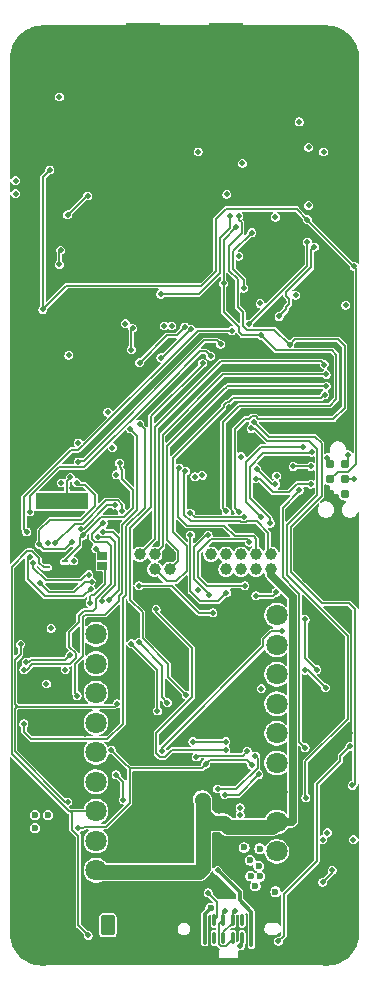
<source format=gbr>
%TF.GenerationSoftware,KiCad,Pcbnew,9.0.1*%
%TF.CreationDate,2025-10-13T19:02:50-04:00*%
%TF.ProjectId,OshTelemega,4f736854-656c-4656-9d65-67612e6b6963,rev?*%
%TF.SameCoordinates,Original*%
%TF.FileFunction,Copper,L1,Top*%
%TF.FilePolarity,Positive*%
%FSLAX46Y46*%
G04 Gerber Fmt 4.6, Leading zero omitted, Abs format (unit mm)*
G04 Created by KiCad (PCBNEW 9.0.1) date 2025-10-13 19:02:50*
%MOMM*%
%LPD*%
G01*
G04 APERTURE LIST*
G04 Aperture macros list*
%AMRoundRect*
0 Rectangle with rounded corners*
0 $1 Rounding radius*
0 $2 $3 $4 $5 $6 $7 $8 $9 X,Y pos of 4 corners*
0 Add a 4 corners polygon primitive as box body*
4,1,4,$2,$3,$4,$5,$6,$7,$8,$9,$2,$3,0*
0 Add four circle primitives for the rounded corners*
1,1,$1+$1,$2,$3*
1,1,$1+$1,$4,$5*
1,1,$1+$1,$6,$7*
1,1,$1+$1,$8,$9*
0 Add four rect primitives between the rounded corners*
20,1,$1+$1,$2,$3,$4,$5,0*
20,1,$1+$1,$4,$5,$6,$7,0*
20,1,$1+$1,$6,$7,$8,$9,0*
20,1,$1+$1,$8,$9,$2,$3,0*%
G04 Aperture macros list end*
%TA.AperFunction,SMDPad,CuDef*%
%ADD10RoundRect,0.062500X0.212500X-0.062500X0.212500X0.062500X-0.212500X0.062500X-0.212500X-0.062500X0*%
%TD*%
%TA.AperFunction,HeatsinkPad*%
%ADD11R,0.600000X0.800000*%
%TD*%
%TA.AperFunction,ComponentPad*%
%ADD12C,1.800000*%
%TD*%
%TA.AperFunction,ComponentPad*%
%ADD13C,5.600000*%
%TD*%
%TA.AperFunction,ComponentPad*%
%ADD14RoundRect,0.250000X-0.350000X-0.625000X0.350000X-0.625000X0.350000X0.625000X-0.350000X0.625000X0*%
%TD*%
%TA.AperFunction,ComponentPad*%
%ADD15O,1.200000X1.750000*%
%TD*%
%TA.AperFunction,SMDPad,CuDef*%
%ADD16RoundRect,0.075000X-0.075000X-0.425000X0.075000X-0.425000X0.075000X0.425000X-0.075000X0.425000X0*%
%TD*%
%TA.AperFunction,HeatsinkPad*%
%ADD17C,1.100000*%
%TD*%
%TA.AperFunction,SMDPad,CuDef*%
%ADD18R,0.850000X0.650000*%
%TD*%
%TA.AperFunction,ComponentPad*%
%ADD19R,1.000000X1.000000*%
%TD*%
%TA.AperFunction,ComponentPad*%
%ADD20C,1.000000*%
%TD*%
%TA.AperFunction,SMDPad,CuDef*%
%ADD21R,4.500000X1.350000*%
%TD*%
%TA.AperFunction,ConnectorPad*%
%ADD22C,0.787400*%
%TD*%
%TA.AperFunction,SMDPad,CuDef*%
%ADD23R,3.000000X5.140000*%
%TD*%
%TA.AperFunction,ViaPad*%
%ADD24C,0.460000*%
%TD*%
%TA.AperFunction,ViaPad*%
%ADD25C,0.600000*%
%TD*%
%TA.AperFunction,Conductor*%
%ADD26C,0.160000*%
%TD*%
%TA.AperFunction,Conductor*%
%ADD27C,0.320000*%
%TD*%
%TA.AperFunction,Conductor*%
%ADD28C,1.280000*%
%TD*%
%TA.AperFunction,Conductor*%
%ADD29C,0.640000*%
%TD*%
G04 APERTURE END LIST*
D10*
%TO.P,U7,1,VCC*%
%TO.N,/MGSW_IN*%
X23345000Y-66040000D03*
%TO.P,U7,2,GND*%
%TO.N,GND*%
X24895000Y-66040000D03*
%TO.P,U7,3,OUT*%
%TO.N,/HALL_OUT*%
X24895000Y-65540000D03*
%TO.P,U7,4,SEL*%
%TO.N,GND*%
X23345000Y-65540000D03*
D11*
%TO.P,U7,5,PAD*%
X24120000Y-65790000D03*
%TD*%
D12*
%TO.P,J6,1,Pin_1*%
%TO.N,Net-(J6-Pin_1)*%
X42800000Y-90099998D03*
%TO.P,J6,2,Pin_2*%
%TO.N,V_LIPO*%
X42800000Y-87599998D03*
%TO.P,J6,3,Pin_3*%
%TO.N,GND*%
X42800000Y-85099998D03*
%TO.P,J6,4,Pin_4*%
%TO.N,/FET_A*%
X42800000Y-82599997D03*
%TO.P,J6,5,Pin_5*%
%TO.N,V_PYRO*%
X42800000Y-80099997D03*
%TO.P,J6,6,Pin_6*%
%TO.N,/FET_B*%
X42800000Y-77599997D03*
%TO.P,J6,7,Pin_7*%
%TO.N,V_PYRO*%
X42800000Y-75100000D03*
%TO.P,J6,8,Pin_8*%
%TO.N,/FET_C*%
X42800000Y-72600000D03*
%TO.P,J6,9,Pin_9*%
%TO.N,V_PYRO*%
X42800000Y-70100000D03*
%TD*%
D13*
%TO.P,H2,1,1*%
%TO.N,GND*%
X23000000Y-97000000D03*
%TD*%
D14*
%TO.P,J8,1,Pin_1*%
%TO.N,V_CHARGE*%
X28500000Y-96350000D03*
D15*
%TO.P,J8,2,Pin_2*%
%TO.N,GND*%
X30500000Y-96350000D03*
%TD*%
D16*
%TO.P,J4,A1,GND*%
%TO.N,GND*%
X35920000Y-95890000D03*
%TO.P,J4,A4,VBUS*%
%TO.N,VBUS*%
X36710000Y-95890000D03*
%TO.P,J4,A5,CC1*%
%TO.N,Net-(J4-CC1)*%
X37500000Y-95890000D03*
%TO.P,J4,A6,D+*%
%TO.N,Net-(J4-D+-PadA6)*%
X38290000Y-95890000D03*
%TO.P,J4,A7,D-*%
%TO.N,Net-(J4-D--PadA7)*%
X39080000Y-95890000D03*
%TO.P,J4,A8,SBU1*%
%TO.N,unconnected-(J4-SBU1-PadA8)*%
X39870000Y-95890000D03*
%TO.P,J4,A9,VBUS*%
%TO.N,VBUS*%
X40660000Y-95890000D03*
%TO.P,J4,A12,GND*%
%TO.N,GND*%
X41450000Y-95890000D03*
%TO.P,J4,B1,GND*%
X41450000Y-97410000D03*
%TO.P,J4,B4,VBUS*%
%TO.N,VBUS*%
X40660000Y-97410000D03*
%TO.P,J4,B5,CC2*%
%TO.N,Net-(J4-CC2)*%
X39870000Y-97410000D03*
%TO.P,J4,B6,D+*%
%TO.N,Net-(J4-D+-PadA6)*%
X39080000Y-97410000D03*
%TO.P,J4,B7,D-*%
%TO.N,Net-(J4-D--PadA7)*%
X38290000Y-97410000D03*
%TO.P,J4,B8,SBU2*%
%TO.N,unconnected-(J4-SBU2-PadB8)*%
X37500000Y-97410000D03*
%TO.P,J4,B9,VBUS*%
%TO.N,VBUS*%
X36710000Y-97410000D03*
%TO.P,J4,B12,GND*%
%TO.N,GND*%
X35920000Y-97410000D03*
D17*
%TO.P,J4,S1,SHIELD*%
X36300000Y-94500000D03*
X36300000Y-98800000D03*
X41100000Y-94500000D03*
X41100000Y-98800000D03*
%TD*%
D18*
%TO.P,D5,1,A1*%
%TO.N,Net-(D5-A1)*%
X28050000Y-65050000D03*
%TO.P,D5,2,A2*%
%TO.N,Net-(D5-A2)*%
X28050000Y-65900000D03*
%TO.P,D5,3,K1*%
%TO.N,GND*%
X26600000Y-65050000D03*
%TO.P,D5,4,K2*%
X26600000Y-65900000D03*
%TD*%
D13*
%TO.P,H3,1,1*%
%TO.N,GND*%
X47000000Y-97000000D03*
%TD*%
%TO.P,H4,1,1*%
%TO.N,GND*%
X47000000Y-23000000D03*
%TD*%
%TO.P,H5,1,1*%
%TO.N,GND*%
X47000000Y-65200000D03*
%TD*%
D19*
%TO.P,J9,1,Pin_1*%
%TO.N,GND*%
X37240000Y-66200000D03*
D20*
%TO.P,J9,2,Pin_2*%
%TO.N,/SCK2*%
X37240000Y-64929999D03*
%TO.P,J9,3,Pin_3*%
%TO.N,+3V3*%
X38510001Y-66200000D03*
%TO.P,J9,4,Pin_4*%
%TO.N,/MISO2*%
X38510000Y-64930000D03*
%TO.P,J9,5,Pin_5*%
%TO.N,/TX1*%
X39780000Y-66200000D03*
%TO.P,J9,6,Pin_6*%
%TO.N,/RX1*%
X39780000Y-64930000D03*
%TO.P,J9,7,Pin_7*%
%TO.N,/MOSI2*%
X41050000Y-66200000D03*
%TO.P,J9,8,Pin_8*%
%TO.N,/CS_COMP1*%
X41050000Y-64930000D03*
%TO.P,J9,9,Pin_9*%
%TO.N,V_LIPO*%
X42319999Y-66200000D03*
%TO.P,J9,10,Pin_10*%
%TO.N,/CS_COMP0*%
X42320000Y-64930000D03*
%TD*%
D19*
%TO.P,J10,1,Pin_1*%
%TO.N,GND*%
X31210000Y-66200000D03*
D20*
%TO.P,J10,2,Pin_2*%
%TO.N,Net-(J10-Pin_2)*%
X31210000Y-64929999D03*
%TO.P,J10,3,Pin_3*%
%TO.N,Net-(J10-Pin_3)*%
X32480001Y-66200000D03*
%TO.P,J10,4,Pin_4*%
%TO.N,Net-(J10-Pin_4)*%
X32480000Y-64930000D03*
%TO.P,J10,5,Pin_5*%
%TO.N,Net-(J10-Pin_5)*%
X33750000Y-66200000D03*
%TO.P,J10,6,Pin_6*%
%TO.N,GND*%
X33750000Y-64930000D03*
%TD*%
D21*
%TO.P,U11,N*%
%TO.N,GND*%
X24640000Y-53265000D03*
%TO.P,U11,P*%
%TO.N,/BUZZ*%
X24640000Y-60415000D03*
%TD*%
D22*
%TO.P,J1,1,VCC*%
%TO.N,+3V3*%
X47349000Y-57330000D03*
%TO.P,J1,2,SWDIO*%
%TO.N,/SWDIO*%
X48619000Y-57330000D03*
%TO.P,J1,3,~{RESET}*%
%TO.N,/NRST*%
X47349000Y-58600000D03*
%TO.P,J1,4,SWCLK*%
%TO.N,/SWCLK*%
X48619000Y-58600000D03*
%TO.P,J1,5,GND*%
%TO.N,GND*%
X47349000Y-59870000D03*
%TO.P,J1,6,SWO*%
%TO.N,unconnected-(J1-SWO-Pad6)*%
X48619000Y-59870000D03*
%TD*%
D12*
%TO.P,J7,1,Pin_1*%
%TO.N,V_PYRO*%
X27499999Y-71700000D03*
%TO.P,J7,2,Pin_2*%
%TO.N,/FET_D*%
X27499999Y-74200000D03*
%TO.P,J7,3,Pin_3*%
%TO.N,V_PYRO*%
X27499999Y-76700000D03*
%TO.P,J7,4,Pin_4*%
%TO.N,/FET_E*%
X27499999Y-79200001D03*
%TO.P,J7,5,Pin_5*%
%TO.N,V_PYRO*%
X27499999Y-81700001D03*
%TO.P,J7,6,Pin_6*%
%TO.N,/FET_F*%
X27499999Y-84200001D03*
%TO.P,J7,7,Pin_7*%
%TO.N,/MGSW_IN*%
X27499999Y-86699998D03*
%TO.P,J7,8,Pin_8*%
%TO.N,V_PROT*%
X27499999Y-89199998D03*
%TO.P,J7,9,Pin_9*%
%TO.N,V_LIPO*%
X27499999Y-91699998D03*
%TD*%
D13*
%TO.P,H1,1,1*%
%TO.N,GND*%
X23000000Y-23000000D03*
%TD*%
D23*
%TO.P,J3,2,Ext*%
%TO.N,GND*%
X31500000Y-22530000D03*
X38500000Y-22530000D03*
%TD*%
D24*
%TO.N,/BUZZ*%
X25330000Y-58430000D03*
%TO.N,GND*%
X44400000Y-33100000D03*
X26200000Y-75800000D03*
X33350000Y-41150000D03*
X29280000Y-22600000D03*
X28400000Y-24350000D03*
X43900000Y-61400000D03*
X38750000Y-56250000D03*
X47400000Y-50250000D03*
X33500000Y-47200000D03*
X21000000Y-64500000D03*
X49500000Y-86750000D03*
X23500000Y-35700000D03*
X33800000Y-76725000D03*
X27300000Y-26375000D03*
X24750000Y-56100000D03*
X37500000Y-60875000D03*
X48000000Y-32430000D03*
X27690000Y-67390000D03*
X48100000Y-52200000D03*
X29100000Y-26400000D03*
X49100000Y-52000000D03*
X28400000Y-21030000D03*
X25325000Y-44125000D03*
X31617954Y-45592323D03*
X29250000Y-82800000D03*
X40500000Y-47250000D03*
X37450000Y-57550000D03*
X48600000Y-45900000D03*
X24350000Y-65100000D03*
X25250000Y-67650000D03*
X38750000Y-49100000D03*
X23600000Y-44750000D03*
X36700000Y-37100000D03*
X45675000Y-76050000D03*
X47076498Y-42829135D03*
X34500000Y-55700000D03*
X34806271Y-35880329D03*
X24925000Y-32525000D03*
X33596140Y-32456559D03*
X30200000Y-56200000D03*
X34900000Y-71400000D03*
X29260000Y-23560000D03*
X33900000Y-82500000D03*
X47200000Y-54850000D03*
X38800000Y-54000000D03*
X44680000Y-93740000D03*
X36000000Y-35300000D03*
X38000000Y-89000000D03*
X37300000Y-71250000D03*
X30700000Y-30200000D03*
X40770000Y-21000000D03*
X33400000Y-51250000D03*
X34441838Y-33810353D03*
X30000001Y-94889999D03*
X29250000Y-62600000D03*
X40810000Y-21760000D03*
X31750000Y-98950000D03*
X26600000Y-80125000D03*
X31800000Y-81600000D03*
X49390000Y-30070000D03*
X46500000Y-39700000D03*
X21324999Y-92400000D03*
X25700000Y-72400000D03*
X48675000Y-86575000D03*
X34101486Y-32519727D03*
X22800000Y-68800000D03*
X48300000Y-69775000D03*
X21700000Y-72800000D03*
X30300000Y-34600000D03*
X28390000Y-23540000D03*
X22000000Y-62500000D03*
X21600000Y-47450000D03*
X35550000Y-89900000D03*
X44400000Y-34300000D03*
X44581914Y-90207307D03*
X39100000Y-84100000D03*
X29300000Y-78800000D03*
X43000000Y-31800000D03*
X46850000Y-74500000D03*
X41800000Y-31800000D03*
X34800000Y-63000000D03*
X47950000Y-47400000D03*
X45700000Y-92200000D03*
X46400000Y-41600000D03*
X46850000Y-26980000D03*
X34813559Y-35340969D03*
X49000000Y-80100000D03*
X47100000Y-43900000D03*
X29126622Y-61387412D03*
X45000000Y-47250000D03*
X30200000Y-28900000D03*
X38550000Y-46650000D03*
X29270000Y-24370000D03*
X23800000Y-41000000D03*
X48200000Y-72900000D03*
X36850000Y-40900000D03*
X40770000Y-24320000D03*
X37150000Y-55000000D03*
X34804859Y-36487885D03*
X26225000Y-32700000D03*
X38750000Y-80250000D03*
X41100000Y-26890000D03*
X34802626Y-34207584D03*
X37100000Y-72325000D03*
X40780000Y-22550000D03*
X44900000Y-90950000D03*
X47400000Y-89300000D03*
X29200000Y-32600000D03*
X29700000Y-51600000D03*
X29270000Y-21050000D03*
X43062500Y-33037500D03*
X31600000Y-31050000D03*
X48600000Y-54400000D03*
X26100000Y-40200000D03*
X36000000Y-34700000D03*
X42150000Y-42600000D03*
X32000000Y-61750000D03*
X29125000Y-37175000D03*
X38300000Y-50350000D03*
X40850000Y-52800000D03*
X34180000Y-31300000D03*
X38750000Y-43000000D03*
X37900000Y-86650000D03*
X35600000Y-70100000D03*
X29600000Y-90700000D03*
X38750000Y-52500000D03*
X21325000Y-29450000D03*
X23800000Y-38850000D03*
X25323049Y-56969590D03*
X28430000Y-21780000D03*
X38750000Y-60750000D03*
X23900000Y-77000000D03*
X40200000Y-79500000D03*
X30550000Y-69700000D03*
X30650000Y-79350000D03*
X37880000Y-32100000D03*
X25490000Y-59320000D03*
X49350000Y-28830000D03*
X44400000Y-31800000D03*
X23399998Y-92400000D03*
X49340000Y-30780000D03*
X47400000Y-51150000D03*
X25400000Y-41100000D03*
X47150000Y-48150000D03*
X21100000Y-71600000D03*
X35300000Y-57300000D03*
X38250000Y-79750000D03*
X41540000Y-22540000D03*
X27300000Y-38050000D03*
X24999998Y-87200000D03*
X49350000Y-37400000D03*
X30200000Y-58400000D03*
X36000000Y-35900000D03*
X34080000Y-30000000D03*
X29300000Y-45400000D03*
X26500000Y-90450000D03*
X22000000Y-44300000D03*
X32000000Y-52750000D03*
X41530000Y-24310000D03*
X42650000Y-63600000D03*
X35890670Y-33565788D03*
X24700000Y-69100000D03*
X33400000Y-53900000D03*
X21250000Y-42700000D03*
X39700000Y-62750000D03*
X34500000Y-50200000D03*
X48300000Y-93300000D03*
X46250000Y-71400000D03*
X33200000Y-96600000D03*
X34500000Y-45300000D03*
X43400000Y-58900000D03*
X34645705Y-32521347D03*
X22199998Y-88900000D03*
X41530000Y-20990000D03*
X22199998Y-85600000D03*
X35800000Y-79800000D03*
X47850000Y-60450000D03*
X41800000Y-33100000D03*
X40760000Y-23510000D03*
X47750000Y-37770000D03*
X27400000Y-44900000D03*
X24250000Y-84350000D03*
X47300000Y-32200000D03*
X29655955Y-27522323D03*
X32150000Y-68150000D03*
X41800000Y-34300000D03*
X31400000Y-76800000D03*
X21300000Y-56500000D03*
X40300000Y-43000000D03*
X24100000Y-49000000D03*
X35475000Y-60800000D03*
X38900000Y-91750000D03*
X34000000Y-95100000D03*
X41500000Y-86800000D03*
X38750000Y-58400000D03*
X33927989Y-33704667D03*
X33007476Y-53044727D03*
X37575000Y-62950000D03*
X27475000Y-32625000D03*
X26775000Y-63875000D03*
X34806271Y-34728722D03*
X43200000Y-34300000D03*
X41800000Y-78900000D03*
X39806400Y-79100000D03*
X35100000Y-32800000D03*
X34500000Y-29400000D03*
X47086817Y-87163183D03*
X22125000Y-26675000D03*
X23650000Y-42450000D03*
X26300000Y-26400000D03*
X36000000Y-34100000D03*
X30100000Y-57500000D03*
X45200000Y-46100000D03*
X39475000Y-64125000D03*
X35509231Y-33169772D03*
X25775000Y-46375000D03*
X33850000Y-54800000D03*
X33300000Y-37050000D03*
X49220000Y-36690000D03*
X48526477Y-36588664D03*
X47350000Y-49150000D03*
X20950000Y-66500000D03*
X22900000Y-69500000D03*
X37850000Y-47850000D03*
X43800000Y-38200000D03*
X21120000Y-50300000D03*
X28700000Y-42900000D03*
X44370000Y-88410000D03*
X37400000Y-92350000D03*
X21300000Y-77100000D03*
X46819429Y-27933495D03*
X45250000Y-60050000D03*
X43995783Y-53952307D03*
X35800000Y-56100000D03*
X25300000Y-77200000D03*
X32750000Y-32200000D03*
X37810000Y-32900000D03*
X21670000Y-58720000D03*
X23300000Y-54360000D03*
X26900000Y-93400000D03*
X40350000Y-51200000D03*
X21050000Y-84950000D03*
X41570000Y-21750000D03*
X33900000Y-88650000D03*
X28700000Y-48600000D03*
X21500000Y-55300000D03*
X23710000Y-58870000D03*
X33100001Y-94340000D03*
X36000197Y-36526757D03*
X22000000Y-77250000D03*
X48200000Y-75900000D03*
X28410000Y-22580000D03*
X39900000Y-55100000D03*
X49370000Y-28120000D03*
X22100000Y-29200000D03*
X29700000Y-50000000D03*
X30013268Y-52823846D03*
X25920000Y-61510000D03*
X29300000Y-21800000D03*
X41250000Y-84450000D03*
X28000000Y-98700000D03*
X37830000Y-33680000D03*
X44250000Y-49250000D03*
X41520000Y-23500000D03*
X20950000Y-68650000D03*
X27400000Y-43900000D03*
X47104073Y-87753834D03*
X42000000Y-26890000D03*
X25875000Y-50775000D03*
X40800000Y-69550000D03*
X24290000Y-54440000D03*
X43400000Y-43550000D03*
X31900000Y-78100000D03*
X30150000Y-40200000D03*
X23600000Y-46200000D03*
X45850000Y-43750000D03*
X42550000Y-60700000D03*
X41250000Y-63000000D03*
%TO.N,+3V3*%
X42800000Y-58300000D03*
X24400000Y-26200000D03*
X38580022Y-34454558D03*
X24570000Y-58900000D03*
X24900000Y-74700000D03*
X41400000Y-43700000D03*
X20700000Y-33300000D03*
X29211198Y-58200000D03*
X23400000Y-63960000D03*
D25*
X23424999Y-87000000D03*
D24*
X46700000Y-89100000D03*
X45500000Y-30476251D03*
X45500000Y-35400000D03*
X26000000Y-55500000D03*
X20700000Y-34400000D03*
X25200000Y-48085000D03*
X44699429Y-28333495D03*
X39600000Y-39700000D03*
X46776887Y-30866862D03*
X44400000Y-43000000D03*
X30000000Y-45400000D03*
X39900000Y-31830000D03*
X48650000Y-43850000D03*
X23700000Y-71200000D03*
X47100000Y-56750000D03*
D25*
X22324999Y-87000000D03*
D24*
X25600000Y-65500000D03*
X28500000Y-52900000D03*
X38500000Y-81500000D03*
D25*
X22324999Y-88100000D03*
D24*
X36160000Y-30860000D03*
X42700000Y-36400000D03*
X32600000Y-69600000D03*
X36100000Y-68000000D03*
%TO.N,/NRST*%
X49350000Y-40550000D03*
X23600000Y-32400000D03*
X23000000Y-44200000D03*
X45400000Y-36600000D03*
%TO.N,VBUS*%
X37800000Y-91700000D03*
D25*
X37200000Y-94900000D03*
%TO.N,V_LIPO*%
X36502000Y-86752000D03*
X36500000Y-85700000D03*
D24*
%TO.N,Net-(J4-CC1)*%
X37000000Y-93600000D03*
%TO.N,Net-(J4-D+-PadA6)*%
X38400000Y-95100000D03*
%TO.N,Net-(J4-CC2)*%
X39700000Y-98100000D03*
%TO.N,Net-(J4-D--PadA7)*%
X39300000Y-95100000D03*
%TO.N,/RX1*%
X41450000Y-61800000D03*
X45000000Y-55850000D03*
D25*
%TO.N,V_PYRO*%
X40560000Y-90850000D03*
X40050000Y-89760000D03*
X42700000Y-93500000D03*
X40600000Y-92160000D03*
X41280000Y-91330000D03*
X41380000Y-92200000D03*
X41350000Y-89860000D03*
X40990000Y-93010000D03*
D24*
%TO.N,/MGSW_IN*%
X49000000Y-81200000D03*
X26850000Y-97200000D03*
X42950000Y-97700000D03*
%TO.N,/SENSE_A*%
X45280000Y-85530000D03*
X40641194Y-54274217D03*
%TO.N,/SENSE_B*%
X49200000Y-84500000D03*
X40850000Y-53700000D03*
%TO.N,/FIRE_A*%
X35875000Y-58375000D03*
X47100000Y-88500000D03*
%TO.N,/FIRE_B*%
X49300000Y-89100000D03*
X36500000Y-58250000D03*
%TO.N,/FIRE_C*%
X30500000Y-72500000D03*
X28000000Y-68900000D03*
X32700000Y-78200000D03*
X40300000Y-81600000D03*
X36000000Y-82100000D03*
X27659962Y-63434902D03*
%TO.N,/SENSE_C*%
X35571937Y-45893037D03*
X33000000Y-48300000D03*
X41500000Y-76300000D03*
X39784174Y-56665826D03*
%TO.N,/FIRE_D*%
X38500000Y-80800000D03*
X33550000Y-77500000D03*
X35700000Y-80800000D03*
X28599138Y-68780172D03*
X31102689Y-72399552D03*
X28100000Y-63011003D03*
%TO.N,/SENSE_D*%
X36522547Y-48753221D03*
X35150000Y-76850000D03*
%TO.N,/FIRE_E*%
X23300000Y-75900000D03*
X28900000Y-55900000D03*
%TO.N,/SENSE_E*%
X30600000Y-45800000D03*
X30500000Y-47600000D03*
X25900000Y-76900000D03*
X30400000Y-54300000D03*
%TO.N,/FIRE_F*%
X21400000Y-74700000D03*
X28100000Y-62300000D03*
%TO.N,/SENSE_F*%
X35025000Y-45700000D03*
X31200000Y-53900000D03*
X21400000Y-79300000D03*
X31200000Y-48700000D03*
%TO.N,/CMP_LDO_IN*%
X29300000Y-77600000D03*
X46700000Y-92700000D03*
X21114258Y-72557377D03*
X25100000Y-85900000D03*
X47500000Y-91700000D03*
%TO.N,/CMP_RAIL*%
X40700000Y-82800000D03*
X26000000Y-88100000D03*
X28800000Y-81500000D03*
X36800000Y-82700000D03*
X25300000Y-73500000D03*
X21600000Y-74050000D03*
%TO.N,/V_PBATT*%
X39700000Y-87011003D03*
X33900000Y-45600000D03*
%TO.N,/V_BATT*%
X39700000Y-86400000D03*
X33288997Y-45600000D03*
%TO.N,/IMU_GYRO_INT*%
X24050000Y-64000000D03*
X29700000Y-61300000D03*
%TO.N,/SWDIO*%
X44200000Y-57500000D03*
X45700000Y-57500000D03*
X48846736Y-56525232D03*
%TO.N,/IMU_ACCEL_INT*%
X26202967Y-62772841D03*
X29150000Y-60800000D03*
%TO.N,/MAG_MISO2*%
X37050000Y-68400000D03*
X37000000Y-63325000D03*
%TO.N,/TX1*%
X40500000Y-63900000D03*
X40100000Y-67600000D03*
X45750000Y-56300000D03*
X42250000Y-62300000D03*
%TO.N,/MISO2*%
X39600000Y-36300000D03*
X39595693Y-61334141D03*
X43900000Y-47200000D03*
%TO.N,/CS_COMP1*%
X34556727Y-57628136D03*
%TO.N,/SCK1*%
X21900000Y-61350000D03*
X37200000Y-48150000D03*
%TO.N,/MISO1*%
X26000000Y-57100000D03*
X38050000Y-47150000D03*
X25860000Y-58870000D03*
X25450000Y-63900000D03*
X22700000Y-64100000D03*
%TO.N,/RADIO_MARC_ISR*%
X43000000Y-44800000D03*
X46000000Y-38900000D03*
%TO.N,/CS_COMP0*%
X35075167Y-57888180D03*
%TO.N,/AC_SCK1*%
X21873809Y-65156348D03*
X27050000Y-67850000D03*
%TO.N,/MOSI1*%
X21650000Y-63050000D03*
X39000000Y-46000000D03*
%TO.N,/MOSI2*%
X40000000Y-42400000D03*
X40700000Y-37700000D03*
%TO.N,/CS_MAG*%
X35500000Y-63300000D03*
X35500000Y-61450000D03*
X38550000Y-68200000D03*
X40000000Y-61750000D03*
%TO.N,/USB_D-*%
X41295771Y-83574624D03*
X38400000Y-85300000D03*
X44700000Y-59500000D03*
X45200000Y-81300000D03*
%TO.N,/RADIO_INT*%
X40450000Y-45450000D03*
X45400000Y-38500000D03*
%TO.N,/SCK2*%
X38300000Y-42000000D03*
X38550000Y-61300000D03*
X41500000Y-46400000D03*
X39350000Y-37250000D03*
%TO.N,/SWCLK*%
X45700000Y-59000000D03*
X41025000Y-58550000D03*
X49389000Y-58600000D03*
%TO.N,/AC_MOSI1*%
X22200000Y-65700000D03*
X26898387Y-66655876D03*
%TO.N,/BA_MISO1*%
X26800000Y-34600000D03*
X25100000Y-36200000D03*
%TO.N,/USB_D+*%
X37800000Y-84800000D03*
X41000000Y-82000000D03*
%TO.N,/CS_RADIO*%
X38845000Y-36325000D03*
X33000000Y-42900000D03*
%TO.N,/AC_MISO1*%
X22800000Y-67400000D03*
X27125786Y-67243715D03*
%TO.N,Net-(D6-A)*%
X24400000Y-40400000D03*
X24500000Y-39200000D03*
%TO.N,Net-(J10-Pin_4)*%
X47000000Y-49700000D03*
%TO.N,Net-(J10-Pin_3)*%
X46881230Y-51409385D03*
%TO.N,Net-(J10-Pin_2)*%
X46842987Y-48868326D03*
%TO.N,Net-(J10-Pin_5)*%
X47000000Y-50700000D03*
%TO.N,/HALL_OUT*%
X45200000Y-70450000D03*
X29500000Y-57200000D03*
X46200000Y-74700000D03*
X26400000Y-63318350D03*
X42700000Y-59000000D03*
X41100000Y-57700000D03*
%TO.N,Net-(Q2-G)*%
X43250000Y-71400000D03*
X33100000Y-81600000D03*
X46937500Y-76237500D03*
X45200000Y-74750000D03*
%TO.N,Net-(D5-A1)*%
X27500000Y-64450000D03*
%TO.N,Net-(D5-A2)*%
X31150000Y-67600000D03*
X41050000Y-68450000D03*
X37400000Y-69900000D03*
X27000000Y-69050000D03*
X42750000Y-68150000D03*
%TO.N,Net-(Q2-D)*%
X29800000Y-85700000D03*
X29200000Y-83600000D03*
%TD*%
D26*
%TO.N,/BUZZ*%
X25040000Y-58720000D02*
X25330000Y-58430000D01*
X25040000Y-60015000D02*
X25040000Y-58720000D01*
X24640000Y-60415000D02*
X25040000Y-60015000D01*
%TO.N,GND*%
X47350000Y-59870000D02*
X47350000Y-59950000D01*
X26600000Y-65850000D02*
X26600000Y-65000000D01*
X47350000Y-59950000D02*
X47850000Y-60450000D01*
%TO.N,+3V3*%
X33318000Y-82082000D02*
X32900349Y-82082000D01*
X35632000Y-77049651D02*
X35632000Y-72832000D01*
X32618000Y-80063651D02*
X35632000Y-77049651D01*
X32600000Y-69800000D02*
X32600000Y-69600000D01*
X32618000Y-81799651D02*
X32618000Y-80063651D01*
X47350000Y-57330000D02*
X47350000Y-57000000D01*
X38500000Y-81500000D02*
X33900000Y-81500000D01*
X33900000Y-81500000D02*
X33318000Y-82082000D01*
X32900349Y-82082000D02*
X32618000Y-81799651D01*
X35632000Y-72832000D02*
X32600000Y-69800000D01*
X47350000Y-57000000D02*
X47100000Y-56750000D01*
%TO.N,/NRST*%
X38500000Y-35700000D02*
X37644000Y-36556000D01*
X47998300Y-57951700D02*
X47350000Y-58600000D01*
X48877517Y-57951700D02*
X47998300Y-57951700D01*
X37644000Y-36556000D02*
X37644000Y-40992138D01*
X45400000Y-36600000D02*
X44500000Y-35700000D01*
X37644000Y-40992138D02*
X36436138Y-42200000D01*
X49550000Y-57279217D02*
X48877517Y-57951700D01*
X36436138Y-42200000D02*
X25000000Y-42200000D01*
X25000000Y-42200000D02*
X23000000Y-44200000D01*
X45400000Y-36600000D02*
X49550000Y-40750000D01*
X44500000Y-35700000D02*
X38500000Y-35700000D01*
X23000000Y-44200000D02*
X23000000Y-33000000D01*
X49550000Y-40750000D02*
X49550000Y-57279217D01*
X23000000Y-33000000D02*
X23600000Y-32400000D01*
D27*
%TO.N,VBUS*%
X36710000Y-95390000D02*
X36710000Y-95890000D01*
X39661000Y-94246111D02*
X39661000Y-93561000D01*
X36710000Y-97410000D02*
X36710000Y-95890000D01*
X40660000Y-97410000D02*
X40660000Y-95890000D01*
X37200000Y-94900000D02*
X36710000Y-95390000D01*
X40660000Y-97410000D02*
X40660000Y-98054889D01*
X40660000Y-95245111D02*
X39661000Y-94246111D01*
X39661000Y-93561000D02*
X37800000Y-91700000D01*
X36710000Y-97830000D02*
X36710000Y-97410000D01*
X40660000Y-95890000D02*
X40660000Y-95245111D01*
D28*
%TO.N,V_LIPO*%
X36572000Y-86922000D02*
X36572000Y-85772000D01*
X38323327Y-87672000D02*
X38684330Y-88033003D01*
D29*
X44150000Y-68550000D02*
X44150000Y-87522790D01*
D28*
X37322000Y-87672000D02*
X36572000Y-86922000D01*
X38323327Y-87672000D02*
X37322000Y-87672000D01*
D29*
X44150000Y-87522790D02*
X44072792Y-87599998D01*
D28*
X27499999Y-91699998D02*
X27650001Y-91850000D01*
X36200431Y-91850000D02*
X36572000Y-91478431D01*
X36572000Y-91478431D02*
X36572000Y-86922000D01*
D29*
X42319999Y-66500000D02*
X42319999Y-66719999D01*
D28*
X38684330Y-88033003D02*
X42366995Y-88033003D01*
D29*
X44072792Y-87599998D02*
X42800000Y-87599998D01*
D28*
X27650001Y-91850000D02*
X36200431Y-91850000D01*
X42366995Y-88033003D02*
X42800000Y-87599998D01*
X36572000Y-85772000D02*
X36500000Y-85700000D01*
D29*
X42319999Y-66719999D02*
X44150000Y-68550000D01*
D26*
%TO.N,Net-(J4-CC1)*%
X37735000Y-95655000D02*
X37735000Y-94335000D01*
X37500000Y-95890000D02*
X37735000Y-95655000D01*
X37735000Y-94335000D02*
X37000000Y-93600000D01*
%TO.N,Net-(J4-D+-PadA6)*%
X39080000Y-97550586D02*
X38492586Y-98138000D01*
X38087414Y-98138000D02*
X37912000Y-97962586D01*
X38492586Y-98138000D02*
X38087414Y-98138000D01*
X37912000Y-96268000D02*
X38290000Y-95890000D01*
X37912000Y-97962586D02*
X37912000Y-96268000D01*
X38290000Y-95210000D02*
X38400000Y-95100000D01*
X39080000Y-97410000D02*
X39080000Y-97550586D01*
X38290000Y-95890000D02*
X38290000Y-95210000D01*
%TO.N,Net-(J4-CC2)*%
X39870000Y-97930000D02*
X39700000Y-98100000D01*
X39870000Y-97410000D02*
X39870000Y-97930000D01*
%TO.N,Net-(J4-D--PadA7)*%
X39080000Y-96120001D02*
X39080000Y-95890000D01*
X39080000Y-95890000D02*
X39080000Y-95320000D01*
X38290000Y-97410000D02*
X38290000Y-96910001D01*
X38290000Y-96910001D02*
X39080000Y-96120001D01*
X39080000Y-95320000D02*
X39300000Y-95100000D01*
%TO.N,/RX1*%
X41450000Y-55850000D02*
X45000000Y-55850000D01*
X40200000Y-57100000D02*
X41450000Y-55850000D01*
X41450000Y-61800000D02*
X40200000Y-60550000D01*
X40200000Y-60550000D02*
X40200000Y-57100000D01*
%TO.N,/MGSW_IN*%
X43432000Y-93695538D02*
X43432000Y-97218000D01*
X23345000Y-66040000D02*
X23070001Y-66040000D01*
X43432000Y-97218000D02*
X42950000Y-97700000D01*
X46200000Y-84400000D02*
X46200000Y-90927538D01*
X48200000Y-82400000D02*
X46200000Y-84400000D01*
X25481998Y-88263649D02*
X25481998Y-86881996D01*
X46200000Y-90927538D02*
X43432000Y-93695538D01*
X26000000Y-96350000D02*
X26000000Y-88781651D01*
X22073460Y-64674348D02*
X21674158Y-64674348D01*
X25218347Y-86699998D02*
X25300000Y-86699998D01*
X20350000Y-65998506D02*
X20350000Y-81831651D01*
X20350000Y-81831651D02*
X25218347Y-86699998D01*
X23070001Y-66040000D02*
X22682000Y-65651999D01*
X25300000Y-86699998D02*
X27499999Y-86699998D01*
X22682000Y-65651999D02*
X22682000Y-65282888D01*
X48200000Y-82000000D02*
X48200000Y-82400000D01*
X26850000Y-97200000D02*
X26000000Y-96350000D01*
X49000000Y-81200000D02*
X48200000Y-82000000D01*
X25481998Y-86881996D02*
X25300000Y-86699998D01*
X21674158Y-64674348D02*
X20350000Y-65998506D01*
X26000000Y-88781651D02*
X25481998Y-88263649D01*
X22682000Y-65282888D02*
X22073460Y-64674348D01*
%TO.N,/SENSE_A*%
X48800000Y-78900000D02*
X48800000Y-71813862D01*
X45280000Y-85530000D02*
X45227894Y-85477894D01*
X48800000Y-71813862D02*
X43644000Y-66657862D01*
X40986138Y-54300000D02*
X40666977Y-54300000D01*
X45227894Y-82472106D02*
X48800000Y-78900000D01*
X40666977Y-54300000D02*
X40641194Y-54274217D01*
X45227894Y-85477894D02*
X45227894Y-82472106D01*
X43644000Y-62492138D02*
X46250000Y-59886138D01*
X43644000Y-66657862D02*
X43644000Y-62492138D01*
X46250000Y-56000000D02*
X45578000Y-55328000D01*
X45578000Y-55328000D02*
X42014138Y-55328000D01*
X42014138Y-55328000D02*
X40986138Y-54300000D01*
X46250000Y-59886138D02*
X46250000Y-56000000D01*
%TO.N,/SENSE_B*%
X42150000Y-55000000D02*
X40850000Y-53700000D01*
X46600000Y-55550000D02*
X46050000Y-55000000D01*
X49200000Y-84500000D02*
X49300000Y-84500000D01*
X46050000Y-55000000D02*
X42150000Y-55000000D01*
X43972000Y-62628000D02*
X46600000Y-60000000D01*
X49300000Y-84500000D02*
X49450000Y-84350000D01*
X48950000Y-69100000D02*
X46650000Y-69100000D01*
X49450000Y-69600000D02*
X48950000Y-69100000D01*
X43972000Y-66422000D02*
X43972000Y-62628000D01*
X46600000Y-60000000D02*
X46600000Y-55550000D01*
X46650000Y-69100000D02*
X43972000Y-66422000D01*
X49450000Y-84350000D02*
X49450000Y-69600000D01*
%TO.N,/FIRE_C*%
X28000000Y-68645513D02*
X29088000Y-67557513D01*
X32697311Y-77947311D02*
X32700000Y-77950000D01*
X36118000Y-81982000D02*
X36000000Y-82100000D01*
X40300000Y-81600000D02*
X39918000Y-81982000D01*
X27718063Y-63493003D02*
X27659962Y-63434902D01*
X32697311Y-74697311D02*
X32697311Y-77947311D01*
X29088000Y-63888000D02*
X28693003Y-63493003D01*
X39918000Y-81982000D02*
X36118000Y-81982000D01*
X30500000Y-72500000D02*
X32697311Y-74697311D01*
X28693003Y-63493003D02*
X27718063Y-63493003D01*
X28000000Y-68900000D02*
X28000000Y-68645513D01*
X32700000Y-77950000D02*
X32700000Y-78200000D01*
X29088000Y-67557513D02*
X29088000Y-63888000D01*
%TO.N,/SENSE_C*%
X33100000Y-48300000D02*
X33000000Y-48300000D01*
X35571937Y-45893037D02*
X35506963Y-45893037D01*
X35506963Y-45893037D02*
X33100000Y-48300000D01*
%TO.N,/FIRE_D*%
X28100000Y-63011003D02*
X28911003Y-63011003D01*
X33550000Y-77500000D02*
X33100000Y-77050000D01*
X33100000Y-77050000D02*
X33100000Y-74396863D01*
X33100000Y-74396863D02*
X31102689Y-72399552D01*
X28911003Y-63011003D02*
X29416000Y-63516000D01*
X38500000Y-80800000D02*
X36500000Y-80800000D01*
X36500000Y-80800000D02*
X36400000Y-80800000D01*
X35700000Y-80800000D02*
X36500000Y-80800000D01*
X29416000Y-63516000D02*
X29416000Y-67963310D01*
X29416000Y-67963310D02*
X28599138Y-68780172D01*
%TO.N,/SENSE_D*%
X31442394Y-69862994D02*
X30400000Y-68820600D01*
X30400000Y-68820600D02*
X30400000Y-62709375D01*
X33600000Y-74215212D02*
X31442394Y-72057606D01*
X32150000Y-53250000D02*
X36522547Y-48877453D01*
X33600000Y-75300000D02*
X33600000Y-74215212D01*
X30400000Y-62709375D02*
X32150000Y-60959375D01*
X32150000Y-60959375D02*
X32150000Y-53250000D01*
X31442394Y-72057606D02*
X31442394Y-69862994D01*
X35150000Y-76850000D02*
X33600000Y-75300000D01*
X36522547Y-48877453D02*
X36522547Y-48753221D01*
%TO.N,/SENSE_E*%
X26595513Y-70050000D02*
X28250000Y-70050000D01*
X29744000Y-62437651D02*
X30982000Y-61199651D01*
X26371999Y-73573514D02*
X26371999Y-70273514D01*
X30500000Y-47600000D02*
X30500000Y-45900000D01*
X26371999Y-70273514D02*
X26595513Y-70050000D01*
X29744000Y-68200000D02*
X29744000Y-62437651D01*
X28250000Y-70050000D02*
X29450000Y-68850000D01*
X30500000Y-45900000D02*
X30600000Y-45800000D01*
X30982000Y-54882000D02*
X30400000Y-54300000D01*
X30982000Y-61199651D02*
X30982000Y-54882000D01*
X25718000Y-76718000D02*
X25718000Y-74227513D01*
X25900000Y-76900000D02*
X25718000Y-76718000D01*
X29450000Y-68494000D02*
X29744000Y-68200000D01*
X29450000Y-68850000D02*
X29450000Y-68494000D01*
X25718000Y-74227513D02*
X26371999Y-73573514D01*
%TO.N,/FIRE_F*%
X26043999Y-70137652D02*
X26043999Y-70706001D01*
X28416902Y-63916902D02*
X28760000Y-64260000D01*
X27177962Y-63634553D02*
X27460311Y-63916902D01*
X25218000Y-72736349D02*
X25240825Y-72759175D01*
X26043999Y-70706001D02*
X25218000Y-71532000D01*
X28100000Y-62300000D02*
X28013213Y-62386787D01*
X27177962Y-63235251D02*
X27177962Y-63634553D01*
X27500000Y-68681651D02*
X27500000Y-69450000D01*
X28760000Y-64260000D02*
X28760000Y-67421651D01*
X21631651Y-74700000D02*
X21400000Y-74700000D01*
X25240825Y-72759175D02*
X25782000Y-73300349D01*
X25782000Y-73699651D02*
X25263651Y-74218000D01*
X25782000Y-73300349D02*
X25782000Y-73699651D01*
X28760000Y-67421651D02*
X27500000Y-68681651D01*
X25218000Y-72736350D02*
X25240825Y-72759175D01*
X25218000Y-71532000D02*
X25218000Y-72736350D01*
X26459651Y-69722000D02*
X26043999Y-70137652D01*
X28013213Y-62400000D02*
X27177962Y-63235251D01*
X27460311Y-63916902D02*
X28416902Y-63916902D01*
X28013213Y-62386787D02*
X28013213Y-62400000D01*
X27228000Y-69722000D02*
X26459651Y-69722000D01*
X27500000Y-69450000D02*
X27228000Y-69722000D01*
X25263651Y-74218000D02*
X22113651Y-74218000D01*
X22113651Y-74218000D02*
X21631651Y-74700000D01*
%TO.N,/SENSE_F*%
X29782000Y-68666462D02*
X30072000Y-68376462D01*
X22025000Y-80575000D02*
X28475000Y-80575000D01*
X31650000Y-54350000D02*
X31200000Y-53900000D01*
X31200000Y-48700000D02*
X33500000Y-46400000D01*
X31650000Y-60995513D02*
X31650000Y-54350000D01*
X30072000Y-62573513D02*
X31650000Y-60995513D01*
X21400000Y-79950000D02*
X22025000Y-80575000D01*
X28475000Y-80575000D02*
X29782000Y-79268000D01*
X21400000Y-79300000D02*
X21400000Y-79950000D01*
X29782000Y-79268000D02*
X29782000Y-68666462D01*
X34325000Y-46400000D02*
X35025000Y-45700000D01*
X33500000Y-46400000D02*
X34325000Y-46400000D01*
X30072000Y-68376462D02*
X30072000Y-62573513D01*
%TO.N,/CMP_LDO_IN*%
X47500000Y-91900000D02*
X46700000Y-92700000D01*
X29072000Y-77828000D02*
X20843000Y-77828000D01*
X25100000Y-85900000D02*
X24882211Y-85900000D01*
X20611000Y-81628789D02*
X20611000Y-78004000D01*
X29300000Y-77600000D02*
X29072000Y-77828000D01*
X21114258Y-73385742D02*
X20611000Y-73889000D01*
X20611000Y-77596000D02*
X20815000Y-77800000D01*
X24882211Y-85900000D02*
X20611000Y-81628789D01*
X20611000Y-73889000D02*
X20611000Y-77596000D01*
X20843000Y-77828000D02*
X20815000Y-77800000D01*
X47500000Y-91700000D02*
X47500000Y-91900000D01*
X21114258Y-72557377D02*
X21114258Y-73385742D01*
X20611000Y-78004000D02*
X20815000Y-77800000D01*
%TO.N,/CMP_RAIL*%
X36800000Y-82700000D02*
X37150000Y-82350000D01*
X24910000Y-73890000D02*
X25300000Y-73500000D01*
X37150000Y-82350000D02*
X40250000Y-82350000D01*
X21817790Y-74050000D02*
X21977789Y-73890000D01*
X30350000Y-83050000D02*
X36450000Y-83050000D01*
X30350000Y-86000000D02*
X28350000Y-88000000D01*
X40250000Y-82350000D02*
X40700000Y-82800000D01*
X28350000Y-88000000D02*
X26500000Y-88000000D01*
X30350000Y-83050000D02*
X30350000Y-86000000D01*
X21977789Y-73890000D02*
X24910000Y-73890000D01*
X29900000Y-82600000D02*
X28800000Y-81500000D01*
X26400000Y-88100000D02*
X26000000Y-88100000D01*
X26500000Y-88000000D02*
X26400000Y-88100000D01*
X21600000Y-74050000D02*
X21817790Y-74050000D01*
X29900000Y-82600000D02*
X30350000Y-83050000D01*
X36450000Y-83050000D02*
X36800000Y-82700000D01*
%TO.N,/IMU_GYRO_INT*%
X24050000Y-64000000D02*
X24100000Y-63950000D01*
X25710473Y-62330000D02*
X26368000Y-62330000D01*
X24050000Y-63990473D02*
X25710473Y-62330000D01*
X28329000Y-60369000D02*
X29328527Y-60369000D01*
X29700000Y-60740473D02*
X29700000Y-61300000D01*
X29328527Y-60369000D02*
X29700000Y-60740473D01*
X26368000Y-62330000D02*
X28329000Y-60369000D01*
X24050000Y-64000000D02*
X24050000Y-63990473D01*
%TO.N,/SWDIO*%
X44200000Y-57500000D02*
X45700000Y-57500000D01*
X48846736Y-57103264D02*
X48620000Y-57330000D01*
X48846736Y-56525232D02*
X48846736Y-57103264D01*
%TO.N,/IMU_ACCEL_INT*%
X26210126Y-62780000D02*
X26490000Y-62780000D01*
X28470000Y-60800000D02*
X29150000Y-60800000D01*
X26202967Y-62772841D02*
X26210126Y-62780000D01*
X26490000Y-62780000D02*
X28470000Y-60800000D01*
%TO.N,/MAG_MISO2*%
X35828000Y-64322000D02*
X35828000Y-67046349D01*
X35828000Y-67046349D02*
X37050000Y-68268349D01*
X37050000Y-68268349D02*
X37050000Y-68400000D01*
X37000000Y-63325000D02*
X36825000Y-63325000D01*
X36825000Y-63325000D02*
X35828000Y-64322000D01*
%TO.N,/TX1*%
X36156000Y-66872000D02*
X36156000Y-64744000D01*
X37259527Y-63675000D02*
X40275000Y-63675000D01*
X37144000Y-63756000D02*
X37178527Y-63756000D01*
X36884000Y-67600000D02*
X36156000Y-66872000D01*
X36156000Y-64744000D02*
X37144000Y-63756000D01*
X41650000Y-56400000D02*
X45650000Y-56400000D01*
X45650000Y-56400000D02*
X45750000Y-56300000D01*
X42250000Y-62300000D02*
X42250000Y-61900000D01*
X40543000Y-57507000D02*
X41650000Y-56400000D01*
X40543000Y-60193000D02*
X40543000Y-57507000D01*
X42250000Y-61900000D02*
X40543000Y-60193000D01*
X40275000Y-63675000D02*
X40500000Y-63900000D01*
X37178527Y-63756000D02*
X37259527Y-63675000D01*
X40100000Y-67600000D02*
X36884000Y-67600000D01*
%TO.N,/MISO2*%
X39943000Y-44443000D02*
X39943000Y-45628894D01*
X40249106Y-45935000D02*
X41279106Y-45935000D01*
X41299106Y-45915000D02*
X42615000Y-45915000D01*
X48550000Y-52550000D02*
X47600000Y-53500000D01*
X38772000Y-40935862D02*
X39500000Y-41663862D01*
X38772000Y-39100000D02*
X38772000Y-38828000D01*
X39250000Y-60988448D02*
X39595693Y-61334141D01*
X40100000Y-53500000D02*
X39250000Y-54350000D01*
X41028527Y-53269000D02*
X40671473Y-53269000D01*
X41259527Y-53500000D02*
X41028527Y-53269000D01*
X48550000Y-47300000D02*
X48550000Y-52550000D01*
X38772000Y-38828000D02*
X39832000Y-37768000D01*
X40440473Y-53500000D02*
X40100000Y-53500000D01*
X38772000Y-38929415D02*
X38772000Y-39100000D01*
X39250000Y-54350000D02*
X39250000Y-60988448D01*
X39832000Y-37768000D02*
X39832000Y-36832000D01*
X42615000Y-45915000D02*
X43900000Y-47200000D01*
X48000000Y-46750000D02*
X48550000Y-47300000D01*
X39500000Y-44000000D02*
X39943000Y-44443000D01*
X38772000Y-39100000D02*
X38772000Y-40935862D01*
X39600000Y-36600000D02*
X39832000Y-36832000D01*
X39943000Y-45628894D02*
X40249106Y-45935000D01*
X47600000Y-53500000D02*
X41259527Y-53500000D01*
X39600000Y-36300000D02*
X39600000Y-36600000D01*
X44350000Y-46750000D02*
X48000000Y-46750000D01*
X40671473Y-53269000D02*
X40440473Y-53500000D01*
X41279106Y-45935000D02*
X41299106Y-45915000D01*
X39500000Y-41663862D02*
X39500000Y-44000000D01*
X43900000Y-47200000D02*
X44350000Y-46750000D01*
%TO.N,/CS_COMP1*%
X39250000Y-63400000D02*
X40850000Y-63400000D01*
X34468000Y-61768000D02*
X35200000Y-62500000D01*
X34556727Y-57628136D02*
X34468000Y-57716863D01*
X41050000Y-63600000D02*
X41050000Y-65230000D01*
X35200000Y-62500000D02*
X38350000Y-62500000D01*
X38350000Y-62500000D02*
X39250000Y-63400000D01*
X34468000Y-57716863D02*
X34468000Y-61768000D01*
X40850000Y-63400000D02*
X41050000Y-63600000D01*
%TO.N,/SCK1*%
X33231000Y-50819000D02*
X33221473Y-50819000D01*
X37200000Y-48150000D02*
X36796931Y-47746931D01*
X36303069Y-47746931D02*
X33231000Y-50819000D01*
X26510000Y-57540000D02*
X24329110Y-57540000D01*
X36796931Y-47746931D02*
X36303069Y-47746931D01*
X32969000Y-51071473D02*
X32969000Y-51081000D01*
X33221473Y-50819000D02*
X32969000Y-51071473D01*
X21900000Y-59969110D02*
X21900000Y-61350000D01*
X32969000Y-51081000D02*
X26510000Y-57540000D01*
X24329110Y-57540000D02*
X21900000Y-59969110D01*
%TO.N,/MISO1*%
X24868000Y-64482000D02*
X25450000Y-63900000D01*
X37715000Y-46815000D02*
X38050000Y-47150000D01*
X27430000Y-60858000D02*
X26258000Y-62030000D01*
X26000000Y-57000000D02*
X26020000Y-57020000D01*
X36685000Y-46815000D02*
X37715000Y-46815000D01*
X22700000Y-64100000D02*
X23082000Y-64482000D01*
X26480000Y-57020000D02*
X36685000Y-46815000D01*
X25860000Y-58870000D02*
X26030000Y-59040000D01*
X22700000Y-62900000D02*
X22700000Y-64100000D01*
X26258000Y-62030000D02*
X23570000Y-62030000D01*
X26000000Y-57100000D02*
X26000000Y-57000000D01*
X27430000Y-59918000D02*
X27430000Y-60858000D01*
X23570000Y-62030000D02*
X22700000Y-62900000D01*
X26552000Y-59040000D02*
X27430000Y-59918000D01*
X26020000Y-57020000D02*
X26480000Y-57020000D01*
X26030000Y-59040000D02*
X26552000Y-59040000D01*
X23082000Y-64482000D02*
X24868000Y-64482000D01*
%TO.N,/RADIO_MARC_ISR*%
X43882000Y-43350349D02*
X43882000Y-43749651D01*
X45728000Y-40635862D02*
X43600000Y-42763862D01*
X43600000Y-43068349D02*
X43882000Y-43350349D01*
X43600000Y-44031651D02*
X43600000Y-44200000D01*
X43600000Y-44200000D02*
X43000000Y-44800000D01*
X43882000Y-43749651D02*
X43600000Y-44031651D01*
X45728000Y-39172000D02*
X45728000Y-40635862D01*
X46000000Y-38900000D02*
X45728000Y-39172000D01*
X43600000Y-42763862D02*
X43600000Y-43068349D01*
%TO.N,/CS_COMP0*%
X39790473Y-62150000D02*
X39821473Y-62181000D01*
X40209527Y-62150000D02*
X41100000Y-62150000D01*
X41100000Y-62150000D02*
X42050000Y-63100000D01*
X35075167Y-57888180D02*
X34950000Y-58013347D01*
X34950000Y-61581651D02*
X35518349Y-62150000D01*
X35518349Y-62150000D02*
X39790473Y-62150000D01*
X42050000Y-63100000D02*
X42050000Y-64960000D01*
X34950000Y-58013347D02*
X34950000Y-61581651D01*
X42050000Y-64960000D02*
X42320000Y-65230000D01*
X39821473Y-62181000D02*
X40178527Y-62181000D01*
X40178527Y-62181000D02*
X40209527Y-62150000D01*
%TO.N,/AC_SCK1*%
X23214106Y-68500000D02*
X26400000Y-68500000D01*
X21873809Y-65156348D02*
X21715000Y-65315157D01*
X26400000Y-68500000D02*
X27050000Y-67850000D01*
X21715000Y-67000894D02*
X23214106Y-68500000D01*
X21715000Y-65315157D02*
X21715000Y-67000894D01*
%TO.N,/MOSI1*%
X26431000Y-55669000D02*
X36100000Y-46000000D01*
X26178527Y-55931000D02*
X26431000Y-55678527D01*
X26169000Y-55931000D02*
X26178527Y-55931000D01*
X26000000Y-56100000D02*
X26169000Y-55931000D01*
X21418000Y-62818000D02*
X21418000Y-60082000D01*
X21650000Y-63050000D02*
X21418000Y-62818000D01*
X25400000Y-56100000D02*
X26000000Y-56100000D01*
X21418000Y-60082000D02*
X25400000Y-56100000D01*
X36100000Y-46000000D02*
X39000000Y-46000000D01*
X26431000Y-55678527D02*
X26431000Y-55669000D01*
%TO.N,/MOSI2*%
X40000000Y-41700000D02*
X40000000Y-42400000D01*
X39100000Y-40800000D02*
X40000000Y-41700000D01*
X40700000Y-37700000D02*
X39100000Y-39300000D01*
X39100000Y-39300000D02*
X39100000Y-40800000D01*
%TO.N,/CS_MAG*%
X39950000Y-61800000D02*
X40000000Y-61750000D01*
X35500000Y-61450000D02*
X35850000Y-61800000D01*
X35850000Y-61800000D02*
X39950000Y-61800000D01*
X37868000Y-68882000D02*
X36300349Y-68882000D01*
X35500000Y-68081651D02*
X35500000Y-63300000D01*
X36300349Y-68882000D02*
X35500000Y-68081651D01*
X38550000Y-68200000D02*
X37868000Y-68882000D01*
%TO.N,/USB_D-*%
X44700000Y-59600000D02*
X43300000Y-61000000D01*
X44698000Y-68298000D02*
X44375000Y-67975000D01*
X44700000Y-59500000D02*
X44700000Y-59600000D01*
X39570395Y-85300000D02*
X38400000Y-85300000D01*
X45200000Y-81300000D02*
X44698000Y-80798000D01*
X41295771Y-83574624D02*
X39570395Y-85300000D01*
X43300000Y-66900000D02*
X44375000Y-67975000D01*
X43300000Y-61000000D02*
X43300000Y-66900000D01*
X44698000Y-80798000D02*
X44698000Y-68298000D01*
%TO.N,/RADIO_INT*%
X45400000Y-40500000D02*
X40450000Y-45450000D01*
X45400000Y-38500000D02*
X45400000Y-40500000D01*
%TO.N,/SCK2*%
X39615000Y-46107947D02*
X39907053Y-46400000D01*
X47482000Y-47682000D02*
X42782000Y-47682000D01*
X38300000Y-38300000D02*
X39350000Y-37250000D01*
X47850000Y-48050000D02*
X47482000Y-47682000D01*
X47850000Y-51800000D02*
X47850000Y-48050000D01*
X38250000Y-61000000D02*
X38250000Y-53750000D01*
X38300000Y-42000000D02*
X38300000Y-44385000D01*
X47300000Y-52350000D02*
X47850000Y-51800000D01*
X39615000Y-45700000D02*
X39615000Y-46107947D01*
X38300000Y-44385000D02*
X39615000Y-45700000D01*
X38550000Y-61300000D02*
X38250000Y-61000000D01*
X39907053Y-46400000D02*
X41500000Y-46400000D01*
X38250000Y-53750000D02*
X39650000Y-52350000D01*
X39650000Y-52350000D02*
X47300000Y-52350000D01*
X38300000Y-42000000D02*
X38300000Y-38300000D01*
X42782000Y-47682000D02*
X41500000Y-46400000D01*
%TO.N,/SWCLK*%
X48620000Y-58600000D02*
X49389000Y-58600000D01*
X43836349Y-59682000D02*
X44518349Y-59000000D01*
X42482000Y-59682000D02*
X43836349Y-59682000D01*
X41025000Y-58550000D02*
X41350000Y-58550000D01*
X41350000Y-58550000D02*
X42482000Y-59682000D01*
X44518349Y-59000000D02*
X45700000Y-59000000D01*
%TO.N,/AC_MOSI1*%
X22200000Y-66100000D02*
X22200000Y-65700000D01*
X26898387Y-66655876D02*
X26694124Y-66655876D01*
X26200000Y-67150000D02*
X23250000Y-67150000D01*
X23250000Y-67150000D02*
X22200000Y-66100000D01*
X26694124Y-66655876D02*
X26200000Y-67150000D01*
%TO.N,/BA_MISO1*%
X26700000Y-34600000D02*
X26800000Y-34600000D01*
X25100000Y-36200000D02*
X26700000Y-34600000D01*
%TO.N,/USB_D+*%
X41185000Y-82185000D02*
X41000000Y-82000000D01*
X39385894Y-84800000D02*
X41185000Y-83000894D01*
X41185000Y-83000894D02*
X41185000Y-82185000D01*
X37800000Y-84800000D02*
X39385894Y-84800000D01*
%TO.N,/CS_RADIO*%
X37972000Y-38164138D02*
X37972000Y-41128000D01*
X37972000Y-41128000D02*
X36200000Y-42900000D01*
X38845000Y-36325000D02*
X38850000Y-36330000D01*
X36200000Y-42900000D02*
X33000000Y-42900000D01*
X38850000Y-36330000D02*
X38850000Y-37286138D01*
X38850000Y-37286138D02*
X37972000Y-38164138D01*
%TO.N,/AC_MISO1*%
X27125786Y-67243715D02*
X26568681Y-67243715D01*
X26568681Y-67243715D02*
X25662396Y-68150000D01*
X23550000Y-68150000D02*
X22800000Y-67400000D01*
X25662396Y-68150000D02*
X23550000Y-68150000D01*
%TO.N,Net-(D6-A)*%
X24400000Y-39300000D02*
X24500000Y-39200000D01*
X24400000Y-40400000D02*
X24400000Y-39300000D01*
%TO.N,Net-(J10-Pin_4)*%
X47000000Y-49700000D02*
X38250000Y-49700000D01*
X33150000Y-54800000D02*
X33150000Y-64260000D01*
X38250000Y-49700000D02*
X33150000Y-54800000D01*
X33150000Y-64260000D02*
X32480000Y-64930000D01*
%TO.N,Net-(J10-Pin_3)*%
X38731000Y-52069000D02*
X38571473Y-52069000D01*
X34300000Y-67200000D02*
X33480001Y-67200000D01*
X34018000Y-63068000D02*
X35172000Y-64222000D01*
X46590615Y-51700000D02*
X39100000Y-51700000D01*
X33480001Y-67200000D02*
X32480001Y-66200000D01*
X34018000Y-56782000D02*
X34018000Y-63068000D01*
X35172000Y-64222000D02*
X35172000Y-66328000D01*
X34931000Y-55878527D02*
X34678527Y-56131000D01*
X35172000Y-66328000D02*
X34300000Y-67200000D01*
X38571473Y-52069000D02*
X38319000Y-52321473D01*
X38319000Y-52321473D02*
X38319000Y-52481000D01*
X38319000Y-52481000D02*
X34931000Y-55869000D01*
X46881230Y-51409385D02*
X46590615Y-51700000D01*
X34669000Y-56131000D02*
X34018000Y-56782000D01*
X34678527Y-56131000D02*
X34669000Y-56131000D01*
X34931000Y-55869000D02*
X34931000Y-55878527D01*
X39100000Y-51700000D02*
X38731000Y-52069000D01*
%TO.N,Net-(J10-Pin_2)*%
X46574661Y-48600000D02*
X38069234Y-48600000D01*
X38069234Y-48600000D02*
X32500000Y-54169234D01*
X32500000Y-63639999D02*
X31210000Y-64929999D01*
X46842987Y-48868326D02*
X46574661Y-48600000D01*
X32500000Y-54169234D02*
X32500000Y-63639999D01*
%TO.N,Net-(J10-Pin_5)*%
X33550000Y-55750000D02*
X33550000Y-63700452D01*
X38499651Y-50832000D02*
X38468000Y-50832000D01*
X38631651Y-50700000D02*
X38499651Y-50832000D01*
X33550000Y-63700452D02*
X34478000Y-64628452D01*
X38468000Y-50832000D02*
X33550000Y-55750000D01*
X34478000Y-64628452D02*
X34478000Y-65472000D01*
X47000000Y-50700000D02*
X38631651Y-50700000D01*
X34478000Y-65472000D02*
X33750000Y-66200000D01*
%TO.N,/HALL_OUT*%
X30654000Y-59535651D02*
X29718000Y-58599651D01*
X41100000Y-57700000D02*
X42400000Y-59000000D01*
X29718000Y-57799651D02*
X29500000Y-57581651D01*
X26125000Y-64175000D02*
X24895000Y-65405000D01*
X26125000Y-63593350D02*
X26125000Y-64175000D01*
X42400000Y-59000000D02*
X42700000Y-59000000D01*
X26400000Y-63318350D02*
X26125000Y-63593350D01*
X26809175Y-62909175D02*
X27900349Y-61818000D01*
X29218000Y-61818000D02*
X29218415Y-61818415D01*
X46200000Y-74700000D02*
X45200000Y-73700000D01*
X26400000Y-63318350D02*
X26809175Y-62909175D01*
X45200000Y-73700000D02*
X45200000Y-70450000D01*
X29500000Y-57581651D02*
X29500000Y-57200000D01*
X24895000Y-65405000D02*
X24895000Y-65540000D01*
X29863236Y-61818415D02*
X30654000Y-61027651D01*
X29718000Y-58599651D02*
X29718000Y-57799651D01*
X29218415Y-61818415D02*
X29863236Y-61818415D01*
X27900349Y-61818000D02*
X29218000Y-61818000D01*
X30654000Y-61027651D02*
X30654000Y-59535651D01*
%TO.N,Net-(Q2-G)*%
X45450000Y-74750000D02*
X45200000Y-74750000D01*
X41672000Y-72728000D02*
X33100000Y-81300000D01*
X43250000Y-71400000D02*
X43000000Y-71400000D01*
X42928000Y-71472000D02*
X42332767Y-71472000D01*
X46937500Y-76237500D02*
X45450000Y-74750000D01*
X33100000Y-81300000D02*
X33100000Y-81600000D01*
X41672000Y-72132767D02*
X41672000Y-72728000D01*
X43000000Y-71400000D02*
X42928000Y-71472000D01*
X42332767Y-71472000D02*
X41672000Y-72132767D01*
%TO.N,Net-(D5-A1)*%
X28050000Y-65000000D02*
X27500000Y-64450000D01*
%TO.N,Net-(D5-A2)*%
X42750000Y-68150000D02*
X42450000Y-68450000D01*
X33900000Y-67600000D02*
X31150000Y-67600000D01*
X28050000Y-65850000D02*
X28300000Y-66100000D01*
X27000000Y-68500000D02*
X27000000Y-69050000D01*
X27367789Y-68350000D02*
X27150000Y-68350000D01*
X28300000Y-67417789D02*
X27367789Y-68350000D01*
X27150000Y-68350000D02*
X27000000Y-68500000D01*
X37400000Y-69900000D02*
X36200000Y-69900000D01*
X36200000Y-69900000D02*
X33900000Y-67600000D01*
X28300000Y-66100000D02*
X28300000Y-67417789D01*
X42450000Y-68450000D02*
X41050000Y-68450000D01*
%TO.N,Net-(Q2-D)*%
X29800000Y-85700000D02*
X29800000Y-84200000D01*
X29800000Y-84200000D02*
X29200000Y-83600000D01*
%TD*%
%TA.AperFunction,Conductor*%
%TO.N,GND*%
G36*
X45054826Y-68394664D02*
G01*
X48547826Y-71887664D01*
X48569500Y-71939990D01*
X48569500Y-78773871D01*
X48547826Y-78826197D01*
X45032484Y-82341539D01*
X45017948Y-82376631D01*
X44997393Y-82426254D01*
X44997393Y-82526567D01*
X44997394Y-82526576D01*
X44997394Y-85243846D01*
X44977533Y-85291794D01*
X44978477Y-85292519D01*
X44975773Y-85296042D01*
X44975720Y-85296172D01*
X44975523Y-85296368D01*
X44925430Y-85383133D01*
X44899500Y-85479903D01*
X44899500Y-85580096D01*
X44925430Y-85676866D01*
X44932936Y-85689866D01*
X44975524Y-85763632D01*
X45046368Y-85834476D01*
X45133133Y-85884569D01*
X45229903Y-85910499D01*
X45229904Y-85910500D01*
X45229906Y-85910500D01*
X45330096Y-85910500D01*
X45330096Y-85910499D01*
X45426867Y-85884569D01*
X45513632Y-85834476D01*
X45584476Y-85763632D01*
X45634569Y-85676867D01*
X45660499Y-85580096D01*
X45660500Y-85580096D01*
X45660500Y-85479904D01*
X45660499Y-85479903D01*
X45657691Y-85469425D01*
X45634569Y-85383133D01*
X45622218Y-85361740D01*
X45584477Y-85296369D01*
X45556193Y-85268085D01*
X45513632Y-85225524D01*
X45513629Y-85225522D01*
X45513628Y-85225521D01*
X45495392Y-85214992D01*
X45460915Y-85170058D01*
X45458394Y-85150907D01*
X45458394Y-82598233D01*
X45480067Y-82545908D01*
X48920159Y-79105815D01*
X48920162Y-79105814D01*
X48930567Y-79095409D01*
X48930568Y-79095409D01*
X48995409Y-79030568D01*
X49019094Y-78973386D01*
X49030501Y-78945849D01*
X49030501Y-78854150D01*
X49030501Y-78848192D01*
X49030500Y-78848178D01*
X49030500Y-71768012D01*
X49024933Y-71754573D01*
X49024932Y-71754571D01*
X49024931Y-71754569D01*
X49013352Y-71726614D01*
X48995409Y-71683294D01*
X48930568Y-71618453D01*
X48926353Y-71614238D01*
X48926346Y-71614232D01*
X46768940Y-69456826D01*
X46747266Y-69404500D01*
X46768940Y-69352174D01*
X46821266Y-69330500D01*
X48823872Y-69330500D01*
X48876198Y-69352174D01*
X49197826Y-69673802D01*
X49219500Y-69726128D01*
X49219500Y-80768454D01*
X49197826Y-80820780D01*
X49145500Y-80842454D01*
X49126347Y-80839932D01*
X49050096Y-80819500D01*
X49050094Y-80819500D01*
X48949906Y-80819500D01*
X48949904Y-80819500D01*
X48853133Y-80845430D01*
X48766368Y-80895523D01*
X48695523Y-80966368D01*
X48645430Y-81053133D01*
X48619500Y-81149903D01*
X48619500Y-81223871D01*
X48597826Y-81276197D01*
X48004590Y-81869432D01*
X47997485Y-81886588D01*
X47997484Y-81886590D01*
X47969499Y-81954149D01*
X47969499Y-82054461D01*
X47969500Y-82054470D01*
X47969500Y-82273871D01*
X47947826Y-82326197D01*
X46004590Y-84269433D01*
X45990494Y-84303465D01*
X45969499Y-84354149D01*
X45969499Y-84454461D01*
X45969500Y-84454470D01*
X45969500Y-90801409D01*
X45947826Y-90853735D01*
X43276826Y-93524735D01*
X43224500Y-93546409D01*
X43172174Y-93524735D01*
X43150500Y-93472409D01*
X43150500Y-93440689D01*
X43150499Y-93440688D01*
X43119800Y-93326117D01*
X43119798Y-93326112D01*
X43060491Y-93223390D01*
X43060490Y-93223389D01*
X43060489Y-93223387D01*
X42976613Y-93139511D01*
X42976610Y-93139509D01*
X42976609Y-93139508D01*
X42873887Y-93080201D01*
X42873882Y-93080199D01*
X42759311Y-93049500D01*
X42759309Y-93049500D01*
X42640691Y-93049500D01*
X42640689Y-93049500D01*
X42526117Y-93080199D01*
X42526112Y-93080201D01*
X42423390Y-93139508D01*
X42339508Y-93223390D01*
X42280201Y-93326112D01*
X42280199Y-93326117D01*
X42249500Y-93440688D01*
X42249500Y-93559311D01*
X42280199Y-93673882D01*
X42280201Y-93673887D01*
X42339508Y-93776609D01*
X42339509Y-93776610D01*
X42339511Y-93776613D01*
X42423387Y-93860489D01*
X42526114Y-93919799D01*
X42526115Y-93919799D01*
X42526117Y-93919800D01*
X42583402Y-93935149D01*
X42640688Y-93950499D01*
X42640689Y-93950500D01*
X42640691Y-93950500D01*
X42759311Y-93950500D01*
X42759311Y-93950499D01*
X42873886Y-93919799D01*
X42976613Y-93860489D01*
X43060489Y-93776613D01*
X43063413Y-93771549D01*
X43108346Y-93737069D01*
X43164498Y-93744460D01*
X43198978Y-93789393D01*
X43201500Y-93808547D01*
X43201500Y-96330732D01*
X43179826Y-96383058D01*
X43127500Y-96404732D01*
X43075174Y-96383058D01*
X43063414Y-96367732D01*
X43052500Y-96348829D01*
X43052499Y-96348828D01*
X43052498Y-96348826D01*
X42961174Y-96257502D01*
X42961171Y-96257500D01*
X42961170Y-96257499D01*
X42849330Y-96192928D01*
X42849326Y-96192926D01*
X42796878Y-96178873D01*
X42724576Y-96159500D01*
X42175424Y-96159500D01*
X42113049Y-96176213D01*
X42050673Y-96192926D01*
X42050669Y-96192928D01*
X41938829Y-96257499D01*
X41847499Y-96348829D01*
X41782928Y-96460669D01*
X41782926Y-96460673D01*
X41777595Y-96480569D01*
X41749500Y-96585424D01*
X41749500Y-96714576D01*
X41777614Y-96819500D01*
X41782926Y-96839326D01*
X41782928Y-96839330D01*
X41847499Y-96951170D01*
X41847500Y-96951171D01*
X41847502Y-96951174D01*
X41938826Y-97042498D01*
X42050674Y-97107074D01*
X42175424Y-97140500D01*
X42175425Y-97140500D01*
X42724575Y-97140500D01*
X42724576Y-97140500D01*
X42849326Y-97107074D01*
X42961174Y-97042498D01*
X43052498Y-96951174D01*
X43061959Y-96934788D01*
X43063414Y-96932268D01*
X43071346Y-96926180D01*
X43075174Y-96916941D01*
X43093021Y-96909548D01*
X43108346Y-96897789D01*
X43118260Y-96899094D01*
X43127500Y-96895267D01*
X43145348Y-96902660D01*
X43164499Y-96905181D01*
X43170586Y-96913113D01*
X43179826Y-96916941D01*
X43187218Y-96934788D01*
X43198978Y-96950113D01*
X43201500Y-96969267D01*
X43201500Y-97091871D01*
X43179826Y-97144197D01*
X43026197Y-97297826D01*
X42973871Y-97319500D01*
X42899904Y-97319500D01*
X42803133Y-97345430D01*
X42716368Y-97395523D01*
X42645523Y-97466368D01*
X42595430Y-97553133D01*
X42569500Y-97649903D01*
X42569500Y-97750096D01*
X42595430Y-97846866D01*
X42639378Y-97922986D01*
X42645524Y-97933632D01*
X42716368Y-98004476D01*
X42803133Y-98054569D01*
X42899903Y-98080499D01*
X42899904Y-98080500D01*
X42899906Y-98080500D01*
X43000096Y-98080500D01*
X43000096Y-98080499D01*
X43096867Y-98054569D01*
X43183632Y-98004476D01*
X43254476Y-97933632D01*
X43304569Y-97846867D01*
X43330499Y-97750096D01*
X43330500Y-97750096D01*
X43330500Y-97676127D01*
X43352174Y-97623801D01*
X43450866Y-97525109D01*
X43552159Y-97423816D01*
X43552162Y-97423814D01*
X43562567Y-97413409D01*
X43562568Y-97413409D01*
X43627409Y-97348568D01*
X43646263Y-97303050D01*
X43662501Y-97263849D01*
X43662501Y-97172150D01*
X43662501Y-97166192D01*
X43662500Y-97166178D01*
X43662500Y-93821665D01*
X43684173Y-93769340D01*
X44803610Y-92649903D01*
X46319500Y-92649903D01*
X46319500Y-92750096D01*
X46345430Y-92846866D01*
X46345431Y-92846867D01*
X46395524Y-92933632D01*
X46466368Y-93004476D01*
X46553133Y-93054569D01*
X46649903Y-93080499D01*
X46649904Y-93080500D01*
X46649906Y-93080500D01*
X46750096Y-93080500D01*
X46750096Y-93080499D01*
X46846867Y-93054569D01*
X46933632Y-93004476D01*
X47004476Y-92933632D01*
X47054569Y-92846867D01*
X47080499Y-92750096D01*
X47080500Y-92750096D01*
X47080500Y-92676127D01*
X47102174Y-92623801D01*
X47356323Y-92369652D01*
X47630566Y-92095409D01*
X47630568Y-92095409D01*
X47695409Y-92030568D01*
X47695409Y-92030566D01*
X47698044Y-92027932D01*
X47698044Y-92027931D01*
X47713369Y-92016173D01*
X47733632Y-92004476D01*
X47804476Y-91933632D01*
X47854569Y-91846867D01*
X47880499Y-91750096D01*
X47880500Y-91750096D01*
X47880500Y-91649904D01*
X47880499Y-91649903D01*
X47872248Y-91619112D01*
X47854569Y-91553133D01*
X47804476Y-91466368D01*
X47733632Y-91395524D01*
X47733631Y-91395523D01*
X47646865Y-91345430D01*
X47646866Y-91345430D01*
X47550096Y-91319500D01*
X47550094Y-91319500D01*
X47449906Y-91319500D01*
X47449904Y-91319500D01*
X47353133Y-91345430D01*
X47266368Y-91395523D01*
X47195523Y-91466368D01*
X47145430Y-91553133D01*
X47119500Y-91649903D01*
X47119500Y-91750096D01*
X47145430Y-91846865D01*
X47146954Y-91849505D01*
X47147154Y-91851028D01*
X47147286Y-91851346D01*
X47147200Y-91851381D01*
X47154345Y-91905658D01*
X47135193Y-91938829D01*
X46776197Y-92297826D01*
X46723871Y-92319500D01*
X46649904Y-92319500D01*
X46553133Y-92345430D01*
X46466368Y-92395523D01*
X46395523Y-92466368D01*
X46345430Y-92553133D01*
X46319500Y-92649903D01*
X44803610Y-92649903D01*
X46320159Y-91133353D01*
X46320162Y-91133352D01*
X46330567Y-91122947D01*
X46330568Y-91122947D01*
X46395409Y-91058106D01*
X46420774Y-90996867D01*
X46430500Y-90973388D01*
X46430500Y-90881689D01*
X46430500Y-89511938D01*
X46452174Y-89459612D01*
X46504500Y-89437938D01*
X46541499Y-89447852D01*
X46553133Y-89454569D01*
X46649903Y-89480499D01*
X46649904Y-89480500D01*
X46649906Y-89480500D01*
X46750096Y-89480500D01*
X46750096Y-89480499D01*
X46846867Y-89454569D01*
X46933632Y-89404476D01*
X47004476Y-89333632D01*
X47054569Y-89246867D01*
X47080499Y-89150096D01*
X47080500Y-89150096D01*
X47080500Y-89049904D01*
X47080499Y-89049903D01*
X47080390Y-89049498D01*
X47062911Y-88984263D01*
X47060068Y-88973653D01*
X47067460Y-88917501D01*
X47112393Y-88883022D01*
X47131546Y-88880500D01*
X47150096Y-88880500D01*
X47150096Y-88880499D01*
X47246867Y-88854569D01*
X47333632Y-88804476D01*
X47404476Y-88733632D01*
X47454569Y-88646867D01*
X47480499Y-88550096D01*
X47480500Y-88550096D01*
X47480500Y-88449904D01*
X47480499Y-88449903D01*
X47454569Y-88353133D01*
X47404476Y-88266368D01*
X47333631Y-88195523D01*
X47246865Y-88145430D01*
X47246866Y-88145430D01*
X47150096Y-88119500D01*
X47150094Y-88119500D01*
X47049906Y-88119500D01*
X47049904Y-88119500D01*
X46953133Y-88145430D01*
X46866368Y-88195523D01*
X46795523Y-88266368D01*
X46745430Y-88353133D01*
X46719500Y-88449903D01*
X46719500Y-88550096D01*
X46739932Y-88626347D01*
X46732540Y-88682499D01*
X46687607Y-88716978D01*
X46668454Y-88719500D01*
X46649904Y-88719500D01*
X46553134Y-88745430D01*
X46541498Y-88752148D01*
X46485345Y-88759539D01*
X46440413Y-88725059D01*
X46430500Y-88688061D01*
X46430500Y-84526127D01*
X46452173Y-84473802D01*
X48320159Y-82605815D01*
X48320162Y-82605814D01*
X48330567Y-82595409D01*
X48330568Y-82595409D01*
X48395409Y-82530568D01*
X48430500Y-82445849D01*
X48430500Y-82126127D01*
X48452173Y-82073802D01*
X48923801Y-81602173D01*
X48976127Y-81580500D01*
X49050095Y-81580500D01*
X49070265Y-81575094D01*
X49126347Y-81560067D01*
X49182499Y-81567458D01*
X49216978Y-81612391D01*
X49219500Y-81631545D01*
X49219500Y-84045500D01*
X49197826Y-84097826D01*
X49154315Y-84115848D01*
X49154713Y-84118867D01*
X49149903Y-84119500D01*
X49053133Y-84145430D01*
X48966368Y-84195523D01*
X48895523Y-84266368D01*
X48845430Y-84353133D01*
X48819500Y-84449903D01*
X48819500Y-84550096D01*
X48845430Y-84646866D01*
X48874721Y-84697599D01*
X48895524Y-84733632D01*
X48966368Y-84804476D01*
X49053133Y-84854569D01*
X49149903Y-84880499D01*
X49149904Y-84880500D01*
X49149906Y-84880500D01*
X49250096Y-84880500D01*
X49250096Y-84880499D01*
X49346867Y-84854569D01*
X49433632Y-84804476D01*
X49504476Y-84733632D01*
X49554569Y-84646867D01*
X49577058Y-84562938D01*
X49589568Y-84537384D01*
X49592624Y-84533352D01*
X49645409Y-84480568D01*
X49659963Y-84445431D01*
X49660779Y-84443460D01*
X49666532Y-84435873D01*
X49683377Y-84426017D01*
X49697180Y-84412214D01*
X49706968Y-84412213D01*
X49715417Y-84407271D01*
X49734298Y-84412213D01*
X49753818Y-84412213D01*
X49760739Y-84419134D01*
X49770208Y-84421613D01*
X49780063Y-84438458D01*
X49793867Y-84452261D01*
X49796816Y-84467091D01*
X49798810Y-84470498D01*
X49798062Y-84473353D01*
X49799500Y-84480581D01*
X49799500Y-88931937D01*
X49777826Y-88984263D01*
X49725500Y-89005937D01*
X49673174Y-88984263D01*
X49657525Y-88957159D01*
X49656426Y-88957615D01*
X49654569Y-88953134D01*
X49654569Y-88953133D01*
X49604476Y-88866368D01*
X49533632Y-88795524D01*
X49533631Y-88795523D01*
X49446865Y-88745430D01*
X49446866Y-88745430D01*
X49350096Y-88719500D01*
X49350094Y-88719500D01*
X49249906Y-88719500D01*
X49249904Y-88719500D01*
X49153133Y-88745430D01*
X49066368Y-88795523D01*
X48995523Y-88866368D01*
X48945430Y-88953133D01*
X48919500Y-89049903D01*
X48919500Y-89150096D01*
X48945430Y-89246866D01*
X48981592Y-89309500D01*
X48995524Y-89333632D01*
X49066368Y-89404476D01*
X49153133Y-89454569D01*
X49249903Y-89480499D01*
X49249904Y-89480500D01*
X49249906Y-89480500D01*
X49350096Y-89480500D01*
X49350096Y-89480499D01*
X49446867Y-89454569D01*
X49533632Y-89404476D01*
X49604476Y-89333632D01*
X49654569Y-89246867D01*
X49654570Y-89246861D01*
X49656426Y-89242385D01*
X49658401Y-89243203D01*
X49688496Y-89203979D01*
X49744648Y-89196582D01*
X49789583Y-89231058D01*
X49799500Y-89268062D01*
X49799500Y-96947916D01*
X49799384Y-96952065D01*
X49782129Y-97259303D01*
X49781199Y-97267549D01*
X49730008Y-97568843D01*
X49728162Y-97576934D01*
X49643551Y-97870623D01*
X49640810Y-97878456D01*
X49523852Y-98160817D01*
X49520252Y-98168293D01*
X49372415Y-98435784D01*
X49368000Y-98442811D01*
X49191138Y-98692076D01*
X49185963Y-98698564D01*
X48982313Y-98926446D01*
X48976446Y-98932313D01*
X48748564Y-99135963D01*
X48742076Y-99141138D01*
X48492811Y-99318000D01*
X48485784Y-99322415D01*
X48218293Y-99470252D01*
X48210817Y-99473852D01*
X47928456Y-99590810D01*
X47920623Y-99593551D01*
X47626934Y-99678162D01*
X47618843Y-99680008D01*
X47317549Y-99731199D01*
X47309303Y-99732129D01*
X47002066Y-99749384D01*
X46997917Y-99749500D01*
X23002083Y-99749500D01*
X22997934Y-99749384D01*
X22690696Y-99732129D01*
X22682450Y-99731199D01*
X22381156Y-99680008D01*
X22373065Y-99678162D01*
X22079376Y-99593551D01*
X22071543Y-99590810D01*
X21789182Y-99473852D01*
X21781706Y-99470252D01*
X21514215Y-99322415D01*
X21507188Y-99318000D01*
X21363715Y-99216201D01*
X21257915Y-99141132D01*
X21251443Y-99135969D01*
X21062260Y-98966904D01*
X21023553Y-98932313D01*
X21017686Y-98926446D01*
X20950862Y-98851670D01*
X20814028Y-98698554D01*
X20808869Y-98692086D01*
X20631997Y-98442808D01*
X20627584Y-98435784D01*
X20610565Y-98404991D01*
X20479747Y-98168293D01*
X20476147Y-98160817D01*
X20442878Y-98080499D01*
X20359185Y-97878447D01*
X20356451Y-97870633D01*
X20271834Y-97576923D01*
X20269993Y-97568855D01*
X20218799Y-97267543D01*
X20217870Y-97259303D01*
X20212975Y-97172147D01*
X20200616Y-96952065D01*
X20200500Y-96947916D01*
X20200500Y-88040688D01*
X21874499Y-88040688D01*
X21874499Y-88159311D01*
X21905198Y-88273882D01*
X21905200Y-88273887D01*
X21964507Y-88376609D01*
X21964508Y-88376610D01*
X21964510Y-88376613D01*
X22048386Y-88460489D01*
X22048388Y-88460490D01*
X22048389Y-88460491D01*
X22089409Y-88484174D01*
X22151113Y-88519799D01*
X22151114Y-88519799D01*
X22151116Y-88519800D01*
X22192684Y-88530938D01*
X22265687Y-88550499D01*
X22265688Y-88550500D01*
X22265690Y-88550500D01*
X22384310Y-88550500D01*
X22384310Y-88550499D01*
X22498885Y-88519799D01*
X22601612Y-88460489D01*
X22685488Y-88376613D01*
X22744798Y-88273886D01*
X22775498Y-88159311D01*
X22775499Y-88159311D01*
X22775499Y-88040689D01*
X22775498Y-88040688D01*
X22774894Y-88038435D01*
X22744798Y-87926114D01*
X22711467Y-87868383D01*
X22685490Y-87823390D01*
X22685489Y-87823389D01*
X22685488Y-87823387D01*
X22601612Y-87739511D01*
X22601609Y-87739509D01*
X22601608Y-87739508D01*
X22498886Y-87680201D01*
X22498881Y-87680199D01*
X22384310Y-87649500D01*
X22384308Y-87649500D01*
X22265690Y-87649500D01*
X22265688Y-87649500D01*
X22151116Y-87680199D01*
X22151111Y-87680201D01*
X22048389Y-87739508D01*
X21964507Y-87823390D01*
X21905200Y-87926112D01*
X21905198Y-87926117D01*
X21874499Y-88040688D01*
X20200500Y-88040688D01*
X20200500Y-86940688D01*
X21874499Y-86940688D01*
X21874499Y-87059311D01*
X21905198Y-87173882D01*
X21905200Y-87173887D01*
X21964507Y-87276609D01*
X21964508Y-87276610D01*
X21964510Y-87276613D01*
X22048386Y-87360489D01*
X22048388Y-87360490D01*
X22048389Y-87360491D01*
X22064258Y-87369653D01*
X22151113Y-87419799D01*
X22151114Y-87419799D01*
X22151116Y-87419800D01*
X22208401Y-87435149D01*
X22265687Y-87450499D01*
X22265688Y-87450500D01*
X22265690Y-87450500D01*
X22384310Y-87450500D01*
X22384310Y-87450499D01*
X22498885Y-87419799D01*
X22601612Y-87360489D01*
X22685488Y-87276613D01*
X22744798Y-87173886D01*
X22775498Y-87059311D01*
X22775499Y-87059311D01*
X22775499Y-86940689D01*
X22775498Y-86940688D01*
X22974499Y-86940688D01*
X22974499Y-87059311D01*
X23005198Y-87173882D01*
X23005200Y-87173887D01*
X23064507Y-87276609D01*
X23064508Y-87276610D01*
X23064510Y-87276613D01*
X23148386Y-87360489D01*
X23148388Y-87360490D01*
X23148389Y-87360491D01*
X23164258Y-87369653D01*
X23251113Y-87419799D01*
X23251114Y-87419799D01*
X23251116Y-87419800D01*
X23308401Y-87435149D01*
X23365687Y-87450499D01*
X23365688Y-87450500D01*
X23365690Y-87450500D01*
X23484310Y-87450500D01*
X23484310Y-87450499D01*
X23598885Y-87419799D01*
X23701612Y-87360489D01*
X23785488Y-87276613D01*
X23844798Y-87173886D01*
X23875498Y-87059311D01*
X23875499Y-87059311D01*
X23875499Y-86940689D01*
X23875498Y-86940688D01*
X23867778Y-86911878D01*
X23845991Y-86830566D01*
X23844799Y-86826117D01*
X23844797Y-86826112D01*
X23785490Y-86723390D01*
X23785489Y-86723389D01*
X23785488Y-86723387D01*
X23701612Y-86639511D01*
X23701609Y-86639509D01*
X23701608Y-86639508D01*
X23598886Y-86580201D01*
X23598881Y-86580199D01*
X23484310Y-86549500D01*
X23484308Y-86549500D01*
X23365690Y-86549500D01*
X23365688Y-86549500D01*
X23251116Y-86580199D01*
X23251111Y-86580201D01*
X23148389Y-86639508D01*
X23064507Y-86723390D01*
X23005200Y-86826112D01*
X23005198Y-86826117D01*
X22974499Y-86940688D01*
X22775498Y-86940688D01*
X22767778Y-86911878D01*
X22745991Y-86830566D01*
X22744799Y-86826117D01*
X22744797Y-86826112D01*
X22685490Y-86723390D01*
X22685489Y-86723389D01*
X22685488Y-86723387D01*
X22601612Y-86639511D01*
X22601609Y-86639509D01*
X22601608Y-86639508D01*
X22498886Y-86580201D01*
X22498881Y-86580199D01*
X22384310Y-86549500D01*
X22384308Y-86549500D01*
X22265690Y-86549500D01*
X22265688Y-86549500D01*
X22151116Y-86580199D01*
X22151111Y-86580201D01*
X22048389Y-86639508D01*
X21964507Y-86723390D01*
X21905200Y-86826112D01*
X21905198Y-86826117D01*
X21874499Y-86940688D01*
X20200500Y-86940688D01*
X20200500Y-82186779D01*
X20222174Y-82134453D01*
X20274500Y-82112779D01*
X20326826Y-82134453D01*
X25018717Y-86826344D01*
X25018720Y-86826348D01*
X25022938Y-86830566D01*
X25087779Y-86895407D01*
X25144524Y-86918911D01*
X25172497Y-86930498D01*
X25172498Y-86930498D01*
X25184686Y-86930498D01*
X25195046Y-86933592D01*
X25209263Y-86945157D01*
X25226198Y-86952172D01*
X25229824Y-86955798D01*
X25233624Y-86964974D01*
X25238983Y-86969333D01*
X25240156Y-86980743D01*
X25251498Y-87008124D01*
X25251498Y-88211827D01*
X25251497Y-88211841D01*
X25251497Y-88217799D01*
X25251497Y-88309499D01*
X25261494Y-88333632D01*
X25286587Y-88394214D01*
X25286590Y-88394218D01*
X25361837Y-88469465D01*
X25361839Y-88469466D01*
X25747826Y-88855453D01*
X25769500Y-88907779D01*
X25769500Y-96298178D01*
X25769499Y-96298192D01*
X25769499Y-96395850D01*
X25789956Y-96445236D01*
X25804589Y-96480565D01*
X25804592Y-96480569D01*
X25879839Y-96555816D01*
X25879841Y-96555817D01*
X26447826Y-97123802D01*
X26469500Y-97176128D01*
X26469500Y-97250096D01*
X26495430Y-97346866D01*
X26539856Y-97423814D01*
X26545524Y-97433632D01*
X26616368Y-97504476D01*
X26703133Y-97554569D01*
X26799903Y-97580499D01*
X26799904Y-97580500D01*
X26799906Y-97580500D01*
X26900096Y-97580500D01*
X26900096Y-97580499D01*
X26996867Y-97554569D01*
X27083632Y-97504476D01*
X27154476Y-97433632D01*
X27204569Y-97346867D01*
X27230499Y-97250096D01*
X27230500Y-97250096D01*
X27230500Y-97149904D01*
X27230499Y-97149903D01*
X27227979Y-97140500D01*
X27204569Y-97053133D01*
X27154476Y-96966368D01*
X27083632Y-96895524D01*
X27083631Y-96895523D01*
X26996865Y-96845430D01*
X26996866Y-96845430D01*
X26900096Y-96819500D01*
X26900094Y-96819500D01*
X26826128Y-96819500D01*
X26773802Y-96797826D01*
X26252174Y-96276197D01*
X26230500Y-96223871D01*
X26230500Y-95693480D01*
X27749500Y-95693480D01*
X27749500Y-97006519D01*
X27764353Y-97100304D01*
X27764354Y-97100306D01*
X27802988Y-97176128D01*
X27821950Y-97213342D01*
X27911658Y-97303050D01*
X28024696Y-97360646D01*
X28118481Y-97375500D01*
X28881518Y-97375499D01*
X28881519Y-97375499D01*
X28975304Y-97360646D01*
X28975306Y-97360645D01*
X28999014Y-97348565D01*
X29088342Y-97303050D01*
X29178050Y-97213342D01*
X29235646Y-97100304D01*
X29250500Y-97006519D01*
X29250499Y-96580158D01*
X34419500Y-96580158D01*
X34419500Y-96719842D01*
X34452657Y-96843586D01*
X34455653Y-96854767D01*
X34455654Y-96854769D01*
X34487281Y-96909548D01*
X34525494Y-96975735D01*
X34624265Y-97074506D01*
X34745235Y-97144348D01*
X34880158Y-97180500D01*
X34880160Y-97180500D01*
X35019840Y-97180500D01*
X35019842Y-97180500D01*
X35154765Y-97144348D01*
X35275735Y-97074506D01*
X35374506Y-96975735D01*
X35444348Y-96854765D01*
X35480500Y-96719842D01*
X35480500Y-96580158D01*
X35444348Y-96445235D01*
X35374506Y-96324265D01*
X35275735Y-96225494D01*
X35161430Y-96159500D01*
X35154769Y-96155654D01*
X35154767Y-96155653D01*
X35154766Y-96155652D01*
X35154765Y-96155652D01*
X35019842Y-96119500D01*
X34880158Y-96119500D01*
X34745235Y-96155652D01*
X34745234Y-96155652D01*
X34745232Y-96155653D01*
X34745230Y-96155654D01*
X34624264Y-96225494D01*
X34525494Y-96324264D01*
X34455654Y-96445230D01*
X34455653Y-96445232D01*
X34455652Y-96445234D01*
X34455652Y-96445235D01*
X34419500Y-96580158D01*
X29250499Y-96580158D01*
X29250499Y-96348829D01*
X29250499Y-95693480D01*
X29235646Y-95599695D01*
X29235645Y-95599693D01*
X29194332Y-95518613D01*
X29178050Y-95486658D01*
X29088342Y-95396950D01*
X28975304Y-95339354D01*
X28975302Y-95339353D01*
X28975301Y-95339353D01*
X28881519Y-95324500D01*
X28118480Y-95324500D01*
X28024695Y-95339353D01*
X28024693Y-95339354D01*
X27911657Y-95396950D01*
X27821951Y-95486656D01*
X27764353Y-95599698D01*
X27749500Y-95693480D01*
X26230500Y-95693480D01*
X26230500Y-88735805D01*
X26230500Y-88735802D01*
X26229601Y-88733632D01*
X26216665Y-88702400D01*
X26195409Y-88651083D01*
X26130568Y-88586242D01*
X26126353Y-88582027D01*
X26126346Y-88582021D01*
X26120545Y-88576220D01*
X26098871Y-88523894D01*
X26120545Y-88471568D01*
X26144557Y-88455525D01*
X26146857Y-88454571D01*
X26146867Y-88454569D01*
X26233632Y-88404476D01*
X26285934Y-88352173D01*
X26322932Y-88336848D01*
X26338258Y-88330500D01*
X26345530Y-88330500D01*
X26345538Y-88330501D01*
X26354150Y-88330501D01*
X26445849Y-88330501D01*
X26445850Y-88330501D01*
X26496553Y-88309498D01*
X26530568Y-88295409D01*
X26577952Y-88248024D01*
X26582712Y-88244576D01*
X26604977Y-88239261D01*
X26626129Y-88230500D01*
X26816159Y-88230500D01*
X26868485Y-88252174D01*
X26890159Y-88304500D01*
X26868485Y-88356826D01*
X26857271Y-88366029D01*
X26830344Y-88384020D01*
X26830343Y-88384022D01*
X26684023Y-88530342D01*
X26684021Y-88530343D01*
X26569059Y-88702398D01*
X26489869Y-88893577D01*
X26489867Y-88893584D01*
X26449499Y-89096533D01*
X26449499Y-89303462D01*
X26489867Y-89506411D01*
X26489869Y-89506418D01*
X26569058Y-89697596D01*
X26633194Y-89793584D01*
X26684022Y-89869653D01*
X26830344Y-90015975D01*
X27002401Y-90130939D01*
X27193579Y-90210128D01*
X27396534Y-90250498D01*
X27396535Y-90250498D01*
X27603463Y-90250498D01*
X27603464Y-90250498D01*
X27806419Y-90210128D01*
X27997597Y-90130939D01*
X28169654Y-90015975D01*
X28315976Y-89869653D01*
X28430940Y-89697596D01*
X28510129Y-89506418D01*
X28550499Y-89303463D01*
X28550499Y-89096533D01*
X28510129Y-88893578D01*
X28430940Y-88702400D01*
X28396651Y-88651083D01*
X28315976Y-88530343D01*
X28169653Y-88384020D01*
X28142727Y-88366029D01*
X28138515Y-88359726D01*
X28131513Y-88356826D01*
X28123252Y-88336883D01*
X28111261Y-88318937D01*
X28112739Y-88311502D01*
X28109839Y-88304500D01*
X28118099Y-88284558D01*
X28122310Y-88263388D01*
X28128612Y-88259176D01*
X28131513Y-88252174D01*
X28151455Y-88243913D01*
X28169402Y-88231922D01*
X28183839Y-88230500D01*
X28295530Y-88230500D01*
X28295538Y-88230501D01*
X28304150Y-88230501D01*
X28395850Y-88230501D01*
X28440897Y-88211841D01*
X28445474Y-88209945D01*
X28445476Y-88209944D01*
X28480568Y-88195409D01*
X28545409Y-88130568D01*
X28545409Y-88130567D01*
X28555814Y-88120162D01*
X28555816Y-88120159D01*
X30470159Y-86205816D01*
X30470162Y-86205814D01*
X30480567Y-86195409D01*
X30480568Y-86195409D01*
X30545409Y-86130568D01*
X30566148Y-86080499D01*
X30578987Y-86049503D01*
X30578989Y-86049498D01*
X30580500Y-86045850D01*
X30580500Y-83354500D01*
X30602174Y-83302174D01*
X30654500Y-83280500D01*
X36395530Y-83280500D01*
X36395538Y-83280501D01*
X36404150Y-83280501D01*
X36495850Y-83280501D01*
X36545476Y-83259944D01*
X36580568Y-83245409D01*
X36645409Y-83180568D01*
X36645409Y-83180567D01*
X36655814Y-83170162D01*
X36655816Y-83170159D01*
X36723801Y-83102174D01*
X36742591Y-83094391D01*
X36776127Y-83080500D01*
X36850096Y-83080500D01*
X36850096Y-83080499D01*
X36946867Y-83054569D01*
X37033632Y-83004476D01*
X37104476Y-82933632D01*
X37154569Y-82846867D01*
X37180499Y-82750096D01*
X37180500Y-82750096D01*
X37180500Y-82676125D01*
X37197354Y-82635438D01*
X37202174Y-82623801D01*
X37202175Y-82623800D01*
X37223803Y-82602173D01*
X37276128Y-82580500D01*
X40123872Y-82580500D01*
X40176198Y-82602174D01*
X40297826Y-82723802D01*
X40319500Y-82776128D01*
X40319500Y-82850096D01*
X40345430Y-82946866D01*
X40345431Y-82946867D01*
X40395524Y-83033632D01*
X40466368Y-83104476D01*
X40553133Y-83154569D01*
X40553135Y-83154569D01*
X40557615Y-83156426D01*
X40556528Y-83159048D01*
X40594313Y-83188046D01*
X40601701Y-83244199D01*
X40582550Y-83277367D01*
X39312092Y-84547826D01*
X39259766Y-84569500D01*
X38138259Y-84569500D01*
X38085934Y-84547826D01*
X38064235Y-84526127D01*
X38033634Y-84495525D01*
X38033631Y-84495523D01*
X37947596Y-84445852D01*
X37946867Y-84445431D01*
X37946866Y-84445430D01*
X37850096Y-84419500D01*
X37850094Y-84419500D01*
X37749906Y-84419500D01*
X37749904Y-84419500D01*
X37653133Y-84445430D01*
X37566368Y-84495523D01*
X37495523Y-84566368D01*
X37445430Y-84653133D01*
X37419500Y-84749903D01*
X37419500Y-84850096D01*
X37445430Y-84946866D01*
X37493716Y-85030500D01*
X37495524Y-85033632D01*
X37566368Y-85104476D01*
X37653133Y-85154569D01*
X37749903Y-85180499D01*
X37749904Y-85180500D01*
X37749906Y-85180500D01*
X37850095Y-85180500D01*
X37889063Y-85170058D01*
X37928833Y-85159401D01*
X37984986Y-85166793D01*
X38019465Y-85211725D01*
X38019467Y-85245007D01*
X38020133Y-85245095D01*
X38019500Y-85249904D01*
X38019500Y-85350096D01*
X38045430Y-85446866D01*
X38093716Y-85530500D01*
X38095524Y-85533632D01*
X38166368Y-85604476D01*
X38253133Y-85654569D01*
X38349903Y-85680499D01*
X38349904Y-85680500D01*
X38349906Y-85680500D01*
X38450096Y-85680500D01*
X38450096Y-85680499D01*
X38546867Y-85654569D01*
X38633632Y-85604476D01*
X38685933Y-85552175D01*
X38738258Y-85530500D01*
X39515925Y-85530500D01*
X39515933Y-85530501D01*
X39524545Y-85530501D01*
X39616245Y-85530501D01*
X39665871Y-85509944D01*
X39700963Y-85495409D01*
X39765804Y-85430568D01*
X39765804Y-85430567D01*
X39776209Y-85420162D01*
X39776211Y-85420159D01*
X41219572Y-83976798D01*
X41271898Y-83955124D01*
X41345867Y-83955124D01*
X41345867Y-83955123D01*
X41442638Y-83929193D01*
X41529403Y-83879100D01*
X41600247Y-83808256D01*
X41650340Y-83721491D01*
X41676270Y-83624720D01*
X41676271Y-83624720D01*
X41676271Y-83524528D01*
X41676270Y-83524527D01*
X41650340Y-83427757D01*
X41600247Y-83340992D01*
X41529402Y-83270147D01*
X41442636Y-83220054D01*
X41442636Y-83220053D01*
X41435096Y-83218033D01*
X41431043Y-83214923D01*
X41425935Y-83214923D01*
X41409077Y-83198065D01*
X41390165Y-83183552D01*
X41389498Y-83178487D01*
X41385886Y-83174875D01*
X41385886Y-83151033D01*
X41382776Y-83127399D01*
X41385886Y-83118238D01*
X41405220Y-83071560D01*
X41405221Y-83071557D01*
X41415500Y-83046743D01*
X41415500Y-82239470D01*
X41415501Y-82239461D01*
X41415501Y-82139151D01*
X41397410Y-82095476D01*
X41386132Y-82068250D01*
X41380500Y-82039932D01*
X41380500Y-81949904D01*
X41380499Y-81949903D01*
X41372214Y-81918985D01*
X41354569Y-81853133D01*
X41304476Y-81766368D01*
X41233632Y-81695524D01*
X41233631Y-81695523D01*
X41146865Y-81645430D01*
X41146866Y-81645430D01*
X41050096Y-81619500D01*
X41050094Y-81619500D01*
X40949906Y-81619500D01*
X40949904Y-81619500D01*
X40853133Y-81645430D01*
X40791499Y-81681014D01*
X40735346Y-81688406D01*
X40690414Y-81653927D01*
X40680500Y-81616928D01*
X40680500Y-81549904D01*
X40680499Y-81549903D01*
X40676053Y-81533312D01*
X40654569Y-81453133D01*
X40604476Y-81366368D01*
X40533632Y-81295524D01*
X40533631Y-81295523D01*
X40454618Y-81249906D01*
X40446867Y-81245431D01*
X40446866Y-81245430D01*
X40350096Y-81219500D01*
X40350094Y-81219500D01*
X40249906Y-81219500D01*
X40249904Y-81219500D01*
X40153133Y-81245430D01*
X40066368Y-81295523D01*
X39995523Y-81366368D01*
X39945430Y-81453133D01*
X39919500Y-81549903D01*
X39919500Y-81623871D01*
X39897826Y-81676196D01*
X39844198Y-81729825D01*
X39791873Y-81751500D01*
X38921977Y-81751500D01*
X38869651Y-81729826D01*
X38847977Y-81677500D01*
X38853611Y-81649178D01*
X38854565Y-81646872D01*
X38854569Y-81646867D01*
X38880499Y-81550096D01*
X38880500Y-81550096D01*
X38880500Y-81449904D01*
X38880499Y-81449903D01*
X38879685Y-81446867D01*
X38854569Y-81353133D01*
X38804476Y-81266368D01*
X38740434Y-81202326D01*
X38718760Y-81150000D01*
X38740434Y-81097674D01*
X38771740Y-81066368D01*
X38804476Y-81033632D01*
X38854569Y-80946867D01*
X38880499Y-80850096D01*
X38880500Y-80850096D01*
X38880500Y-80749904D01*
X38880499Y-80749903D01*
X38854569Y-80653133D01*
X38804476Y-80566368D01*
X38733631Y-80495523D01*
X38646865Y-80445430D01*
X38646866Y-80445430D01*
X38550096Y-80419500D01*
X38550094Y-80419500D01*
X38449906Y-80419500D01*
X38449904Y-80419500D01*
X38353133Y-80445430D01*
X38266368Y-80495523D01*
X38266365Y-80495525D01*
X38214067Y-80547825D01*
X38161742Y-80569500D01*
X36038259Y-80569500D01*
X35985934Y-80547826D01*
X35985933Y-80547825D01*
X35933634Y-80495525D01*
X35933631Y-80495523D01*
X35846865Y-80445430D01*
X35846866Y-80445430D01*
X35750096Y-80419500D01*
X35750094Y-80419500D01*
X35649906Y-80419500D01*
X35649904Y-80419500D01*
X35553133Y-80445430D01*
X35466368Y-80495523D01*
X35395523Y-80566368D01*
X35345430Y-80653133D01*
X35319500Y-80749903D01*
X35319500Y-80850096D01*
X35345430Y-80946866D01*
X35393969Y-81030938D01*
X35395524Y-81033632D01*
X35466368Y-81104476D01*
X35513027Y-81131414D01*
X35547505Y-81176347D01*
X35540113Y-81232500D01*
X35495180Y-81266978D01*
X35476027Y-81269500D01*
X33945849Y-81269500D01*
X33854150Y-81269500D01*
X33844769Y-81273386D01*
X33769434Y-81304589D01*
X33580348Y-81493675D01*
X33528022Y-81515349D01*
X33475696Y-81493675D01*
X33462380Y-81475512D01*
X33458640Y-81468326D01*
X33454569Y-81453133D01*
X33415640Y-81385705D01*
X33414888Y-81384260D01*
X33412551Y-81357530D01*
X33409052Y-81330943D01*
X33410073Y-81329173D01*
X33409957Y-81327838D01*
X33412801Y-81324448D01*
X33428202Y-81297773D01*
X38476071Y-76249903D01*
X41119500Y-76249903D01*
X41119500Y-76350096D01*
X41145430Y-76446866D01*
X41159440Y-76471131D01*
X41195524Y-76533632D01*
X41266368Y-76604476D01*
X41353133Y-76654569D01*
X41449903Y-76680499D01*
X41449904Y-76680500D01*
X41449906Y-76680500D01*
X41550096Y-76680500D01*
X41550096Y-76680499D01*
X41646867Y-76654569D01*
X41733632Y-76604476D01*
X41804476Y-76533632D01*
X41854569Y-76446867D01*
X41880499Y-76350096D01*
X41880500Y-76350096D01*
X41880500Y-76249904D01*
X41880499Y-76249903D01*
X41854569Y-76153133D01*
X41804476Y-76066368D01*
X41733631Y-75995523D01*
X41646865Y-75945430D01*
X41646866Y-75945430D01*
X41550096Y-75919500D01*
X41550094Y-75919500D01*
X41449906Y-75919500D01*
X41449904Y-75919500D01*
X41353133Y-75945430D01*
X41266368Y-75995523D01*
X41195523Y-76066368D01*
X41145430Y-76153133D01*
X41119500Y-76249903D01*
X38476071Y-76249903D01*
X41720254Y-73005720D01*
X41772579Y-72984047D01*
X41824905Y-73005721D01*
X41840945Y-73029727D01*
X41869059Y-73097598D01*
X41930713Y-73189870D01*
X41983624Y-73269059D01*
X41984023Y-73269655D01*
X42130345Y-73415977D01*
X42302402Y-73530941D01*
X42493580Y-73610130D01*
X42696535Y-73650500D01*
X42696536Y-73650500D01*
X42903464Y-73650500D01*
X42903465Y-73650500D01*
X43106420Y-73610130D01*
X43297598Y-73530941D01*
X43469655Y-73415977D01*
X43553174Y-73332458D01*
X43605500Y-73310784D01*
X43657826Y-73332458D01*
X43679500Y-73384784D01*
X43679500Y-74315216D01*
X43657826Y-74367542D01*
X43605500Y-74389216D01*
X43553174Y-74367542D01*
X43469654Y-74284022D01*
X43297598Y-74169059D01*
X43106420Y-74089870D01*
X43106413Y-74089868D01*
X42953516Y-74059455D01*
X42903465Y-74049500D01*
X42696535Y-74049500D01*
X42656385Y-74057486D01*
X42493586Y-74089868D01*
X42493579Y-74089870D01*
X42302401Y-74169059D01*
X42130345Y-74284022D01*
X42130344Y-74284024D01*
X41984024Y-74430344D01*
X41984022Y-74430345D01*
X41869059Y-74602401D01*
X41789870Y-74793579D01*
X41789868Y-74793586D01*
X41749500Y-74996535D01*
X41749500Y-75203464D01*
X41789868Y-75406413D01*
X41789870Y-75406420D01*
X41869059Y-75597598D01*
X41983624Y-75769059D01*
X41984023Y-75769655D01*
X42130345Y-75915977D01*
X42302402Y-76030941D01*
X42493580Y-76110130D01*
X42696535Y-76150500D01*
X42696536Y-76150500D01*
X42903464Y-76150500D01*
X42903465Y-76150500D01*
X43106420Y-76110130D01*
X43297598Y-76030941D01*
X43469655Y-75915977D01*
X43553174Y-75832458D01*
X43605500Y-75810784D01*
X43657826Y-75832458D01*
X43679500Y-75884784D01*
X43679500Y-76815213D01*
X43657826Y-76867539D01*
X43605500Y-76889213D01*
X43553174Y-76867539D01*
X43469654Y-76784019D01*
X43297598Y-76669056D01*
X43106420Y-76589867D01*
X43106413Y-76589865D01*
X42953516Y-76559452D01*
X42903465Y-76549497D01*
X42696535Y-76549497D01*
X42656385Y-76557483D01*
X42493586Y-76589865D01*
X42493579Y-76589867D01*
X42302401Y-76669056D01*
X42130345Y-76784019D01*
X42130344Y-76784021D01*
X41984024Y-76930341D01*
X41984022Y-76930342D01*
X41869059Y-77102398D01*
X41789870Y-77293576D01*
X41789868Y-77293583D01*
X41749500Y-77496532D01*
X41749500Y-77703461D01*
X41789868Y-77906410D01*
X41789870Y-77906417D01*
X41869059Y-78097595D01*
X41938062Y-78200867D01*
X41984023Y-78269652D01*
X42130345Y-78415974D01*
X42302402Y-78530938D01*
X42493580Y-78610127D01*
X42696535Y-78650497D01*
X42696536Y-78650497D01*
X42903464Y-78650497D01*
X42903465Y-78650497D01*
X43106420Y-78610127D01*
X43297598Y-78530938D01*
X43469655Y-78415974D01*
X43553174Y-78332455D01*
X43605500Y-78310781D01*
X43657826Y-78332455D01*
X43679500Y-78384781D01*
X43679500Y-79315213D01*
X43657826Y-79367539D01*
X43605500Y-79389213D01*
X43553174Y-79367539D01*
X43469654Y-79284019D01*
X43297598Y-79169056D01*
X43106420Y-79089867D01*
X43106413Y-79089865D01*
X42953516Y-79059452D01*
X42903465Y-79049497D01*
X42696535Y-79049497D01*
X42656385Y-79057483D01*
X42493586Y-79089865D01*
X42493579Y-79089867D01*
X42302401Y-79169056D01*
X42130345Y-79284019D01*
X42130344Y-79284021D01*
X41984024Y-79430341D01*
X41984022Y-79430342D01*
X41869059Y-79602398D01*
X41789870Y-79793576D01*
X41789868Y-79793583D01*
X41755141Y-79968174D01*
X41749500Y-79996532D01*
X41749500Y-80203462D01*
X41757202Y-80242181D01*
X41789868Y-80406410D01*
X41789870Y-80406417D01*
X41869059Y-80597595D01*
X41983222Y-80768454D01*
X41984023Y-80769652D01*
X42130345Y-80915974D01*
X42302402Y-81030938D01*
X42493580Y-81110127D01*
X42696535Y-81150497D01*
X42696536Y-81150497D01*
X42903464Y-81150497D01*
X42903465Y-81150497D01*
X43106420Y-81110127D01*
X43297598Y-81030938D01*
X43469655Y-80915974D01*
X43553174Y-80832455D01*
X43605500Y-80810781D01*
X43657826Y-80832455D01*
X43679500Y-80884781D01*
X43679500Y-81815213D01*
X43657826Y-81867539D01*
X43605500Y-81889213D01*
X43553174Y-81867539D01*
X43469654Y-81784019D01*
X43297598Y-81669056D01*
X43106420Y-81589867D01*
X43106413Y-81589865D01*
X42931060Y-81554986D01*
X42903465Y-81549497D01*
X42696535Y-81549497D01*
X42668940Y-81554986D01*
X42493586Y-81589865D01*
X42493579Y-81589867D01*
X42302401Y-81669056D01*
X42130345Y-81784019D01*
X42130344Y-81784021D01*
X41984024Y-81930341D01*
X41984022Y-81930342D01*
X41869059Y-82102398D01*
X41825174Y-82208346D01*
X41789870Y-82293577D01*
X41749500Y-82496532D01*
X41749500Y-82703462D01*
X41750827Y-82710131D01*
X41789868Y-82906410D01*
X41789870Y-82906417D01*
X41869059Y-83097595D01*
X41950883Y-83220055D01*
X41984023Y-83269652D01*
X42130345Y-83415974D01*
X42302402Y-83530938D01*
X42493580Y-83610127D01*
X42696535Y-83650497D01*
X42696536Y-83650497D01*
X42903464Y-83650497D01*
X42903465Y-83650497D01*
X43106420Y-83610127D01*
X43297598Y-83530938D01*
X43469655Y-83415974D01*
X43553174Y-83332455D01*
X43605500Y-83310781D01*
X43657826Y-83332455D01*
X43679500Y-83384781D01*
X43679500Y-86815214D01*
X43657826Y-86867540D01*
X43605500Y-86889214D01*
X43553174Y-86867540D01*
X43469654Y-86784020D01*
X43297598Y-86669057D01*
X43106420Y-86589868D01*
X43106413Y-86589866D01*
X42953516Y-86559453D01*
X42903465Y-86549498D01*
X42696535Y-86549498D01*
X42656385Y-86557484D01*
X42493586Y-86589866D01*
X42493579Y-86589868D01*
X42302401Y-86669057D01*
X42130345Y-86784020D01*
X42130344Y-86784022D01*
X41984024Y-86930342D01*
X41984022Y-86930343D01*
X41869059Y-87102399D01*
X41829948Y-87196822D01*
X41789899Y-87236870D01*
X41761581Y-87242503D01*
X40128330Y-87242503D01*
X40076004Y-87220829D01*
X40054330Y-87168503D01*
X40056852Y-87149349D01*
X40080500Y-87061098D01*
X40080500Y-86960907D01*
X40080499Y-86960906D01*
X40077551Y-86949906D01*
X40054569Y-86864136D01*
X40004476Y-86777371D01*
X39984932Y-86757827D01*
X39963258Y-86705501D01*
X39984931Y-86653176D01*
X40004476Y-86633632D01*
X40054569Y-86546867D01*
X40080499Y-86450096D01*
X40080500Y-86450096D01*
X40080500Y-86349904D01*
X40080499Y-86349903D01*
X40054569Y-86253133D01*
X40004476Y-86166368D01*
X39933631Y-86095523D01*
X39849354Y-86046867D01*
X39846867Y-86045431D01*
X39846866Y-86045430D01*
X39750096Y-86019500D01*
X39750094Y-86019500D01*
X39649906Y-86019500D01*
X39649904Y-86019500D01*
X39553133Y-86045430D01*
X39466368Y-86095523D01*
X39395523Y-86166368D01*
X39345430Y-86253133D01*
X39319500Y-86349903D01*
X39319500Y-86450096D01*
X39345430Y-86546866D01*
X39395523Y-86633631D01*
X39415067Y-86653175D01*
X39436741Y-86705501D01*
X39415068Y-86757826D01*
X39395523Y-86777371D01*
X39345430Y-86864136D01*
X39319500Y-86960906D01*
X39319500Y-87061098D01*
X39343148Y-87149349D01*
X39335756Y-87205502D01*
X39290824Y-87239981D01*
X39271670Y-87242503D01*
X39042418Y-87242503D01*
X38990092Y-87220829D01*
X38827240Y-87057977D01*
X38823523Y-87055494D01*
X38823518Y-87055491D01*
X38740258Y-86999858D01*
X38697767Y-86971466D01*
X38645714Y-86949906D01*
X38553907Y-86911878D01*
X38553900Y-86911876D01*
X38426522Y-86886540D01*
X38426521Y-86886539D01*
X38406224Y-86882502D01*
X38401185Y-86881500D01*
X38401184Y-86881500D01*
X37680088Y-86881500D01*
X37627762Y-86859826D01*
X37384174Y-86616238D01*
X37362500Y-86563912D01*
X37362500Y-85694143D01*
X37353620Y-85649498D01*
X37332122Y-85541420D01*
X37323042Y-85519500D01*
X37292957Y-85446867D01*
X37272532Y-85397557D01*
X37186023Y-85268088D01*
X37186021Y-85268085D01*
X37003915Y-85085979D01*
X36974565Y-85066368D01*
X36874440Y-84999466D01*
X36730584Y-84939880D01*
X36730574Y-84939877D01*
X36628304Y-84919534D01*
X36577858Y-84909500D01*
X36422142Y-84909500D01*
X36378846Y-84918112D01*
X36269425Y-84939877D01*
X36269415Y-84939880D01*
X36125559Y-84999466D01*
X35996088Y-85085976D01*
X35885976Y-85196088D01*
X35799466Y-85325559D01*
X35739880Y-85469415D01*
X35739877Y-85469425D01*
X35721691Y-85560855D01*
X35713015Y-85604474D01*
X35709500Y-85622143D01*
X35709500Y-85777856D01*
X35739877Y-85930574D01*
X35739879Y-85930580D01*
X35775867Y-86017465D01*
X35781500Y-86045781D01*
X35781500Y-90985500D01*
X35759826Y-91037826D01*
X35707500Y-91059500D01*
X28374904Y-91059500D01*
X28322578Y-91037826D01*
X28317700Y-91032444D01*
X28315975Y-91030342D01*
X28169653Y-90884020D01*
X27997597Y-90769057D01*
X27806419Y-90689868D01*
X27806412Y-90689866D01*
X27653515Y-90659453D01*
X27603464Y-90649498D01*
X27396534Y-90649498D01*
X27356384Y-90657484D01*
X27193585Y-90689866D01*
X27193578Y-90689868D01*
X27002400Y-90769057D01*
X26830344Y-90884020D01*
X26830343Y-90884022D01*
X26684023Y-91030342D01*
X26684021Y-91030343D01*
X26569058Y-91202399D01*
X26489869Y-91393577D01*
X26489867Y-91393584D01*
X26449499Y-91596533D01*
X26449499Y-91803462D01*
X26489867Y-92006411D01*
X26489869Y-92006418D01*
X26569058Y-92197596D01*
X26673505Y-92353914D01*
X26684022Y-92369653D01*
X26830344Y-92515975D01*
X27002401Y-92630939D01*
X27193579Y-92710128D01*
X27396534Y-92750498D01*
X27396535Y-92750498D01*
X27603463Y-92750498D01*
X27603464Y-92750498D01*
X27806419Y-92710128D01*
X27960916Y-92646133D01*
X27989235Y-92640500D01*
X36278285Y-92640500D01*
X36278289Y-92640500D01*
X36303622Y-92635459D01*
X36303626Y-92635460D01*
X36303626Y-92635459D01*
X36326356Y-92630938D01*
X36431011Y-92610122D01*
X36550835Y-92560489D01*
X36574874Y-92550532D01*
X36685501Y-92476613D01*
X36704345Y-92464022D01*
X36814453Y-92353914D01*
X37186021Y-91982346D01*
X37272532Y-91852874D01*
X37295071Y-91798458D01*
X37335117Y-91758411D01*
X37391754Y-91758410D01*
X37431804Y-91798458D01*
X37434915Y-91807624D01*
X37445430Y-91846867D01*
X37495523Y-91933631D01*
X37495524Y-91933632D01*
X37566368Y-92004476D01*
X37653133Y-92054569D01*
X37719116Y-92072249D01*
X37752286Y-92091400D01*
X39328826Y-93667939D01*
X39350500Y-93720265D01*
X39350500Y-94076000D01*
X39328826Y-94128326D01*
X39276500Y-94150000D01*
X37906628Y-94150000D01*
X37854302Y-94128326D01*
X37402174Y-93676198D01*
X37380500Y-93623872D01*
X37380500Y-93549904D01*
X37380499Y-93549903D01*
X37372518Y-93520120D01*
X37354569Y-93453133D01*
X37304476Y-93366368D01*
X37233632Y-93295524D01*
X37233631Y-93295523D01*
X37146865Y-93245430D01*
X37146866Y-93245430D01*
X37050096Y-93219500D01*
X37050094Y-93219500D01*
X36949906Y-93219500D01*
X36949904Y-93219500D01*
X36853133Y-93245430D01*
X36766368Y-93295523D01*
X36695523Y-93366368D01*
X36645430Y-93453133D01*
X36619500Y-93549903D01*
X36619500Y-93650096D01*
X36645430Y-93746866D01*
X36670919Y-93791014D01*
X36695524Y-93833632D01*
X36766368Y-93904476D01*
X36853133Y-93954569D01*
X36949903Y-93980499D01*
X36949904Y-93980500D01*
X37023872Y-93980500D01*
X37076198Y-94002174D01*
X37424950Y-94350926D01*
X37446624Y-94403252D01*
X37424950Y-94455578D01*
X37372624Y-94477252D01*
X37353472Y-94474731D01*
X37259309Y-94449500D01*
X37140691Y-94449500D01*
X37140689Y-94449500D01*
X37026117Y-94480199D01*
X37026112Y-94480201D01*
X36923390Y-94539508D01*
X36839508Y-94623390D01*
X36780201Y-94726112D01*
X36780199Y-94726117D01*
X36749500Y-94840688D01*
X36749500Y-94880734D01*
X36727826Y-94933060D01*
X36461538Y-95199347D01*
X36420660Y-95270150D01*
X36416581Y-95285374D01*
X36408151Y-95316839D01*
X36403652Y-95333629D01*
X36403651Y-95333632D01*
X36399500Y-95349121D01*
X36399500Y-97870880D01*
X36420658Y-97949844D01*
X36420660Y-97949849D01*
X36448216Y-97997577D01*
X36461538Y-98020651D01*
X36519349Y-98078462D01*
X36590152Y-98119340D01*
X36590153Y-98119340D01*
X36590155Y-98119341D01*
X36601445Y-98122366D01*
X36669119Y-98140499D01*
X36669120Y-98140500D01*
X36669122Y-98140500D01*
X36750880Y-98140500D01*
X36750880Y-98140499D01*
X36829848Y-98119340D01*
X36900651Y-98078462D01*
X36958462Y-98020651D01*
X36999340Y-97949848D01*
X37020499Y-97870880D01*
X37020500Y-97870880D01*
X37020500Y-95549265D01*
X37042173Y-95496940D01*
X37055796Y-95483317D01*
X37073174Y-95465938D01*
X37125499Y-95444264D01*
X37177825Y-95465937D01*
X37199500Y-95518263D01*
X37199500Y-96337214D01*
X37212581Y-96402983D01*
X37212582Y-96402985D01*
X37212583Y-96402986D01*
X37262423Y-96477577D01*
X37337014Y-96527417D01*
X37402789Y-96540500D01*
X37597210Y-96540499D01*
X37597212Y-96540498D01*
X37600241Y-96540200D01*
X37603934Y-96541319D01*
X37607500Y-96539843D01*
X37630555Y-96549392D01*
X37654441Y-96556636D01*
X37656260Y-96560040D01*
X37659826Y-96561517D01*
X37669376Y-96584573D01*
X37681143Y-96606584D01*
X37681500Y-96613843D01*
X37681500Y-96686155D01*
X37659826Y-96738481D01*
X37607500Y-96760155D01*
X37600251Y-96759799D01*
X37597213Y-96759500D01*
X37402794Y-96759500D01*
X37337014Y-96772582D01*
X37262423Y-96822422D01*
X37262422Y-96822423D01*
X37212582Y-96897014D01*
X37199500Y-96962789D01*
X37199500Y-97857214D01*
X37212581Y-97922983D01*
X37230531Y-97949848D01*
X37262423Y-97997577D01*
X37337014Y-98047417D01*
X37402789Y-98060500D01*
X37597210Y-98060499D01*
X37635445Y-98052894D01*
X37690993Y-98063944D01*
X37703772Y-98074761D01*
X37713061Y-98084633D01*
X37716591Y-98093154D01*
X37781432Y-98157995D01*
X37781433Y-98157995D01*
X37792625Y-98169187D01*
X37887784Y-98264346D01*
X37887787Y-98264350D01*
X37947111Y-98323674D01*
X37968785Y-98376000D01*
X37947111Y-98428326D01*
X37903687Y-98446312D01*
X37900000Y-98450000D01*
X37900000Y-99150000D01*
X39500000Y-99150000D01*
X39500000Y-98536771D01*
X39521674Y-98484445D01*
X39574000Y-98462771D01*
X39593153Y-98465293D01*
X39629960Y-98475155D01*
X39649903Y-98480499D01*
X39649904Y-98480500D01*
X39649906Y-98480500D01*
X39750096Y-98480500D01*
X39750096Y-98480499D01*
X39846867Y-98454569D01*
X39933632Y-98404476D01*
X40004476Y-98333632D01*
X40054569Y-98246867D01*
X40080499Y-98150096D01*
X40080500Y-98150096D01*
X40080500Y-98055223D01*
X40102174Y-98002897D01*
X40102632Y-98002521D01*
X40107573Y-97997579D01*
X40107577Y-97997577D01*
X40157417Y-97922986D01*
X40170500Y-97857211D01*
X40170499Y-96962790D01*
X40170499Y-96962789D01*
X40170499Y-96962785D01*
X40157418Y-96897016D01*
X40156420Y-96895523D01*
X40107577Y-96822423D01*
X40104604Y-96820436D01*
X40032985Y-96772582D01*
X39980293Y-96762102D01*
X39967211Y-96759500D01*
X39967210Y-96759500D01*
X39772794Y-96759500D01*
X39707014Y-96772582D01*
X39632423Y-96822422D01*
X39632422Y-96822423D01*
X39582582Y-96897014D01*
X39569500Y-96962789D01*
X39569500Y-97693257D01*
X39565672Y-97702496D01*
X39566978Y-97712411D01*
X39555218Y-97727736D01*
X39547826Y-97745583D01*
X39532499Y-97757344D01*
X39491498Y-97781015D01*
X39435345Y-97788406D01*
X39390412Y-97753927D01*
X39380499Y-97716931D01*
X39380499Y-96962790D01*
X39380499Y-96962789D01*
X39380499Y-96962785D01*
X39367418Y-96897016D01*
X39366420Y-96895523D01*
X39317577Y-96822423D01*
X39314604Y-96820436D01*
X39242985Y-96772582D01*
X39190293Y-96762102D01*
X39177211Y-96759500D01*
X39177210Y-96759500D01*
X38982792Y-96759500D01*
X38952018Y-96765621D01*
X38944585Y-96764142D01*
X38937585Y-96767042D01*
X38917642Y-96758781D01*
X38896470Y-96754569D01*
X38892260Y-96748267D01*
X38885259Y-96745368D01*
X38876998Y-96725424D01*
X38865006Y-96707475D01*
X38866484Y-96700042D01*
X38863585Y-96693042D01*
X38871845Y-96673099D01*
X38876058Y-96651927D01*
X38885254Y-96640721D01*
X38963803Y-96562173D01*
X39016129Y-96540499D01*
X39177215Y-96540499D01*
X39242983Y-96527418D01*
X39242983Y-96527417D01*
X39242986Y-96527417D01*
X39317577Y-96477577D01*
X39367417Y-96402986D01*
X39380500Y-96337211D01*
X39380499Y-95529133D01*
X39386071Y-95515680D01*
X39386007Y-95501118D01*
X39395605Y-95492662D01*
X39402173Y-95476808D01*
X39425878Y-95460893D01*
X39430500Y-95458954D01*
X39446867Y-95454569D01*
X39462562Y-95445507D01*
X39466879Y-95443697D01*
X39490868Y-95443590D01*
X39514652Y-95440459D01*
X39518573Y-95443467D01*
X39523516Y-95443446D01*
X39540554Y-95460334D01*
X39559585Y-95474937D01*
X39561139Y-95480738D01*
X39563741Y-95483317D01*
X39563773Y-95490566D01*
X39569500Y-95511938D01*
X39569500Y-96337214D01*
X39582581Y-96402983D01*
X39582582Y-96402985D01*
X39582583Y-96402986D01*
X39632423Y-96477577D01*
X39707014Y-96527417D01*
X39772789Y-96540500D01*
X39967210Y-96540499D01*
X40032986Y-96527417D01*
X40107577Y-96477577D01*
X40157417Y-96402986D01*
X40170500Y-96337211D01*
X40170499Y-95442790D01*
X40170499Y-95442789D01*
X40170499Y-95442786D01*
X40156497Y-95372388D01*
X40167547Y-95316839D01*
X40214639Y-95285374D01*
X40270188Y-95296424D01*
X40281401Y-95305626D01*
X40327826Y-95352051D01*
X40349500Y-95404377D01*
X40349500Y-98095769D01*
X40370658Y-98174733D01*
X40370660Y-98174738D01*
X40411538Y-98245540D01*
X40469349Y-98303351D01*
X40540152Y-98344229D01*
X40540153Y-98344229D01*
X40540155Y-98344230D01*
X40565250Y-98350954D01*
X40619119Y-98365388D01*
X40619120Y-98365389D01*
X40619122Y-98365389D01*
X40700880Y-98365389D01*
X40700880Y-98365388D01*
X40779848Y-98344229D01*
X40850651Y-98303351D01*
X40908462Y-98245540D01*
X40949340Y-98174737D01*
X40970499Y-98095769D01*
X40970500Y-98095769D01*
X40970500Y-95204236D01*
X40970500Y-95204233D01*
X40969192Y-95199353D01*
X40969193Y-95199348D01*
X40969191Y-95199349D01*
X40954856Y-95145849D01*
X40954856Y-95145848D01*
X40953477Y-95140702D01*
X40949340Y-95125263D01*
X40944471Y-95116830D01*
X40919678Y-95073885D01*
X40919678Y-95073886D01*
X40908462Y-95054459D01*
X39993174Y-94139171D01*
X39971500Y-94086845D01*
X39971500Y-93520120D01*
X39971499Y-93520119D01*
X39950341Y-93441155D01*
X39950339Y-93441150D01*
X39909544Y-93370491D01*
X39909462Y-93370349D01*
X39851651Y-93312538D01*
X39055088Y-92515975D01*
X38191400Y-91652286D01*
X38172249Y-91619116D01*
X38154569Y-91553133D01*
X38104476Y-91466368D01*
X38033632Y-91395524D01*
X38033631Y-91395523D01*
X37946865Y-91345430D01*
X37946866Y-91345430D01*
X37850096Y-91319500D01*
X37850094Y-91319500D01*
X37749906Y-91319500D01*
X37749904Y-91319500D01*
X37653133Y-91345430D01*
X37566368Y-91395523D01*
X37495521Y-91466370D01*
X37495208Y-91466779D01*
X37494983Y-91466908D01*
X37492094Y-91469798D01*
X37491319Y-91469023D01*
X37446159Y-91495098D01*
X37391452Y-91480439D01*
X37363133Y-91431390D01*
X37362500Y-91421731D01*
X37362500Y-90790688D01*
X40109500Y-90790688D01*
X40109500Y-90909311D01*
X40140199Y-91023882D01*
X40140201Y-91023887D01*
X40199508Y-91126609D01*
X40199509Y-91126610D01*
X40199511Y-91126613D01*
X40283387Y-91210489D01*
X40386114Y-91269799D01*
X40386115Y-91269799D01*
X40386117Y-91269800D01*
X40411238Y-91276531D01*
X40500688Y-91300499D01*
X40500689Y-91300500D01*
X40500691Y-91300500D01*
X40619311Y-91300500D01*
X40619311Y-91300499D01*
X40733886Y-91269799D01*
X40733887Y-91269797D01*
X40736347Y-91269139D01*
X40792499Y-91276531D01*
X40826978Y-91321464D01*
X40829500Y-91340617D01*
X40829500Y-91389311D01*
X40860199Y-91503882D01*
X40860201Y-91503887D01*
X40919508Y-91606609D01*
X40919509Y-91606610D01*
X40919511Y-91606613D01*
X41003387Y-91690489D01*
X41003389Y-91690490D01*
X41003390Y-91690491D01*
X41077742Y-91733418D01*
X41083828Y-91741350D01*
X41093067Y-91745177D01*
X41100460Y-91763025D01*
X41112220Y-91778351D01*
X41110915Y-91788264D01*
X41114742Y-91797503D01*
X41107349Y-91815351D01*
X41104828Y-91834504D01*
X41093069Y-91849829D01*
X41062325Y-91880572D01*
X41010001Y-91902247D01*
X40957676Y-91880574D01*
X40876613Y-91799511D01*
X40876610Y-91799509D01*
X40876609Y-91799508D01*
X40773887Y-91740201D01*
X40773882Y-91740199D01*
X40659311Y-91709500D01*
X40659309Y-91709500D01*
X40540691Y-91709500D01*
X40540689Y-91709500D01*
X40426117Y-91740199D01*
X40426112Y-91740201D01*
X40323390Y-91799508D01*
X40239508Y-91883390D01*
X40180201Y-91986112D01*
X40180199Y-91986117D01*
X40149500Y-92100688D01*
X40149500Y-92219311D01*
X40180199Y-92333882D01*
X40180201Y-92333887D01*
X40239508Y-92436609D01*
X40239509Y-92436610D01*
X40239511Y-92436613D01*
X40323387Y-92520489D01*
X40323389Y-92520490D01*
X40323390Y-92520491D01*
X40390955Y-92559500D01*
X40426114Y-92579799D01*
X40426115Y-92579799D01*
X40426117Y-92579800D01*
X40474373Y-92592730D01*
X40540688Y-92610499D01*
X40540689Y-92610500D01*
X40573749Y-92610500D01*
X40626075Y-92632174D01*
X40647749Y-92684500D01*
X40632452Y-92729555D01*
X40629509Y-92733389D01*
X40570201Y-92836112D01*
X40570199Y-92836117D01*
X40539500Y-92950688D01*
X40539500Y-93069311D01*
X40570199Y-93183882D01*
X40570201Y-93183887D01*
X40629508Y-93286609D01*
X40629509Y-93286610D01*
X40629511Y-93286613D01*
X40713387Y-93370489D01*
X40816114Y-93429799D01*
X40816115Y-93429799D01*
X40816117Y-93429800D01*
X40856752Y-93440688D01*
X40930688Y-93460499D01*
X40930689Y-93460500D01*
X40930691Y-93460500D01*
X41049311Y-93460500D01*
X41049311Y-93460499D01*
X41163886Y-93429799D01*
X41266613Y-93370489D01*
X41350489Y-93286613D01*
X41409799Y-93183886D01*
X41440499Y-93069311D01*
X41440500Y-93069311D01*
X41440500Y-92950689D01*
X41440499Y-92950688D01*
X41409800Y-92836117D01*
X41409798Y-92836112D01*
X41366721Y-92761500D01*
X41359329Y-92705347D01*
X41393807Y-92660414D01*
X41430807Y-92650500D01*
X41439311Y-92650500D01*
X41439311Y-92650499D01*
X41553886Y-92619799D01*
X41656613Y-92560489D01*
X41740489Y-92476613D01*
X41799799Y-92373886D01*
X41830499Y-92259311D01*
X41830500Y-92259311D01*
X41830500Y-92140689D01*
X41830499Y-92140688D01*
X41799800Y-92026117D01*
X41799798Y-92026112D01*
X41740491Y-91923390D01*
X41740490Y-91923389D01*
X41740489Y-91923387D01*
X41656613Y-91839511D01*
X41656610Y-91839509D01*
X41656609Y-91839508D01*
X41582257Y-91796581D01*
X41547778Y-91751648D01*
X41555171Y-91695495D01*
X41566924Y-91680177D01*
X41640489Y-91606613D01*
X41699799Y-91503886D01*
X41730499Y-91389311D01*
X41730500Y-91389311D01*
X41730500Y-91270689D01*
X41730499Y-91270688D01*
X41699800Y-91156117D01*
X41699798Y-91156112D01*
X41640491Y-91053390D01*
X41640490Y-91053389D01*
X41640489Y-91053387D01*
X41556613Y-90969511D01*
X41556610Y-90969509D01*
X41556609Y-90969508D01*
X41453887Y-90910201D01*
X41453882Y-90910199D01*
X41339311Y-90879500D01*
X41339309Y-90879500D01*
X41220691Y-90879500D01*
X41220689Y-90879500D01*
X41103653Y-90910860D01*
X41047500Y-90903468D01*
X41013022Y-90858535D01*
X41010500Y-90839382D01*
X41010500Y-90790689D01*
X41010499Y-90790688D01*
X41004862Y-90769652D01*
X40995149Y-90733402D01*
X40979800Y-90676117D01*
X40979798Y-90676112D01*
X40920491Y-90573390D01*
X40920490Y-90573389D01*
X40920489Y-90573387D01*
X40836613Y-90489511D01*
X40836610Y-90489509D01*
X40836609Y-90489508D01*
X40733887Y-90430201D01*
X40733882Y-90430199D01*
X40619311Y-90399500D01*
X40619309Y-90399500D01*
X40500691Y-90399500D01*
X40500689Y-90399500D01*
X40386117Y-90430199D01*
X40386112Y-90430201D01*
X40283390Y-90489508D01*
X40199508Y-90573390D01*
X40140201Y-90676112D01*
X40140199Y-90676117D01*
X40109500Y-90790688D01*
X37362500Y-90790688D01*
X37362500Y-89700688D01*
X39599500Y-89700688D01*
X39599500Y-89819311D01*
X39630199Y-89933882D01*
X39630201Y-89933887D01*
X39689508Y-90036609D01*
X39689509Y-90036610D01*
X39689511Y-90036613D01*
X39773387Y-90120489D01*
X39773389Y-90120490D01*
X39773390Y-90120491D01*
X39801307Y-90136609D01*
X39876114Y-90179799D01*
X39876115Y-90179799D01*
X39876117Y-90179800D01*
X39919353Y-90191385D01*
X39990688Y-90210499D01*
X39990689Y-90210500D01*
X39990691Y-90210500D01*
X40109311Y-90210500D01*
X40109311Y-90210499D01*
X40223886Y-90179799D01*
X40326613Y-90120489D01*
X40410489Y-90036613D01*
X40469799Y-89933886D01*
X40500499Y-89819311D01*
X40500500Y-89819311D01*
X40500500Y-89800688D01*
X40899500Y-89800688D01*
X40899500Y-89919311D01*
X40930199Y-90033882D01*
X40930201Y-90033887D01*
X40989508Y-90136609D01*
X40989509Y-90136610D01*
X40989511Y-90136613D01*
X41073387Y-90220489D01*
X41073389Y-90220490D01*
X41073390Y-90220491D01*
X41126143Y-90250948D01*
X41176114Y-90279799D01*
X41176115Y-90279799D01*
X41176117Y-90279800D01*
X41233402Y-90295149D01*
X41290688Y-90310499D01*
X41290689Y-90310500D01*
X41290691Y-90310500D01*
X41409311Y-90310500D01*
X41409311Y-90310499D01*
X41523886Y-90279799D01*
X41626613Y-90220489D01*
X41634040Y-90213061D01*
X41686364Y-90191385D01*
X41738690Y-90213057D01*
X41758945Y-90250948D01*
X41789868Y-90406412D01*
X41789870Y-90406418D01*
X41869059Y-90597596D01*
X41983624Y-90769057D01*
X41984023Y-90769653D01*
X42130345Y-90915975D01*
X42302402Y-91030939D01*
X42493580Y-91110128D01*
X42696535Y-91150498D01*
X42696536Y-91150498D01*
X42903464Y-91150498D01*
X42903465Y-91150498D01*
X43106420Y-91110128D01*
X43297598Y-91030939D01*
X43469655Y-90915975D01*
X43615977Y-90769653D01*
X43730941Y-90597596D01*
X43810130Y-90406418D01*
X43850500Y-90203463D01*
X43850500Y-89996533D01*
X43810130Y-89793578D01*
X43730941Y-89602400D01*
X43615977Y-89430343D01*
X43469655Y-89284021D01*
X43445770Y-89268062D01*
X43297598Y-89169057D01*
X43106420Y-89089868D01*
X43106413Y-89089866D01*
X42953516Y-89059453D01*
X42903465Y-89049498D01*
X42696535Y-89049498D01*
X42656385Y-89057484D01*
X42493586Y-89089866D01*
X42493579Y-89089868D01*
X42302401Y-89169057D01*
X42130345Y-89284020D01*
X42130344Y-89284022D01*
X41984024Y-89430342D01*
X41984022Y-89430343D01*
X41869059Y-89602399D01*
X41864827Y-89612616D01*
X41824777Y-89652662D01*
X41768139Y-89652660D01*
X41732375Y-89621294D01*
X41710491Y-89583390D01*
X41710490Y-89583389D01*
X41710489Y-89583387D01*
X41626613Y-89499511D01*
X41626610Y-89499509D01*
X41626609Y-89499508D01*
X41523887Y-89440201D01*
X41523882Y-89440199D01*
X41409311Y-89409500D01*
X41409309Y-89409500D01*
X41290691Y-89409500D01*
X41290689Y-89409500D01*
X41176117Y-89440199D01*
X41176112Y-89440201D01*
X41073390Y-89499508D01*
X40989508Y-89583390D01*
X40930201Y-89686112D01*
X40930199Y-89686117D01*
X40899500Y-89800688D01*
X40500500Y-89800688D01*
X40500500Y-89700689D01*
X40500499Y-89700688D01*
X40496593Y-89686112D01*
X40469799Y-89586114D01*
X40423782Y-89506411D01*
X40410491Y-89483390D01*
X40410490Y-89483389D01*
X40410489Y-89483387D01*
X40326613Y-89399511D01*
X40326610Y-89399509D01*
X40326609Y-89399508D01*
X40223887Y-89340201D01*
X40223882Y-89340199D01*
X40109311Y-89309500D01*
X40109309Y-89309500D01*
X39990691Y-89309500D01*
X39990689Y-89309500D01*
X39876117Y-89340199D01*
X39876112Y-89340201D01*
X39773390Y-89399508D01*
X39689508Y-89483390D01*
X39630201Y-89586112D01*
X39630199Y-89586117D01*
X39599500Y-89700688D01*
X37362500Y-89700688D01*
X37362500Y-88536500D01*
X37384174Y-88484174D01*
X37436500Y-88462500D01*
X37965239Y-88462500D01*
X38017565Y-88484174D01*
X38070308Y-88536917D01*
X38180416Y-88647025D01*
X38223377Y-88675730D01*
X38309887Y-88733535D01*
X38369477Y-88758217D01*
X38453750Y-88793125D01*
X38576092Y-88817459D01*
X38576093Y-88817460D01*
X38591283Y-88820481D01*
X38606472Y-88823503D01*
X38606473Y-88823503D01*
X42444849Y-88823503D01*
X42444853Y-88823503D01*
X42470186Y-88818462D01*
X42470190Y-88818463D01*
X42470190Y-88818462D01*
X42475233Y-88817459D01*
X42597575Y-88793125D01*
X42712718Y-88745431D01*
X42741438Y-88733535D01*
X42827948Y-88675730D01*
X42847048Y-88662967D01*
X42888159Y-88650498D01*
X42903464Y-88650498D01*
X42903465Y-88650498D01*
X43106420Y-88610128D01*
X43297598Y-88530939D01*
X43469655Y-88415975D01*
X43615977Y-88269653D01*
X43727072Y-88103385D01*
X43774164Y-88071920D01*
X43788601Y-88070498D01*
X44134737Y-88070498D01*
X44134737Y-88070497D01*
X44254398Y-88038434D01*
X44263554Y-88033148D01*
X44361686Y-87976492D01*
X44449286Y-87888892D01*
X44449287Y-87888891D01*
X44526494Y-87811684D01*
X44588436Y-87704396D01*
X44588686Y-87703463D01*
X44620501Y-87584732D01*
X44620501Y-87460847D01*
X44620501Y-87456318D01*
X44620500Y-87456300D01*
X44620500Y-81225128D01*
X44642174Y-81172802D01*
X44694500Y-81151128D01*
X44746826Y-81172802D01*
X44797826Y-81223802D01*
X44819500Y-81276128D01*
X44819500Y-81350096D01*
X44845430Y-81446866D01*
X44877643Y-81502660D01*
X44895524Y-81533632D01*
X44966368Y-81604476D01*
X45053133Y-81654569D01*
X45149903Y-81680499D01*
X45149904Y-81680500D01*
X45149906Y-81680500D01*
X45250096Y-81680500D01*
X45250096Y-81680499D01*
X45346867Y-81654569D01*
X45433632Y-81604476D01*
X45504476Y-81533632D01*
X45554569Y-81446867D01*
X45580499Y-81350096D01*
X45580500Y-81350096D01*
X45580500Y-81249904D01*
X45580499Y-81249903D01*
X45579942Y-81247826D01*
X45554569Y-81153133D01*
X45504476Y-81066368D01*
X45433632Y-80995524D01*
X45433631Y-80995523D01*
X45349354Y-80946867D01*
X45346867Y-80945431D01*
X45346866Y-80945430D01*
X45250096Y-80919500D01*
X45250094Y-80919500D01*
X45176128Y-80919500D01*
X45123802Y-80897826D01*
X44950174Y-80724198D01*
X44928500Y-80671872D01*
X44928500Y-75160783D01*
X44950174Y-75108457D01*
X45002500Y-75086783D01*
X45039498Y-75096697D01*
X45053133Y-75104569D01*
X45149903Y-75130499D01*
X45149904Y-75130500D01*
X45149906Y-75130500D01*
X45250096Y-75130500D01*
X45250096Y-75130499D01*
X45346867Y-75104569D01*
X45381203Y-75084744D01*
X45437355Y-75077352D01*
X45470529Y-75096505D01*
X46535326Y-76161302D01*
X46557000Y-76213628D01*
X46557000Y-76287596D01*
X46582930Y-76384366D01*
X46632082Y-76469500D01*
X46633024Y-76471132D01*
X46703868Y-76541976D01*
X46790633Y-76592069D01*
X46887403Y-76617999D01*
X46887404Y-76618000D01*
X46887406Y-76618000D01*
X46987596Y-76618000D01*
X46987596Y-76617999D01*
X47084367Y-76592069D01*
X47171132Y-76541976D01*
X47241976Y-76471132D01*
X47292069Y-76384367D01*
X47317999Y-76287596D01*
X47318000Y-76287596D01*
X47318000Y-76187404D01*
X47317999Y-76187403D01*
X47292069Y-76090633D01*
X47241976Y-76003868D01*
X47171131Y-75933023D01*
X47107611Y-75896351D01*
X47084367Y-75882931D01*
X47084366Y-75882930D01*
X46987596Y-75857000D01*
X46987594Y-75857000D01*
X46913628Y-75857000D01*
X46861302Y-75835326D01*
X46227457Y-75201481D01*
X46205783Y-75149155D01*
X46227457Y-75096829D01*
X46260630Y-75077677D01*
X46340205Y-75056354D01*
X46346867Y-75054569D01*
X46433632Y-75004476D01*
X46504476Y-74933632D01*
X46554569Y-74846867D01*
X46580499Y-74750096D01*
X46580500Y-74750096D01*
X46580500Y-74649904D01*
X46580499Y-74649903D01*
X46572334Y-74619433D01*
X46554569Y-74553133D01*
X46504476Y-74466368D01*
X46433632Y-74395524D01*
X46433631Y-74395523D01*
X46352399Y-74348625D01*
X46346867Y-74345431D01*
X46346866Y-74345430D01*
X46250096Y-74319500D01*
X46250094Y-74319500D01*
X46176128Y-74319500D01*
X46123802Y-74297826D01*
X45452174Y-73626197D01*
X45430500Y-73573871D01*
X45430500Y-70788259D01*
X45452173Y-70735934D01*
X45504476Y-70683632D01*
X45554569Y-70596867D01*
X45580499Y-70500096D01*
X45580500Y-70500096D01*
X45580500Y-70399904D01*
X45580499Y-70399903D01*
X45554569Y-70303133D01*
X45504476Y-70216368D01*
X45433631Y-70145523D01*
X45346865Y-70095430D01*
X45346866Y-70095430D01*
X45250096Y-70069500D01*
X45250094Y-70069500D01*
X45149906Y-70069500D01*
X45149904Y-70069500D01*
X45053136Y-70095429D01*
X45053133Y-70095431D01*
X45039497Y-70103303D01*
X44983346Y-70110694D01*
X44938413Y-70076215D01*
X44928500Y-70039216D01*
X44928500Y-68446990D01*
X44950174Y-68394664D01*
X45002500Y-68372990D01*
X45054826Y-68394664D01*
G37*
%TD.AperFunction*%
%TA.AperFunction,Conductor*%
G36*
X27191040Y-78080174D02*
G01*
X27212714Y-78132500D01*
X27191040Y-78184826D01*
X27167033Y-78200866D01*
X27109893Y-78224534D01*
X27002400Y-78269060D01*
X26830344Y-78384023D01*
X26830343Y-78384025D01*
X26684023Y-78530345D01*
X26684021Y-78530346D01*
X26569058Y-78702402D01*
X26489869Y-78893580D01*
X26489867Y-78893587D01*
X26455500Y-79066368D01*
X26449499Y-79096536D01*
X26449499Y-79303466D01*
X26451836Y-79315213D01*
X26489867Y-79506414D01*
X26489869Y-79506421D01*
X26569058Y-79697599D01*
X26683076Y-79868241D01*
X26684022Y-79869656D01*
X26830344Y-80015978D01*
X27002401Y-80130942D01*
X27174271Y-80202133D01*
X27214319Y-80242181D01*
X27214319Y-80298819D01*
X27174271Y-80338867D01*
X27145952Y-80344500D01*
X22151128Y-80344500D01*
X22098802Y-80322826D01*
X21652174Y-79876198D01*
X21630500Y-79823872D01*
X21630500Y-79638259D01*
X21652173Y-79585934D01*
X21704476Y-79533632D01*
X21754569Y-79446867D01*
X21780499Y-79350096D01*
X21780500Y-79350096D01*
X21780500Y-79249904D01*
X21780499Y-79249903D01*
X21754569Y-79153133D01*
X21704476Y-79066368D01*
X21633631Y-78995523D01*
X21546865Y-78945430D01*
X21546866Y-78945430D01*
X21450096Y-78919500D01*
X21450094Y-78919500D01*
X21349906Y-78919500D01*
X21349904Y-78919500D01*
X21253133Y-78945430D01*
X21166368Y-78995523D01*
X21095523Y-79066368D01*
X21045430Y-79153133D01*
X21019500Y-79249903D01*
X21019500Y-79350096D01*
X21045430Y-79446866D01*
X21095523Y-79533631D01*
X21095525Y-79533634D01*
X21147825Y-79585933D01*
X21169500Y-79638258D01*
X21169500Y-79898178D01*
X21169499Y-79898192D01*
X21169499Y-79904150D01*
X21169499Y-79995850D01*
X21182021Y-80026079D01*
X21204589Y-80080565D01*
X21204592Y-80080569D01*
X21279839Y-80155816D01*
X21279841Y-80155817D01*
X21825370Y-80701346D01*
X21825373Y-80701350D01*
X21894432Y-80770409D01*
X21894431Y-80770409D01*
X21954337Y-80795221D01*
X21954339Y-80795221D01*
X21967728Y-80800768D01*
X21979149Y-80805500D01*
X21979150Y-80805500D01*
X21979151Y-80805500D01*
X26730216Y-80805500D01*
X26782542Y-80827174D01*
X26804216Y-80879500D01*
X26782542Y-80931826D01*
X26684023Y-81030345D01*
X26684021Y-81030346D01*
X26569058Y-81202402D01*
X26489869Y-81393580D01*
X26489867Y-81393587D01*
X26449499Y-81596536D01*
X26449499Y-81803465D01*
X26489867Y-82006414D01*
X26489869Y-82006421D01*
X26569058Y-82197599D01*
X26667881Y-82345500D01*
X26684022Y-82369656D01*
X26830344Y-82515978D01*
X27002401Y-82630942D01*
X27193579Y-82710131D01*
X27396534Y-82750501D01*
X27396535Y-82750501D01*
X27603463Y-82750501D01*
X27603464Y-82750501D01*
X27806419Y-82710131D01*
X27997597Y-82630942D01*
X28169654Y-82515978D01*
X28315976Y-82369656D01*
X28430940Y-82197599D01*
X28510129Y-82006421D01*
X28531807Y-81897435D01*
X28563272Y-81850344D01*
X28618821Y-81839294D01*
X28641383Y-81847785D01*
X28645815Y-81850344D01*
X28653135Y-81854570D01*
X28697166Y-81866368D01*
X28749903Y-81880499D01*
X28749904Y-81880500D01*
X28823872Y-81880500D01*
X28876198Y-81902174D01*
X30097826Y-83123802D01*
X30119500Y-83176128D01*
X30119500Y-84014871D01*
X30113596Y-84029124D01*
X30097826Y-84067197D01*
X30045501Y-84088871D01*
X30045500Y-84088870D01*
X30045500Y-84088871D01*
X29993174Y-84067197D01*
X29971477Y-84045500D01*
X29930568Y-84004591D01*
X29930566Y-84004590D01*
X29602174Y-83676198D01*
X29580500Y-83623872D01*
X29580500Y-83549904D01*
X29580499Y-83549903D01*
X29573699Y-83524527D01*
X29554569Y-83453133D01*
X29504476Y-83366368D01*
X29433632Y-83295524D01*
X29433631Y-83295523D01*
X29346865Y-83245430D01*
X29346866Y-83245430D01*
X29250096Y-83219500D01*
X29250094Y-83219500D01*
X29149906Y-83219500D01*
X29149904Y-83219500D01*
X29053133Y-83245430D01*
X28966368Y-83295523D01*
X28895523Y-83366368D01*
X28845430Y-83453133D01*
X28819500Y-83549903D01*
X28819500Y-83650096D01*
X28845430Y-83746866D01*
X28880873Y-83808255D01*
X28895524Y-83833632D01*
X28966368Y-83904476D01*
X29053133Y-83954569D01*
X29149903Y-83980499D01*
X29149904Y-83980500D01*
X29223872Y-83980500D01*
X29276198Y-84002174D01*
X29547826Y-84273802D01*
X29569500Y-84326128D01*
X29569500Y-85361740D01*
X29547826Y-85414066D01*
X29495523Y-85466368D01*
X29445430Y-85553133D01*
X29419500Y-85649903D01*
X29419500Y-85750096D01*
X29445430Y-85846866D01*
X29467198Y-85884569D01*
X29495524Y-85933632D01*
X29566368Y-86004476D01*
X29653133Y-86054569D01*
X29749903Y-86080499D01*
X29749904Y-86080500D01*
X29764871Y-86080500D01*
X29817197Y-86102174D01*
X29838871Y-86154500D01*
X29817197Y-86206826D01*
X28276198Y-87747826D01*
X28223872Y-87769500D01*
X28033793Y-87769500D01*
X27981467Y-87747826D01*
X27959793Y-87695500D01*
X27981467Y-87643174D01*
X27994794Y-87633288D01*
X27994574Y-87632959D01*
X28019369Y-87616391D01*
X28169654Y-87515975D01*
X28315976Y-87369653D01*
X28430940Y-87197596D01*
X28510129Y-87006418D01*
X28550499Y-86803463D01*
X28550499Y-86596533D01*
X28510129Y-86393578D01*
X28430940Y-86202400D01*
X28315976Y-86030343D01*
X28169654Y-85884021D01*
X28118592Y-85849903D01*
X27997597Y-85769057D01*
X27806419Y-85689868D01*
X27806412Y-85689866D01*
X27653515Y-85659453D01*
X27603464Y-85649498D01*
X27396534Y-85649498D01*
X27356384Y-85657484D01*
X27193585Y-85689866D01*
X27193578Y-85689868D01*
X27002400Y-85769057D01*
X26830344Y-85884020D01*
X26830343Y-85884022D01*
X26684023Y-86030342D01*
X26684021Y-86030343D01*
X26569058Y-86202399D01*
X26489869Y-86393577D01*
X26489868Y-86393581D01*
X26486615Y-86409936D01*
X26455148Y-86457027D01*
X26414037Y-86469498D01*
X25354463Y-86469498D01*
X25345850Y-86469497D01*
X25344467Y-86469497D01*
X25336767Y-86466306D01*
X25336522Y-86467289D01*
X25336518Y-86467288D01*
X25336763Y-86466305D01*
X25318437Y-86458712D01*
X25292148Y-86447823D01*
X25220545Y-86376220D01*
X25198871Y-86323894D01*
X25220545Y-86271568D01*
X25244557Y-86255525D01*
X25246857Y-86254571D01*
X25246867Y-86254569D01*
X25333632Y-86204476D01*
X25404476Y-86133632D01*
X25454569Y-86046867D01*
X25480499Y-85950096D01*
X25480500Y-85950096D01*
X25480500Y-85849904D01*
X25480499Y-85849903D01*
X25479685Y-85846867D01*
X25454569Y-85753133D01*
X25404476Y-85666368D01*
X25333632Y-85595524D01*
X25333631Y-85595523D01*
X25246865Y-85545430D01*
X25246866Y-85545430D01*
X25150096Y-85519500D01*
X25150094Y-85519500D01*
X25049906Y-85519500D01*
X25049904Y-85519500D01*
X24953135Y-85545429D01*
X24939215Y-85553466D01*
X24883062Y-85560855D01*
X24849892Y-85541704D01*
X23404724Y-84096536D01*
X26449499Y-84096536D01*
X26449499Y-84303465D01*
X26489867Y-84506414D01*
X26489869Y-84506421D01*
X26569058Y-84697599D01*
X26670952Y-84850096D01*
X26684022Y-84869656D01*
X26830344Y-85015978D01*
X27002401Y-85130942D01*
X27193579Y-85210131D01*
X27396534Y-85250501D01*
X27396535Y-85250501D01*
X27603463Y-85250501D01*
X27603464Y-85250501D01*
X27806419Y-85210131D01*
X27997597Y-85130942D01*
X28169654Y-85015978D01*
X28315976Y-84869656D01*
X28430940Y-84697599D01*
X28510129Y-84506421D01*
X28550499Y-84303466D01*
X28550499Y-84096536D01*
X28510129Y-83893581D01*
X28430940Y-83702403D01*
X28315976Y-83530346D01*
X28169654Y-83384024D01*
X28060037Y-83310781D01*
X27997597Y-83269060D01*
X27806419Y-83189871D01*
X27806412Y-83189869D01*
X27651460Y-83159048D01*
X27603464Y-83149501D01*
X27396534Y-83149501D01*
X27356384Y-83157487D01*
X27193585Y-83189869D01*
X27193578Y-83189871D01*
X27002400Y-83269060D01*
X26830344Y-83384023D01*
X26830343Y-83384025D01*
X26684023Y-83530345D01*
X26684021Y-83530346D01*
X26569058Y-83702402D01*
X26489869Y-83893580D01*
X26489867Y-83893587D01*
X26449499Y-84096536D01*
X23404724Y-84096536D01*
X20863174Y-81554986D01*
X20841500Y-81502660D01*
X20841500Y-78132500D01*
X20863174Y-78080174D01*
X20915500Y-78058500D01*
X27138714Y-78058500D01*
X27191040Y-78080174D01*
G37*
%TD.AperFunction*%
%TA.AperFunction,Conductor*%
G36*
X30095739Y-72622622D02*
G01*
X30105653Y-72621317D01*
X30120976Y-72633075D01*
X30138826Y-72640469D01*
X30150586Y-72655796D01*
X30181954Y-72710129D01*
X30195524Y-72733632D01*
X30266368Y-72804476D01*
X30353133Y-72854569D01*
X30449903Y-72880499D01*
X30449904Y-72880500D01*
X30523872Y-72880500D01*
X30576198Y-72902174D01*
X32445137Y-74771113D01*
X32466811Y-74823439D01*
X32466811Y-77864429D01*
X32445137Y-77916755D01*
X32395523Y-77966368D01*
X32345430Y-78053133D01*
X32319500Y-78149903D01*
X32319500Y-78250096D01*
X32345430Y-78346866D01*
X32385329Y-78415973D01*
X32395524Y-78433632D01*
X32466368Y-78504476D01*
X32553133Y-78554569D01*
X32649903Y-78580499D01*
X32649904Y-78580500D01*
X32649906Y-78580500D01*
X32750096Y-78580500D01*
X32750096Y-78580499D01*
X32846867Y-78554569D01*
X32933632Y-78504476D01*
X33004476Y-78433632D01*
X33054569Y-78346867D01*
X33080499Y-78250096D01*
X33080500Y-78250096D01*
X33080500Y-78149904D01*
X33080499Y-78149903D01*
X33054569Y-78053133D01*
X33004476Y-77966368D01*
X32949485Y-77911377D01*
X32927811Y-77859051D01*
X32927811Y-77382439D01*
X32949485Y-77330113D01*
X33001811Y-77308439D01*
X33054137Y-77330113D01*
X33147826Y-77423802D01*
X33169500Y-77476128D01*
X33169500Y-77550096D01*
X33195430Y-77646866D01*
X33228106Y-77703462D01*
X33245524Y-77733632D01*
X33316368Y-77804476D01*
X33403133Y-77854569D01*
X33499903Y-77880499D01*
X33499904Y-77880500D01*
X33499906Y-77880500D01*
X33600096Y-77880500D01*
X33600096Y-77880499D01*
X33696867Y-77854569D01*
X33783632Y-77804476D01*
X33854476Y-77733632D01*
X33904569Y-77646867D01*
X33930499Y-77550096D01*
X33930500Y-77550096D01*
X33930500Y-77449904D01*
X33930499Y-77449903D01*
X33904569Y-77353133D01*
X33854476Y-77266368D01*
X33783631Y-77195523D01*
X33696865Y-77145430D01*
X33696866Y-77145430D01*
X33600096Y-77119500D01*
X33600094Y-77119500D01*
X33526128Y-77119500D01*
X33473802Y-77097826D01*
X33352174Y-76976198D01*
X33330500Y-76923872D01*
X33330500Y-75535128D01*
X33352174Y-75482802D01*
X33404500Y-75461128D01*
X33456824Y-75482801D01*
X33469432Y-75495409D01*
X33469433Y-75495409D01*
X34747826Y-76773802D01*
X34769500Y-76826128D01*
X34769500Y-76900096D01*
X34795430Y-76996866D01*
X34811911Y-77025411D01*
X34845524Y-77083632D01*
X34916368Y-77154476D01*
X35003133Y-77204569D01*
X35003139Y-77204570D01*
X35005445Y-77205526D01*
X35006339Y-77206420D01*
X35007333Y-77206994D01*
X35007179Y-77207260D01*
X35045494Y-77245574D01*
X35045496Y-77302211D01*
X35029454Y-77326220D01*
X32422590Y-79933084D01*
X32408054Y-79968176D01*
X32387499Y-80017799D01*
X32387499Y-80118112D01*
X32387500Y-80118121D01*
X32387500Y-81747829D01*
X32387499Y-81747843D01*
X32387499Y-81753801D01*
X32387499Y-81845501D01*
X32401102Y-81878339D01*
X32422589Y-81930216D01*
X32422592Y-81930220D01*
X32497839Y-82005467D01*
X32497841Y-82005468D01*
X32700719Y-82208346D01*
X32700722Y-82208350D01*
X32704940Y-82212568D01*
X32769781Y-82277409D01*
X32808815Y-82293577D01*
X32854500Y-82312501D01*
X32954811Y-82312501D01*
X32954819Y-82312500D01*
X33263530Y-82312500D01*
X33263538Y-82312501D01*
X33272150Y-82312501D01*
X33363850Y-82312501D01*
X33413476Y-82291944D01*
X33448568Y-82277409D01*
X33513409Y-82212568D01*
X33513409Y-82212567D01*
X33523814Y-82202162D01*
X33523815Y-82202159D01*
X33973802Y-81752174D01*
X34026128Y-81730500D01*
X35652740Y-81730500D01*
X35705066Y-81752174D01*
X35726740Y-81804500D01*
X35705066Y-81856826D01*
X35695523Y-81866368D01*
X35645430Y-81953133D01*
X35619500Y-82049903D01*
X35619500Y-82150096D01*
X35645430Y-82246866D01*
X35683324Y-82312500D01*
X35695524Y-82333632D01*
X35766368Y-82404476D01*
X35853133Y-82454569D01*
X35949903Y-82480499D01*
X35949904Y-82480500D01*
X35949906Y-82480500D01*
X36050096Y-82480500D01*
X36050096Y-82480499D01*
X36146867Y-82454569D01*
X36233632Y-82404476D01*
X36304476Y-82333632D01*
X36353048Y-82249500D01*
X36397980Y-82215022D01*
X36417134Y-82212500D01*
X36607205Y-82212500D01*
X36659531Y-82234174D01*
X36681205Y-82286500D01*
X36659531Y-82338826D01*
X36644204Y-82350586D01*
X36566368Y-82395523D01*
X36495523Y-82466368D01*
X36445430Y-82553133D01*
X36419500Y-82649903D01*
X36419500Y-82723871D01*
X36397827Y-82776196D01*
X36376199Y-82797825D01*
X36323874Y-82819500D01*
X30476128Y-82819500D01*
X30423802Y-82797826D01*
X29202174Y-81576198D01*
X29180500Y-81523872D01*
X29180500Y-81449904D01*
X29180499Y-81449903D01*
X29179685Y-81446867D01*
X29154569Y-81353133D01*
X29104476Y-81266368D01*
X29033632Y-81195524D01*
X29033631Y-81195523D01*
X28960207Y-81153133D01*
X28946867Y-81145431D01*
X28946866Y-81145430D01*
X28850096Y-81119500D01*
X28850094Y-81119500D01*
X28749906Y-81119500D01*
X28749904Y-81119500D01*
X28653133Y-81145430D01*
X28566368Y-81195523D01*
X28546189Y-81215703D01*
X28493863Y-81237377D01*
X28441537Y-81215703D01*
X28432334Y-81204489D01*
X28315976Y-81030346D01*
X28217456Y-80931826D01*
X28195782Y-80879500D01*
X28217456Y-80827174D01*
X28269782Y-80805500D01*
X28420530Y-80805500D01*
X28420538Y-80805501D01*
X28429150Y-80805501D01*
X28520850Y-80805501D01*
X28570476Y-80784944D01*
X28605568Y-80770409D01*
X28670409Y-80705568D01*
X28670409Y-80705567D01*
X28680814Y-80695162D01*
X28680816Y-80695159D01*
X29902159Y-79473816D01*
X29902162Y-79473814D01*
X29912567Y-79463409D01*
X29912568Y-79463409D01*
X29977409Y-79398568D01*
X30012500Y-79313849D01*
X30012500Y-72692795D01*
X30016327Y-72683555D01*
X30015022Y-72673642D01*
X30026780Y-72658318D01*
X30034174Y-72640469D01*
X30043413Y-72636641D01*
X30049501Y-72628709D01*
X30068651Y-72626187D01*
X30086500Y-72618795D01*
X30095739Y-72622622D01*
G37*
%TD.AperFunction*%
%TA.AperFunction,Conductor*%
G36*
X36578631Y-64751996D02*
G01*
X36600305Y-64804322D01*
X36598883Y-64818758D01*
X36594762Y-64839476D01*
X36589500Y-64865930D01*
X36589500Y-64994068D01*
X36596586Y-65029695D01*
X36614497Y-65119738D01*
X36614498Y-65119741D01*
X36663084Y-65237039D01*
X36663535Y-65238126D01*
X36711207Y-65309472D01*
X36733006Y-65342098D01*
X36734724Y-65344668D01*
X36825331Y-65435275D01*
X36931873Y-65506464D01*
X37050256Y-65555500D01*
X37050258Y-65555500D01*
X37050260Y-65555501D01*
X37073783Y-65560180D01*
X37175931Y-65580499D01*
X37175933Y-65580499D01*
X37304067Y-65580499D01*
X37304069Y-65580499D01*
X37429744Y-65555500D01*
X37548127Y-65506464D01*
X37654669Y-65435275D01*
X37745276Y-65344668D01*
X37813472Y-65242604D01*
X37860562Y-65211140D01*
X37916111Y-65222189D01*
X37936528Y-65242606D01*
X38004722Y-65344667D01*
X38004724Y-65344669D01*
X38095331Y-65435276D01*
X38197393Y-65503472D01*
X38228859Y-65550563D01*
X38217810Y-65606112D01*
X38197393Y-65626529D01*
X38095332Y-65694723D01*
X38095331Y-65694725D01*
X38004726Y-65785330D01*
X38004724Y-65785331D01*
X37933534Y-65891876D01*
X37884499Y-66010257D01*
X37884498Y-66010260D01*
X37867845Y-66093982D01*
X37859501Y-66135931D01*
X37859501Y-66264069D01*
X37865735Y-66295409D01*
X37884498Y-66389739D01*
X37884499Y-66389742D01*
X37926934Y-66492190D01*
X37933536Y-66508127D01*
X37945016Y-66525308D01*
X37998785Y-66605780D01*
X38004725Y-66614669D01*
X38095332Y-66705276D01*
X38201874Y-66776465D01*
X38320257Y-66825501D01*
X38320259Y-66825501D01*
X38320261Y-66825502D01*
X38334373Y-66828309D01*
X38445932Y-66850500D01*
X38445934Y-66850500D01*
X38574068Y-66850500D01*
X38574070Y-66850500D01*
X38699745Y-66825501D01*
X38818128Y-66776465D01*
X38924670Y-66705276D01*
X39015277Y-66614669D01*
X39083473Y-66512605D01*
X39130563Y-66481141D01*
X39186112Y-66492190D01*
X39206527Y-66512605D01*
X39215015Y-66525308D01*
X39268784Y-66605780D01*
X39274724Y-66614669D01*
X39365331Y-66705276D01*
X39471873Y-66776465D01*
X39590256Y-66825501D01*
X39590258Y-66825501D01*
X39590260Y-66825502D01*
X39604372Y-66828309D01*
X39715931Y-66850500D01*
X39715933Y-66850500D01*
X39844067Y-66850500D01*
X39844069Y-66850500D01*
X39969744Y-66825501D01*
X40088127Y-66776465D01*
X40194669Y-66705276D01*
X40285276Y-66614669D01*
X40353473Y-66512604D01*
X40400563Y-66481140D01*
X40456112Y-66492189D01*
X40476525Y-66512602D01*
X40522782Y-66581830D01*
X40538784Y-66605780D01*
X40544724Y-66614669D01*
X40635331Y-66705276D01*
X40741873Y-66776465D01*
X40860256Y-66825501D01*
X40860258Y-66825501D01*
X40860260Y-66825502D01*
X40874372Y-66828309D01*
X40985931Y-66850500D01*
X40985933Y-66850500D01*
X41114067Y-66850500D01*
X41114069Y-66850500D01*
X41239744Y-66825501D01*
X41358127Y-66776465D01*
X41464669Y-66705276D01*
X41555276Y-66614669D01*
X41623472Y-66512605D01*
X41670562Y-66481141D01*
X41726111Y-66492190D01*
X41746526Y-66512605D01*
X41755014Y-66525308D01*
X41814722Y-66614668D01*
X41827825Y-66627771D01*
X41849499Y-66680097D01*
X41849499Y-66781944D01*
X41881561Y-66901602D01*
X41943505Y-67008893D01*
X42035320Y-67100708D01*
X42035326Y-67100713D01*
X42615399Y-67680786D01*
X42637073Y-67733112D01*
X42615399Y-67785438D01*
X42600072Y-67797198D01*
X42516368Y-67845523D01*
X42445523Y-67916368D01*
X42395430Y-68003133D01*
X42369500Y-68099903D01*
X42369500Y-68145500D01*
X42347826Y-68197826D01*
X42295500Y-68219500D01*
X41388259Y-68219500D01*
X41335934Y-68197826D01*
X41333608Y-68195500D01*
X41283634Y-68145525D01*
X41283631Y-68145523D01*
X41196865Y-68095430D01*
X41196866Y-68095430D01*
X41100096Y-68069500D01*
X41100094Y-68069500D01*
X40999906Y-68069500D01*
X40999904Y-68069500D01*
X40903133Y-68095430D01*
X40816368Y-68145523D01*
X40745523Y-68216368D01*
X40695430Y-68303133D01*
X40669500Y-68399903D01*
X40669500Y-68500096D01*
X40695430Y-68596866D01*
X40743716Y-68680500D01*
X40745524Y-68683632D01*
X40816368Y-68754476D01*
X40903133Y-68804569D01*
X40999903Y-68830499D01*
X40999904Y-68830500D01*
X40999906Y-68830500D01*
X41100096Y-68830500D01*
X41100096Y-68830499D01*
X41196867Y-68804569D01*
X41283632Y-68754476D01*
X41335933Y-68702175D01*
X41388258Y-68680500D01*
X42395530Y-68680500D01*
X42395538Y-68680501D01*
X42404150Y-68680501D01*
X42495850Y-68680501D01*
X42545476Y-68659944D01*
X42580568Y-68645409D01*
X42645409Y-68580568D01*
X42645409Y-68580567D01*
X42655817Y-68570160D01*
X42655820Y-68570155D01*
X42673803Y-68552173D01*
X42681034Y-68549178D01*
X42726127Y-68530500D01*
X42800096Y-68530500D01*
X42800096Y-68530499D01*
X42896867Y-68504569D01*
X42983632Y-68454476D01*
X43054476Y-68383632D01*
X43102804Y-68299923D01*
X43147733Y-68265448D01*
X43203886Y-68272839D01*
X43219213Y-68284600D01*
X43657826Y-68723213D01*
X43679500Y-68775539D01*
X43679500Y-69315216D01*
X43657826Y-69367542D01*
X43605500Y-69389216D01*
X43553174Y-69367542D01*
X43469654Y-69284022D01*
X43297598Y-69169059D01*
X43106420Y-69089870D01*
X43106413Y-69089868D01*
X42953516Y-69059455D01*
X42903465Y-69049500D01*
X42696535Y-69049500D01*
X42656385Y-69057486D01*
X42493586Y-69089868D01*
X42493579Y-69089870D01*
X42302401Y-69169059D01*
X42130345Y-69284022D01*
X42130344Y-69284024D01*
X41984024Y-69430344D01*
X41984022Y-69430345D01*
X41869059Y-69602401D01*
X41789870Y-69793579D01*
X41789868Y-69793586D01*
X41749500Y-69996535D01*
X41749500Y-70203464D01*
X41789868Y-70406413D01*
X41789870Y-70406420D01*
X41869059Y-70597598D01*
X41983624Y-70769059D01*
X41984023Y-70769655D01*
X42130345Y-70915977D01*
X42302402Y-71030941D01*
X42467032Y-71099133D01*
X42477440Y-71109541D01*
X42491039Y-71115174D01*
X42496671Y-71128772D01*
X42507080Y-71139181D01*
X42507080Y-71153900D01*
X42512713Y-71167500D01*
X42507080Y-71181099D01*
X42507080Y-71195819D01*
X42496671Y-71206227D01*
X42491039Y-71219826D01*
X42477440Y-71225458D01*
X42467032Y-71235867D01*
X42438713Y-71241500D01*
X42387237Y-71241500D01*
X42387229Y-71241499D01*
X42378617Y-71241499D01*
X42286918Y-71241499D01*
X42244557Y-71259044D01*
X42244558Y-71259045D01*
X42202200Y-71276590D01*
X41476590Y-72002200D01*
X41462054Y-72037292D01*
X41441499Y-72086915D01*
X41441499Y-72187228D01*
X41441500Y-72187237D01*
X41441500Y-72601871D01*
X41419826Y-72654197D01*
X32974826Y-81099197D01*
X32922500Y-81120871D01*
X32870174Y-81099197D01*
X32848500Y-81046871D01*
X32848500Y-80189778D01*
X32870173Y-80137453D01*
X35752159Y-77255466D01*
X35752162Y-77255465D01*
X35762567Y-77245060D01*
X35762568Y-77245060D01*
X35827409Y-77180219D01*
X35846706Y-77133632D01*
X35862501Y-77095500D01*
X35862501Y-77003801D01*
X35862501Y-76997843D01*
X35862500Y-76997829D01*
X35862500Y-72886470D01*
X35862501Y-72886461D01*
X35862501Y-72786151D01*
X35827409Y-72701432D01*
X35827408Y-72701431D01*
X34402567Y-71276590D01*
X32964805Y-69838829D01*
X32943132Y-69786504D01*
X32953049Y-69749499D01*
X32954569Y-69746867D01*
X32980499Y-69650096D01*
X32980500Y-69650096D01*
X32980500Y-69549904D01*
X32980499Y-69549903D01*
X32979300Y-69545430D01*
X32954569Y-69453133D01*
X32904476Y-69366368D01*
X32833632Y-69295524D01*
X32833631Y-69295523D01*
X32746865Y-69245430D01*
X32746866Y-69245430D01*
X32650096Y-69219500D01*
X32650094Y-69219500D01*
X32549906Y-69219500D01*
X32549904Y-69219500D01*
X32453133Y-69245430D01*
X32366368Y-69295523D01*
X32295523Y-69366368D01*
X32245430Y-69453133D01*
X32219500Y-69549903D01*
X32219500Y-69650096D01*
X32245430Y-69746866D01*
X32274852Y-69797826D01*
X32295524Y-69833632D01*
X32366368Y-69904476D01*
X32386631Y-69916174D01*
X32401957Y-69927934D01*
X32404590Y-69930567D01*
X32404591Y-69930568D01*
X32469432Y-69995409D01*
X32469433Y-69995409D01*
X32479841Y-70005817D01*
X35379826Y-72905802D01*
X35401500Y-72958128D01*
X35401500Y-76428022D01*
X35379826Y-76480348D01*
X35327500Y-76502022D01*
X35299186Y-76496391D01*
X35296866Y-76495430D01*
X35200096Y-76469500D01*
X35200094Y-76469500D01*
X35126128Y-76469500D01*
X35073802Y-76447826D01*
X33852174Y-75226198D01*
X33830500Y-75173872D01*
X33830500Y-74269682D01*
X33830501Y-74269673D01*
X33830501Y-74169362D01*
X33806201Y-74110700D01*
X33801808Y-74100094D01*
X33795409Y-74084644D01*
X33730568Y-74019803D01*
X33730566Y-74019802D01*
X31694568Y-71983804D01*
X31672894Y-71931478D01*
X31672894Y-69917464D01*
X31672895Y-69917455D01*
X31672895Y-69817146D01*
X31672895Y-69817145D01*
X31646801Y-69754150D01*
X31637803Y-69732426D01*
X31572962Y-69667585D01*
X31572960Y-69667584D01*
X30652174Y-68746798D01*
X30630500Y-68694472D01*
X30630500Y-67693424D01*
X30652174Y-67641098D01*
X30704500Y-67619424D01*
X30756826Y-67641098D01*
X30775978Y-67674271D01*
X30795430Y-67746866D01*
X30843716Y-67830500D01*
X30845524Y-67833632D01*
X30916368Y-67904476D01*
X31003133Y-67954569D01*
X31099903Y-67980499D01*
X31099904Y-67980500D01*
X31099906Y-67980500D01*
X31200096Y-67980500D01*
X31200096Y-67980499D01*
X31296867Y-67954569D01*
X31383632Y-67904476D01*
X31435933Y-67852175D01*
X31488258Y-67830500D01*
X33773872Y-67830500D01*
X33826198Y-67852174D01*
X36000370Y-70026346D01*
X36000373Y-70026350D01*
X36004591Y-70030568D01*
X36069432Y-70095409D01*
X36117242Y-70115212D01*
X36154150Y-70130500D01*
X36154151Y-70130500D01*
X37061741Y-70130500D01*
X37114065Y-70152173D01*
X37114067Y-70152175D01*
X37166365Y-70204474D01*
X37166368Y-70204476D01*
X37253133Y-70254569D01*
X37349903Y-70280499D01*
X37349904Y-70280500D01*
X37349906Y-70280500D01*
X37450096Y-70280500D01*
X37450096Y-70280499D01*
X37546867Y-70254569D01*
X37633632Y-70204476D01*
X37704476Y-70133632D01*
X37754569Y-70046867D01*
X37780499Y-69950096D01*
X37780500Y-69950096D01*
X37780500Y-69849904D01*
X37780499Y-69849903D01*
X37772352Y-69819500D01*
X37754569Y-69753133D01*
X37704476Y-69666368D01*
X37633632Y-69595524D01*
X37633631Y-69595523D01*
X37554618Y-69549906D01*
X37546867Y-69545431D01*
X37546866Y-69545430D01*
X37450096Y-69519500D01*
X37450094Y-69519500D01*
X37349906Y-69519500D01*
X37349904Y-69519500D01*
X37253133Y-69545430D01*
X37166368Y-69595523D01*
X37166365Y-69595525D01*
X37114067Y-69647825D01*
X37061742Y-69669500D01*
X36326128Y-69669500D01*
X36273802Y-69647826D01*
X34182802Y-67556826D01*
X34161128Y-67504500D01*
X34182802Y-67452174D01*
X34235128Y-67430500D01*
X34245530Y-67430500D01*
X34245538Y-67430501D01*
X34254150Y-67430501D01*
X34345850Y-67430501D01*
X34395476Y-67409944D01*
X34430568Y-67395409D01*
X34495409Y-67330568D01*
X34495409Y-67330567D01*
X34505814Y-67320162D01*
X34505815Y-67320159D01*
X35143175Y-66682800D01*
X35195500Y-66661127D01*
X35247826Y-66682801D01*
X35269500Y-66735127D01*
X35269500Y-68029829D01*
X35269499Y-68029843D01*
X35269499Y-68127501D01*
X35282431Y-68158719D01*
X35282432Y-68158722D01*
X35304589Y-68212216D01*
X35304592Y-68212220D01*
X35379839Y-68287467D01*
X35379841Y-68287468D01*
X36100719Y-69008346D01*
X36100722Y-69008350D01*
X36104940Y-69012568D01*
X36169781Y-69077409D01*
X36224549Y-69100094D01*
X36254499Y-69112500D01*
X36254500Y-69112500D01*
X37813530Y-69112500D01*
X37813538Y-69112501D01*
X37822150Y-69112501D01*
X37913850Y-69112501D01*
X37963476Y-69091944D01*
X37998568Y-69077409D01*
X38063409Y-69012568D01*
X38063409Y-69012567D01*
X38073814Y-69002162D01*
X38073816Y-69002159D01*
X38473801Y-68602174D01*
X38526127Y-68580500D01*
X38600096Y-68580500D01*
X38600096Y-68580499D01*
X38696867Y-68554569D01*
X38783632Y-68504476D01*
X38854476Y-68433632D01*
X38904569Y-68346867D01*
X38930499Y-68250096D01*
X38930500Y-68250096D01*
X38930500Y-68149904D01*
X38930499Y-68149903D01*
X38929685Y-68146867D01*
X38904569Y-68053133D01*
X38854476Y-67966368D01*
X38844934Y-67956826D01*
X38823260Y-67904500D01*
X38844934Y-67852174D01*
X38897260Y-67830500D01*
X39761741Y-67830500D01*
X39814065Y-67852173D01*
X39814067Y-67852175D01*
X39866365Y-67904474D01*
X39866368Y-67904476D01*
X39953133Y-67954569D01*
X40049903Y-67980499D01*
X40049904Y-67980500D01*
X40049906Y-67980500D01*
X40150096Y-67980500D01*
X40150096Y-67980499D01*
X40246867Y-67954569D01*
X40333632Y-67904476D01*
X40404476Y-67833632D01*
X40454569Y-67746867D01*
X40480499Y-67650096D01*
X40480500Y-67650096D01*
X40480500Y-67549904D01*
X40480499Y-67549903D01*
X40454569Y-67453133D01*
X40404476Y-67366368D01*
X40333631Y-67295523D01*
X40246865Y-67245430D01*
X40246866Y-67245430D01*
X40150096Y-67219500D01*
X40150094Y-67219500D01*
X40049906Y-67219500D01*
X40049904Y-67219500D01*
X39953133Y-67245430D01*
X39866368Y-67295523D01*
X39866365Y-67295525D01*
X39814067Y-67347825D01*
X39761742Y-67369500D01*
X37010128Y-67369500D01*
X36957802Y-67347826D01*
X36408174Y-66798198D01*
X36386500Y-66745872D01*
X36386500Y-64870127D01*
X36408173Y-64817802D01*
X36473980Y-64751995D01*
X36526305Y-64730322D01*
X36578631Y-64751996D01*
G37*
%TD.AperFunction*%
%TA.AperFunction,Conductor*%
G36*
X29451631Y-77953610D02*
G01*
X29505815Y-77953608D01*
X29545866Y-77993655D01*
X29551500Y-78021977D01*
X29551500Y-79141872D01*
X29529826Y-79194198D01*
X28401198Y-80322826D01*
X28348872Y-80344500D01*
X27854046Y-80344500D01*
X27801720Y-80322826D01*
X27780046Y-80270500D01*
X27801720Y-80218174D01*
X27825725Y-80202133D01*
X27997597Y-80130942D01*
X28169654Y-80015978D01*
X28315976Y-79869656D01*
X28430940Y-79697599D01*
X28510129Y-79506421D01*
X28550499Y-79303466D01*
X28550499Y-79096536D01*
X28510129Y-78893581D01*
X28430940Y-78702403D01*
X28315976Y-78530346D01*
X28169654Y-78384024D01*
X28114044Y-78346867D01*
X27997597Y-78269060D01*
X27951809Y-78250094D01*
X27832964Y-78200866D01*
X27792917Y-78160818D01*
X27792917Y-78104181D01*
X27832966Y-78064133D01*
X27861284Y-78058500D01*
X29017530Y-78058500D01*
X29017538Y-78058501D01*
X29026150Y-78058501D01*
X29117850Y-78058501D01*
X29167476Y-78037944D01*
X29202568Y-78023409D01*
X29229385Y-77996590D01*
X29236020Y-77992312D01*
X29256703Y-77988545D01*
X29276127Y-77980500D01*
X29350096Y-77980500D01*
X29350096Y-77980499D01*
X29446867Y-77954569D01*
X29446872Y-77954565D01*
X29449178Y-77953611D01*
X29450443Y-77953610D01*
X29451552Y-77953314D01*
X29451631Y-77953610D01*
G37*
%TD.AperFunction*%
%TA.AperFunction,Conductor*%
G36*
X21436606Y-65305448D02*
G01*
X21462772Y-65316256D01*
X21462787Y-65316293D01*
X21462825Y-65316309D01*
X21473507Y-65342098D01*
X21477937Y-65352763D01*
X21482290Y-65351675D01*
X21482291Y-65351679D01*
X21477938Y-65352767D01*
X21484499Y-65368560D01*
X21484500Y-65369552D01*
X21484500Y-66949072D01*
X21484499Y-66949086D01*
X21484499Y-67046745D01*
X21503326Y-67092195D01*
X21503326Y-67092197D01*
X21503327Y-67092197D01*
X21519591Y-67131462D01*
X21594839Y-67206710D01*
X21594841Y-67206711D01*
X23014476Y-68626346D01*
X23014479Y-68626350D01*
X23083537Y-68695408D01*
X23083540Y-68695410D01*
X23118627Y-68709943D01*
X23118628Y-68709944D01*
X23168256Y-68730501D01*
X23268567Y-68730501D01*
X23268575Y-68730500D01*
X26345530Y-68730500D01*
X26345538Y-68730501D01*
X26354150Y-68730501D01*
X26445850Y-68730501D01*
X26484234Y-68714600D01*
X26495474Y-68709945D01*
X26495476Y-68709944D01*
X26496328Y-68709591D01*
X26530568Y-68695409D01*
X26595409Y-68630568D01*
X26595409Y-68630567D01*
X26605815Y-68620161D01*
X26605816Y-68620158D01*
X26643175Y-68582799D01*
X26695501Y-68561127D01*
X26747827Y-68582802D01*
X26769500Y-68635127D01*
X26769500Y-68711740D01*
X26747826Y-68764066D01*
X26695523Y-68816368D01*
X26645430Y-68903133D01*
X26619500Y-68999903D01*
X26619500Y-69100096D01*
X26645430Y-69196866D01*
X26695523Y-69283631D01*
X26766369Y-69354477D01*
X26770215Y-69357428D01*
X26768911Y-69359127D01*
X26799007Y-69398345D01*
X26791616Y-69454497D01*
X26746684Y-69488978D01*
X26727529Y-69491500D01*
X26514121Y-69491500D01*
X26514113Y-69491499D01*
X26505501Y-69491499D01*
X26413802Y-69491499D01*
X26371441Y-69509044D01*
X26371442Y-69509045D01*
X26329084Y-69526590D01*
X25848588Y-70007086D01*
X25840721Y-70026081D01*
X25840721Y-70026082D01*
X25813498Y-70091801D01*
X25813498Y-70192113D01*
X25813499Y-70192122D01*
X25813499Y-70579872D01*
X25791825Y-70632198D01*
X25022591Y-71401431D01*
X25009253Y-71433634D01*
X25009253Y-71433635D01*
X24987499Y-71486151D01*
X24987499Y-71586461D01*
X24987500Y-71586470D01*
X24987500Y-72690494D01*
X24987499Y-72690497D01*
X24987499Y-72690500D01*
X24987499Y-72692795D01*
X24987499Y-72700044D01*
X24987499Y-72715212D01*
X24987498Y-72782307D01*
X24987545Y-72782523D01*
X24988490Y-72784594D01*
X24996955Y-72805026D01*
X24996957Y-72805032D01*
X25022589Y-72866915D01*
X25022592Y-72866919D01*
X25097839Y-72942166D01*
X25104046Y-72948373D01*
X25110253Y-72954580D01*
X25110254Y-72954580D01*
X25120662Y-72964988D01*
X25179453Y-73023779D01*
X25201127Y-73076105D01*
X25179453Y-73128431D01*
X25155456Y-73144468D01*
X25153134Y-73145430D01*
X25066368Y-73195523D01*
X24995523Y-73266368D01*
X24945430Y-73353133D01*
X24919500Y-73449903D01*
X24919500Y-73523871D01*
X24897826Y-73576196D01*
X24836198Y-73637825D01*
X24783873Y-73659500D01*
X21931938Y-73659500D01*
X21884531Y-73679136D01*
X21884520Y-73679141D01*
X21882312Y-73680056D01*
X21847221Y-73694591D01*
X21841458Y-73700352D01*
X21830480Y-73705761D01*
X21813493Y-73706866D01*
X21797765Y-73713378D01*
X21781293Y-73708962D01*
X21773963Y-73709440D01*
X21769957Y-73705924D01*
X21760783Y-73703465D01*
X21746865Y-73695430D01*
X21650096Y-73669500D01*
X21650094Y-73669500D01*
X21549906Y-73669500D01*
X21549904Y-73669500D01*
X21453133Y-73695430D01*
X21366368Y-73745523D01*
X21295523Y-73816368D01*
X21245430Y-73903133D01*
X21219500Y-73999903D01*
X21219500Y-74100096D01*
X21245430Y-74196866D01*
X21274686Y-74247540D01*
X21282078Y-74303693D01*
X21247600Y-74348625D01*
X21166367Y-74395524D01*
X21095523Y-74466368D01*
X21045430Y-74553133D01*
X21019500Y-74649903D01*
X21019500Y-74750096D01*
X21045430Y-74846866D01*
X21095523Y-74933630D01*
X21095524Y-74933632D01*
X21166368Y-75004476D01*
X21253133Y-75054569D01*
X21349903Y-75080499D01*
X21349904Y-75080500D01*
X21349906Y-75080500D01*
X21450096Y-75080500D01*
X21450096Y-75080499D01*
X21546867Y-75054569D01*
X21633632Y-75004476D01*
X21704476Y-74933632D01*
X21704477Y-74933629D01*
X21707427Y-74929786D01*
X21709082Y-74931055D01*
X21738539Y-74905217D01*
X21762219Y-74895409D01*
X21827060Y-74830568D01*
X21827060Y-74830567D01*
X21837465Y-74820162D01*
X21837466Y-74820159D01*
X22187453Y-74470174D01*
X22239779Y-74448500D01*
X24478023Y-74448500D01*
X24530349Y-74470174D01*
X24552023Y-74522500D01*
X24546389Y-74550822D01*
X24545428Y-74553139D01*
X24519500Y-74649903D01*
X24519500Y-74750096D01*
X24545430Y-74846866D01*
X24595523Y-74933630D01*
X24595524Y-74933632D01*
X24666368Y-75004476D01*
X24753133Y-75054569D01*
X24849903Y-75080499D01*
X24849904Y-75080500D01*
X24849906Y-75080500D01*
X24950096Y-75080500D01*
X24950096Y-75080499D01*
X25046867Y-75054569D01*
X25133632Y-75004476D01*
X25204476Y-74933632D01*
X25254569Y-74846867D01*
X25280499Y-74750096D01*
X25280500Y-74750096D01*
X25280500Y-74649904D01*
X25280499Y-74649903D01*
X25254571Y-74553139D01*
X25253217Y-74549871D01*
X25253213Y-74493233D01*
X25293258Y-74453182D01*
X25295105Y-74452446D01*
X25305401Y-74448501D01*
X25309501Y-74448501D01*
X25359127Y-74427944D01*
X25385182Y-74417151D01*
X25441817Y-74417150D01*
X25481866Y-74457198D01*
X25487500Y-74485518D01*
X25487500Y-76666178D01*
X25487499Y-76666192D01*
X25487499Y-76763850D01*
X25502433Y-76799901D01*
X25502435Y-76799905D01*
X25505415Y-76807100D01*
X25513868Y-76827509D01*
X25519500Y-76855826D01*
X25519500Y-76950096D01*
X25545430Y-77046866D01*
X25577492Y-77102399D01*
X25595524Y-77133632D01*
X25666368Y-77204476D01*
X25753133Y-77254569D01*
X25849903Y-77280499D01*
X25849904Y-77280500D01*
X25849906Y-77280500D01*
X25950096Y-77280500D01*
X25950096Y-77280499D01*
X26046867Y-77254569D01*
X26133632Y-77204476D01*
X26204476Y-77133632D01*
X26254569Y-77046867D01*
X26280499Y-76950096D01*
X26280500Y-76950096D01*
X26280500Y-76849904D01*
X26280499Y-76849903D01*
X26274498Y-76827509D01*
X26254569Y-76753133D01*
X26204476Y-76666368D01*
X26133632Y-76595524D01*
X26133631Y-76595523D01*
X26070111Y-76558851D01*
X26046867Y-76545431D01*
X26046866Y-76545430D01*
X26003347Y-76533769D01*
X25958414Y-76499290D01*
X25948500Y-76462291D01*
X25948500Y-74353640D01*
X25970173Y-74301315D01*
X26345175Y-73926313D01*
X26397499Y-73904640D01*
X26449825Y-73926314D01*
X26471499Y-73978640D01*
X26470077Y-73993076D01*
X26451864Y-74084644D01*
X26449499Y-74096535D01*
X26449499Y-74303465D01*
X26458482Y-74348625D01*
X26489867Y-74506413D01*
X26489869Y-74506420D01*
X26569058Y-74697598D01*
X26668795Y-74846867D01*
X26684022Y-74869655D01*
X26830344Y-75015977D01*
X27002401Y-75130941D01*
X27193579Y-75210130D01*
X27396534Y-75250500D01*
X27396535Y-75250500D01*
X27603463Y-75250500D01*
X27603464Y-75250500D01*
X27806419Y-75210130D01*
X27997597Y-75130941D01*
X28169654Y-75015977D01*
X28315976Y-74869655D01*
X28430940Y-74697598D01*
X28510129Y-74506420D01*
X28550499Y-74303465D01*
X28550499Y-74096535D01*
X28510129Y-73893580D01*
X28430940Y-73702402D01*
X28315976Y-73530345D01*
X28169654Y-73384023D01*
X28061773Y-73311940D01*
X27997597Y-73269059D01*
X27806419Y-73189870D01*
X27806412Y-73189868D01*
X27653515Y-73159455D01*
X27603464Y-73149500D01*
X27396534Y-73149500D01*
X27356384Y-73157486D01*
X27193585Y-73189868D01*
X27193578Y-73189870D01*
X27002400Y-73269059D01*
X26830344Y-73384022D01*
X26830343Y-73384024D01*
X26728825Y-73485542D01*
X26676499Y-73507216D01*
X26624173Y-73485542D01*
X26602499Y-73433216D01*
X26602499Y-72466784D01*
X26624173Y-72414458D01*
X26676499Y-72392784D01*
X26728825Y-72414458D01*
X26830344Y-72515977D01*
X27002401Y-72630941D01*
X27193579Y-72710130D01*
X27396534Y-72750500D01*
X27396535Y-72750500D01*
X27603463Y-72750500D01*
X27603464Y-72750500D01*
X27806419Y-72710130D01*
X27997597Y-72630941D01*
X28169654Y-72515977D01*
X28315976Y-72369655D01*
X28430940Y-72197598D01*
X28510129Y-72006420D01*
X28550499Y-71803465D01*
X28550499Y-71596535D01*
X28510129Y-71393580D01*
X28430940Y-71202402D01*
X28315976Y-71030345D01*
X28169654Y-70884023D01*
X27997597Y-70769059D01*
X27806419Y-70689870D01*
X27806412Y-70689868D01*
X27653515Y-70659455D01*
X27603464Y-70649500D01*
X27396534Y-70649500D01*
X27356384Y-70657486D01*
X27193585Y-70689868D01*
X27193578Y-70689870D01*
X27002400Y-70769059D01*
X26830344Y-70884022D01*
X26830343Y-70884024D01*
X26728825Y-70985542D01*
X26676499Y-71007216D01*
X26624173Y-70985542D01*
X26602499Y-70933216D01*
X26602499Y-70399642D01*
X26604399Y-70395056D01*
X26608847Y-70384315D01*
X26624173Y-70347316D01*
X26624174Y-70347316D01*
X26669317Y-70302174D01*
X26678312Y-70298448D01*
X26721642Y-70280500D01*
X28195530Y-70280500D01*
X28195538Y-70280501D01*
X28204150Y-70280501D01*
X28295850Y-70280501D01*
X28345476Y-70259944D01*
X28380568Y-70245409D01*
X28445409Y-70180568D01*
X28445409Y-70180567D01*
X28455814Y-70170162D01*
X28455815Y-70170159D01*
X29425175Y-69200800D01*
X29477500Y-69179127D01*
X29529826Y-69200801D01*
X29551500Y-69253127D01*
X29551500Y-77178022D01*
X29529826Y-77230348D01*
X29477500Y-77252022D01*
X29449186Y-77246391D01*
X29446866Y-77245430D01*
X29350096Y-77219500D01*
X29350094Y-77219500D01*
X29249906Y-77219500D01*
X29249904Y-77219500D01*
X29153133Y-77245430D01*
X29066368Y-77295523D01*
X28995523Y-77366368D01*
X28945430Y-77453133D01*
X28921443Y-77542653D01*
X28886964Y-77587586D01*
X28849965Y-77597500D01*
X28266783Y-77597500D01*
X28214457Y-77575826D01*
X28192783Y-77523500D01*
X28214457Y-77471174D01*
X28315975Y-77369656D01*
X28315976Y-77369655D01*
X28430940Y-77197598D01*
X28510129Y-77006420D01*
X28550499Y-76803465D01*
X28550499Y-76596535D01*
X28510129Y-76393580D01*
X28430940Y-76202402D01*
X28315976Y-76030345D01*
X28169654Y-75884023D01*
X28168018Y-75882930D01*
X27997597Y-75769059D01*
X27806419Y-75689870D01*
X27806412Y-75689868D01*
X27653515Y-75659455D01*
X27603464Y-75649500D01*
X27396534Y-75649500D01*
X27356384Y-75657486D01*
X27193585Y-75689868D01*
X27193578Y-75689870D01*
X27002400Y-75769059D01*
X26830344Y-75884022D01*
X26830343Y-75884024D01*
X26684023Y-76030344D01*
X26684021Y-76030345D01*
X26569058Y-76202401D01*
X26489869Y-76393579D01*
X26489867Y-76393586D01*
X26449499Y-76596535D01*
X26449499Y-76803464D01*
X26489867Y-77006413D01*
X26489869Y-77006420D01*
X26569058Y-77197598D01*
X26684021Y-77369654D01*
X26785541Y-77471174D01*
X26807215Y-77523500D01*
X26785541Y-77575826D01*
X26733215Y-77597500D01*
X20969129Y-77597500D01*
X20916803Y-77575826D01*
X20863174Y-77522197D01*
X20841500Y-77469871D01*
X20841500Y-75849903D01*
X22919500Y-75849903D01*
X22919500Y-75950096D01*
X22945430Y-76046866D01*
X22981956Y-76110131D01*
X22995524Y-76133632D01*
X23066368Y-76204476D01*
X23153133Y-76254569D01*
X23249903Y-76280499D01*
X23249904Y-76280500D01*
X23249906Y-76280500D01*
X23350096Y-76280500D01*
X23350096Y-76280499D01*
X23446867Y-76254569D01*
X23533632Y-76204476D01*
X23604476Y-76133632D01*
X23654569Y-76046867D01*
X23680499Y-75950096D01*
X23680500Y-75950096D01*
X23680500Y-75849904D01*
X23680499Y-75849903D01*
X23654569Y-75753133D01*
X23604476Y-75666368D01*
X23533631Y-75595523D01*
X23446865Y-75545430D01*
X23446866Y-75545430D01*
X23350096Y-75519500D01*
X23350094Y-75519500D01*
X23249906Y-75519500D01*
X23249904Y-75519500D01*
X23153133Y-75545430D01*
X23066368Y-75595523D01*
X22995523Y-75666368D01*
X22945430Y-75753133D01*
X22919500Y-75849903D01*
X20841500Y-75849903D01*
X20841500Y-74015127D01*
X20863173Y-73962802D01*
X21234417Y-73591557D01*
X21234420Y-73591556D01*
X21244825Y-73581151D01*
X21244826Y-73581151D01*
X21309667Y-73516310D01*
X21344758Y-73431591D01*
X21344758Y-72895635D01*
X21366431Y-72843311D01*
X21418734Y-72791009D01*
X21468827Y-72704244D01*
X21494757Y-72607473D01*
X21494758Y-72607473D01*
X21494758Y-72507281D01*
X21494757Y-72507280D01*
X21468827Y-72410510D01*
X21418734Y-72323745D01*
X21347889Y-72252900D01*
X21261123Y-72202807D01*
X21261124Y-72202807D01*
X21164354Y-72176877D01*
X21164352Y-72176877D01*
X21064164Y-72176877D01*
X21064162Y-72176877D01*
X20967391Y-72202807D01*
X20880626Y-72252900D01*
X20809781Y-72323745D01*
X20759688Y-72410510D01*
X20733758Y-72507280D01*
X20733758Y-72607473D01*
X20759688Y-72704243D01*
X20809781Y-72791008D01*
X20809783Y-72791011D01*
X20862083Y-72843310D01*
X20883758Y-72895635D01*
X20883758Y-73259614D01*
X20862084Y-73311940D01*
X20706826Y-73467198D01*
X20654500Y-73488872D01*
X20602174Y-73467198D01*
X20580500Y-73414872D01*
X20580500Y-71149903D01*
X23319500Y-71149903D01*
X23319500Y-71250096D01*
X23345430Y-71346866D01*
X23376934Y-71401432D01*
X23395524Y-71433632D01*
X23466368Y-71504476D01*
X23553133Y-71554569D01*
X23649903Y-71580499D01*
X23649904Y-71580500D01*
X23649906Y-71580500D01*
X23750096Y-71580500D01*
X23750096Y-71580499D01*
X23846867Y-71554569D01*
X23933632Y-71504476D01*
X24004476Y-71433632D01*
X24054569Y-71346867D01*
X24080499Y-71250096D01*
X24080500Y-71250096D01*
X24080500Y-71149904D01*
X24080499Y-71149903D01*
X24054569Y-71053133D01*
X24004476Y-70966368D01*
X23933631Y-70895523D01*
X23846865Y-70845430D01*
X23846866Y-70845430D01*
X23750096Y-70819500D01*
X23750094Y-70819500D01*
X23649906Y-70819500D01*
X23649904Y-70819500D01*
X23553133Y-70845430D01*
X23466368Y-70895523D01*
X23395523Y-70966368D01*
X23345430Y-71053133D01*
X23319500Y-71149903D01*
X20580500Y-71149903D01*
X20580500Y-66124634D01*
X20602174Y-66072308D01*
X21358173Y-65316309D01*
X21384264Y-65305501D01*
X21410424Y-65294635D01*
X21410461Y-65294650D01*
X21410499Y-65294635D01*
X21436606Y-65305448D01*
G37*
%TD.AperFunction*%
%TA.AperFunction,Conductor*%
G36*
X26119825Y-71060803D02*
G01*
X26141499Y-71113129D01*
X26141499Y-73193907D01*
X26119825Y-73246233D01*
X26067499Y-73267907D01*
X26015173Y-73246233D01*
X25999132Y-73222225D01*
X25977410Y-73169783D01*
X25977408Y-73169780D01*
X25908353Y-73100725D01*
X25908346Y-73100719D01*
X25470174Y-72662547D01*
X25448500Y-72610221D01*
X25448500Y-71658128D01*
X25470174Y-71605802D01*
X26015173Y-71060803D01*
X26067499Y-71039129D01*
X26119825Y-71060803D01*
G37*
%TD.AperFunction*%
%TA.AperFunction,Conductor*%
G36*
X30147825Y-68731265D02*
G01*
X30169499Y-68783591D01*
X30169499Y-68866450D01*
X30188430Y-68912152D01*
X30188997Y-68913520D01*
X30189000Y-68913529D01*
X30204590Y-68951167D01*
X30279839Y-69026416D01*
X30279841Y-69026417D01*
X31190220Y-69936796D01*
X31211894Y-69989122D01*
X31211894Y-71945052D01*
X31190220Y-71997378D01*
X31137894Y-72019052D01*
X31052593Y-72019052D01*
X30955822Y-72044982D01*
X30869057Y-72095075D01*
X30795957Y-72168175D01*
X30743631Y-72189849D01*
X30706632Y-72179935D01*
X30646865Y-72145430D01*
X30646866Y-72145430D01*
X30550096Y-72119500D01*
X30550094Y-72119500D01*
X30449906Y-72119500D01*
X30449904Y-72119500D01*
X30353133Y-72145430D01*
X30266368Y-72195523D01*
X30195524Y-72266367D01*
X30150586Y-72344204D01*
X30105653Y-72378682D01*
X30049500Y-72371290D01*
X30015022Y-72326357D01*
X30012500Y-72307204D01*
X30012500Y-68792590D01*
X30034174Y-68740264D01*
X30043173Y-68731265D01*
X30095499Y-68709591D01*
X30147825Y-68731265D01*
G37*
%TD.AperFunction*%
%TA.AperFunction,Conductor*%
G36*
X46956824Y-58977439D02*
G01*
X47014853Y-59035468D01*
X47138947Y-59107114D01*
X47277355Y-59144200D01*
X47277360Y-59144200D01*
X47282162Y-59144833D01*
X47281870Y-59147045D01*
X47327326Y-59165874D01*
X47349000Y-59218200D01*
X47349000Y-59870000D01*
X48000800Y-59870000D01*
X48053126Y-59891674D01*
X48071954Y-59937129D01*
X48074167Y-59936838D01*
X48074800Y-59941647D01*
X48111884Y-60080048D01*
X48111888Y-60080057D01*
X48155760Y-60156045D01*
X48183532Y-60204147D01*
X48284853Y-60305468D01*
X48408947Y-60377114D01*
X48547352Y-60414199D01*
X48547353Y-60414200D01*
X48589885Y-60414200D01*
X48642211Y-60435874D01*
X48663885Y-60488200D01*
X48642211Y-60540526D01*
X48631001Y-60549725D01*
X48614972Y-60560436D01*
X48556453Y-60599536D01*
X48556452Y-60599538D01*
X48459538Y-60696452D01*
X48459536Y-60696453D01*
X48383387Y-60810419D01*
X48330940Y-60937038D01*
X48330937Y-60937049D01*
X48304200Y-61071470D01*
X48304200Y-61208529D01*
X48330937Y-61342950D01*
X48330940Y-61342961D01*
X48383387Y-61469580D01*
X48383389Y-61469583D01*
X48383390Y-61469585D01*
X48412733Y-61513500D01*
X48450530Y-61570068D01*
X48459537Y-61583547D01*
X48556453Y-61680463D01*
X48670415Y-61756610D01*
X48670420Y-61756612D01*
X48670419Y-61756612D01*
X48790802Y-61806476D01*
X48797043Y-61809061D01*
X48931470Y-61835800D01*
X48931471Y-61835800D01*
X49068529Y-61835800D01*
X49068530Y-61835800D01*
X49202957Y-61809061D01*
X49329585Y-61756610D01*
X49443547Y-61680463D01*
X49540463Y-61583547D01*
X49616610Y-61469585D01*
X49657133Y-61371754D01*
X49697181Y-61331705D01*
X49753818Y-61331705D01*
X49793867Y-61371753D01*
X49799500Y-61400072D01*
X49799500Y-69469417D01*
X49793869Y-69483010D01*
X49793872Y-69497724D01*
X49783461Y-69508138D01*
X49777826Y-69521743D01*
X49764231Y-69527373D01*
X49753830Y-69537779D01*
X49739105Y-69537781D01*
X49725500Y-69543417D01*
X49711906Y-69537786D01*
X49697193Y-69537789D01*
X49686778Y-69527378D01*
X49673174Y-69521743D01*
X49657138Y-69497747D01*
X49656356Y-69495860D01*
X49656351Y-69495848D01*
X49645410Y-69469434D01*
X49645408Y-69469431D01*
X49576353Y-69400376D01*
X49576346Y-69400370D01*
X49155817Y-68979841D01*
X49155817Y-68979840D01*
X49127144Y-68951167D01*
X49080568Y-68904591D01*
X49080566Y-68904590D01*
X49080564Y-68904589D01*
X49045476Y-68890055D01*
X49045476Y-68890054D01*
X48995850Y-68869499D01*
X48904150Y-68869499D01*
X48895538Y-68869499D01*
X48895530Y-68869500D01*
X46776128Y-68869500D01*
X46723802Y-68847826D01*
X44224174Y-66348198D01*
X44202500Y-66295872D01*
X44202500Y-62754127D01*
X44224173Y-62701802D01*
X46295001Y-60630974D01*
X46347325Y-60609301D01*
X46399651Y-60630975D01*
X46421325Y-60683301D01*
X46408854Y-60724412D01*
X46351390Y-60810414D01*
X46351387Y-60810419D01*
X46298940Y-60937038D01*
X46298937Y-60937049D01*
X46272200Y-61071470D01*
X46272200Y-61208529D01*
X46298937Y-61342950D01*
X46298940Y-61342961D01*
X46351387Y-61469580D01*
X46351389Y-61469583D01*
X46351390Y-61469585D01*
X46380733Y-61513500D01*
X46418530Y-61570068D01*
X46427537Y-61583547D01*
X46524453Y-61680463D01*
X46638415Y-61756610D01*
X46638420Y-61756612D01*
X46638419Y-61756612D01*
X46758802Y-61806476D01*
X46765043Y-61809061D01*
X46899470Y-61835800D01*
X46899471Y-61835800D01*
X47036529Y-61835800D01*
X47036530Y-61835800D01*
X47170957Y-61809061D01*
X47297585Y-61756610D01*
X47411547Y-61680463D01*
X47508463Y-61583547D01*
X47584610Y-61469585D01*
X47637061Y-61342957D01*
X47663800Y-61208530D01*
X47663800Y-61071470D01*
X47637061Y-60937043D01*
X47635045Y-60932175D01*
X47584612Y-60810419D01*
X47584611Y-60810417D01*
X47584610Y-60810415D01*
X47508463Y-60696453D01*
X47411547Y-60599537D01*
X47297585Y-60523390D01*
X47297581Y-60523388D01*
X47297579Y-60523387D01*
X47297580Y-60523387D01*
X47170961Y-60470940D01*
X47170950Y-60470937D01*
X47069680Y-60450793D01*
X47036530Y-60444200D01*
X46899470Y-60444200D01*
X46872877Y-60449489D01*
X46765049Y-60470937D01*
X46765038Y-60470940D01*
X46638419Y-60523387D01*
X46638414Y-60523390D01*
X46552412Y-60580854D01*
X46496863Y-60591903D01*
X46449772Y-60560436D01*
X46438723Y-60504887D01*
X46458973Y-60467001D01*
X46720159Y-60205815D01*
X46720162Y-60205814D01*
X46730567Y-60195409D01*
X46730568Y-60195409D01*
X46795409Y-60130568D01*
X46830500Y-60045849D01*
X46830500Y-59029766D01*
X46852174Y-58977440D01*
X46904500Y-58955766D01*
X46956824Y-58977439D01*
G37*
%TD.AperFunction*%
%TA.AperFunction,Conductor*%
G36*
X25979593Y-67402174D02*
G01*
X26001267Y-67454500D01*
X25979593Y-67506826D01*
X25588594Y-67897826D01*
X25536268Y-67919500D01*
X23676128Y-67919500D01*
X23623802Y-67897826D01*
X23232802Y-67506826D01*
X23211128Y-67454500D01*
X23232802Y-67402174D01*
X23285128Y-67380500D01*
X25927267Y-67380500D01*
X25979593Y-67402174D01*
G37*
%TD.AperFunction*%
%TA.AperFunction,Conductor*%
G36*
X47002065Y-20150615D02*
G01*
X47309309Y-20167870D01*
X47317543Y-20168799D01*
X47618855Y-20219993D01*
X47626923Y-20221834D01*
X47920633Y-20306451D01*
X47928447Y-20309185D01*
X48210817Y-20426147D01*
X48218293Y-20429747D01*
X48485784Y-20577584D01*
X48492808Y-20581997D01*
X48742086Y-20758869D01*
X48748554Y-20764028D01*
X48901670Y-20900862D01*
X48976446Y-20967686D01*
X48982313Y-20973553D01*
X49065033Y-21066116D01*
X49185969Y-21201443D01*
X49191132Y-21207915D01*
X49346337Y-21426657D01*
X49368000Y-21457188D01*
X49372415Y-21464215D01*
X49520252Y-21731706D01*
X49523852Y-21739182D01*
X49640810Y-22021543D01*
X49643551Y-22029376D01*
X49728162Y-22323065D01*
X49730008Y-22331156D01*
X49781199Y-22632450D01*
X49782129Y-22640696D01*
X49799384Y-22947934D01*
X49799500Y-22952083D01*
X49799500Y-40291385D01*
X49777826Y-40343711D01*
X49725500Y-40365385D01*
X49673174Y-40343711D01*
X49661414Y-40328385D01*
X49654475Y-40316367D01*
X49583631Y-40245523D01*
X49496865Y-40195430D01*
X49496866Y-40195430D01*
X49400096Y-40169500D01*
X49400094Y-40169500D01*
X49326128Y-40169500D01*
X49273802Y-40147826D01*
X45802174Y-36676198D01*
X45780500Y-36623872D01*
X45780500Y-36549903D01*
X45754569Y-36453133D01*
X45704476Y-36366368D01*
X45633631Y-36295523D01*
X45554618Y-36249906D01*
X45546867Y-36245431D01*
X45546866Y-36245430D01*
X45450096Y-36219500D01*
X45450094Y-36219500D01*
X45376128Y-36219500D01*
X45323802Y-36197826D01*
X44705817Y-35579841D01*
X44705817Y-35579840D01*
X44672843Y-35546866D01*
X44630568Y-35504591D01*
X44630566Y-35504590D01*
X44630564Y-35504589D01*
X44595476Y-35490055D01*
X44595476Y-35490054D01*
X44545850Y-35469499D01*
X44454150Y-35469499D01*
X44445538Y-35469499D01*
X44445530Y-35469500D01*
X38554470Y-35469500D01*
X38554462Y-35469499D01*
X38545850Y-35469499D01*
X38454151Y-35469499D01*
X38411790Y-35487044D01*
X38411791Y-35487045D01*
X38369433Y-35504590D01*
X37448590Y-36425433D01*
X37445197Y-36433627D01*
X37445195Y-36433632D01*
X37413499Y-36510150D01*
X37413499Y-36610461D01*
X37413500Y-36610470D01*
X37413500Y-40866010D01*
X37391826Y-40918336D01*
X36362336Y-41947826D01*
X36310010Y-41969500D01*
X24954150Y-41969500D01*
X24929336Y-41979778D01*
X24869434Y-42004589D01*
X23356826Y-43517197D01*
X23304500Y-43538871D01*
X23252174Y-43517197D01*
X23230500Y-43464871D01*
X23230500Y-40349903D01*
X24019500Y-40349903D01*
X24019500Y-40450096D01*
X24045430Y-40546866D01*
X24087326Y-40619432D01*
X24095524Y-40633632D01*
X24166368Y-40704476D01*
X24253133Y-40754569D01*
X24349903Y-40780499D01*
X24349904Y-40780500D01*
X24349906Y-40780500D01*
X24450096Y-40780500D01*
X24450096Y-40780499D01*
X24546867Y-40754569D01*
X24633632Y-40704476D01*
X24704476Y-40633632D01*
X24754569Y-40546867D01*
X24780499Y-40450096D01*
X24780500Y-40450096D01*
X24780500Y-40349904D01*
X24780499Y-40349903D01*
X24754569Y-40253133D01*
X24704476Y-40166368D01*
X24652174Y-40114066D01*
X24630500Y-40061740D01*
X24630500Y-39606742D01*
X24652174Y-39554416D01*
X24667501Y-39542656D01*
X24733632Y-39504476D01*
X24804476Y-39433632D01*
X24854569Y-39346867D01*
X24880499Y-39250096D01*
X24880500Y-39250096D01*
X24880500Y-39149904D01*
X24880499Y-39149903D01*
X24854569Y-39053133D01*
X24804476Y-38966368D01*
X24733631Y-38895523D01*
X24654618Y-38849906D01*
X24646867Y-38845431D01*
X24646866Y-38845430D01*
X24550096Y-38819500D01*
X24550094Y-38819500D01*
X24449906Y-38819500D01*
X24449904Y-38819500D01*
X24353133Y-38845430D01*
X24266368Y-38895523D01*
X24195523Y-38966368D01*
X24145430Y-39053133D01*
X24119500Y-39149903D01*
X24119500Y-39250096D01*
X24145429Y-39346863D01*
X24145431Y-39346868D01*
X24159586Y-39371384D01*
X24169500Y-39408384D01*
X24169500Y-40061740D01*
X24147826Y-40114066D01*
X24095523Y-40166368D01*
X24045430Y-40253133D01*
X24019500Y-40349903D01*
X23230500Y-40349903D01*
X23230500Y-36149903D01*
X24719500Y-36149903D01*
X24719500Y-36250096D01*
X24745430Y-36346866D01*
X24790790Y-36425432D01*
X24795524Y-36433632D01*
X24866368Y-36504476D01*
X24953133Y-36554569D01*
X25049903Y-36580499D01*
X25049904Y-36580500D01*
X25049906Y-36580500D01*
X25150096Y-36580500D01*
X25150096Y-36580499D01*
X25246867Y-36554569D01*
X25333632Y-36504476D01*
X25404476Y-36433632D01*
X25454569Y-36346867D01*
X25480499Y-36250096D01*
X25480500Y-36250096D01*
X25480500Y-36176127D01*
X25502174Y-36123801D01*
X25871406Y-35754569D01*
X26276071Y-35349903D01*
X45119500Y-35349903D01*
X45119500Y-35450096D01*
X45145430Y-35546866D01*
X45164468Y-35579840D01*
X45195524Y-35633632D01*
X45266368Y-35704476D01*
X45353133Y-35754569D01*
X45449903Y-35780499D01*
X45449904Y-35780500D01*
X45449906Y-35780500D01*
X45550096Y-35780500D01*
X45550096Y-35780499D01*
X45646867Y-35754569D01*
X45733632Y-35704476D01*
X45804476Y-35633632D01*
X45854569Y-35546867D01*
X45880499Y-35450096D01*
X45880500Y-35450096D01*
X45880500Y-35349904D01*
X45880499Y-35349903D01*
X45854569Y-35253133D01*
X45804476Y-35166368D01*
X45733631Y-35095523D01*
X45646865Y-35045430D01*
X45646866Y-35045430D01*
X45550096Y-35019500D01*
X45550094Y-35019500D01*
X45449906Y-35019500D01*
X45449904Y-35019500D01*
X45353133Y-35045430D01*
X45266368Y-35095523D01*
X45195523Y-35166368D01*
X45145430Y-35253133D01*
X45119500Y-35349903D01*
X26276071Y-35349903D01*
X26637335Y-34988639D01*
X26689660Y-34966966D01*
X26708806Y-34969486D01*
X26749906Y-34980500D01*
X26850096Y-34980500D01*
X26850096Y-34980499D01*
X26946867Y-34954569D01*
X27033632Y-34904476D01*
X27104476Y-34833632D01*
X27154569Y-34746867D01*
X27180499Y-34650096D01*
X27180500Y-34650096D01*
X27180500Y-34549904D01*
X27180499Y-34549903D01*
X27154569Y-34453133D01*
X27126469Y-34404461D01*
X38199522Y-34404461D01*
X38199522Y-34504654D01*
X38225452Y-34601424D01*
X38253553Y-34650096D01*
X38275546Y-34688190D01*
X38346390Y-34759034D01*
X38433155Y-34809127D01*
X38529925Y-34835057D01*
X38529926Y-34835058D01*
X38529928Y-34835058D01*
X38630118Y-34835058D01*
X38630118Y-34835057D01*
X38726889Y-34809127D01*
X38813654Y-34759034D01*
X38884498Y-34688190D01*
X38934591Y-34601425D01*
X38960521Y-34504654D01*
X38960522Y-34504654D01*
X38960522Y-34404462D01*
X38960521Y-34404461D01*
X38934591Y-34307691D01*
X38884498Y-34220926D01*
X38813653Y-34150081D01*
X38726887Y-34099988D01*
X38726888Y-34099988D01*
X38630118Y-34074058D01*
X38630116Y-34074058D01*
X38529928Y-34074058D01*
X38529926Y-34074058D01*
X38433155Y-34099988D01*
X38346390Y-34150081D01*
X38275545Y-34220926D01*
X38225452Y-34307691D01*
X38199522Y-34404461D01*
X27126469Y-34404461D01*
X27104476Y-34366368D01*
X27033632Y-34295524D01*
X27033631Y-34295523D01*
X26946865Y-34245430D01*
X26946866Y-34245430D01*
X26850096Y-34219500D01*
X26850094Y-34219500D01*
X26749906Y-34219500D01*
X26749904Y-34219500D01*
X26653133Y-34245430D01*
X26566368Y-34295523D01*
X26495523Y-34366368D01*
X26445430Y-34453132D01*
X26422941Y-34537062D01*
X26403789Y-34570234D01*
X25176197Y-35797826D01*
X25123871Y-35819500D01*
X25049904Y-35819500D01*
X24953133Y-35845430D01*
X24866368Y-35895523D01*
X24795523Y-35966368D01*
X24745430Y-36053133D01*
X24719500Y-36149903D01*
X23230500Y-36149903D01*
X23230500Y-33126127D01*
X23252173Y-33073802D01*
X23523801Y-32802173D01*
X23576127Y-32780500D01*
X23650096Y-32780500D01*
X23650096Y-32780499D01*
X23746867Y-32754569D01*
X23833632Y-32704476D01*
X23904476Y-32633632D01*
X23954569Y-32546867D01*
X23980499Y-32450096D01*
X23980500Y-32450096D01*
X23980500Y-32349904D01*
X23980499Y-32349903D01*
X23954569Y-32253133D01*
X23904476Y-32166368D01*
X23833631Y-32095523D01*
X23746865Y-32045430D01*
X23746866Y-32045430D01*
X23650096Y-32019500D01*
X23650094Y-32019500D01*
X23549906Y-32019500D01*
X23549904Y-32019500D01*
X23453133Y-32045430D01*
X23366368Y-32095523D01*
X23295523Y-32166368D01*
X23245430Y-32253133D01*
X23219500Y-32349903D01*
X23219500Y-32423871D01*
X23197826Y-32476197D01*
X22804590Y-32869433D01*
X22790054Y-32904525D01*
X22769499Y-32954148D01*
X22769499Y-33054461D01*
X22769500Y-33054470D01*
X22769500Y-43861740D01*
X22747826Y-43914066D01*
X22695523Y-43966368D01*
X22645430Y-44053133D01*
X22619500Y-44149903D01*
X22619500Y-44250095D01*
X22645430Y-44346866D01*
X22693918Y-44430850D01*
X22695524Y-44433632D01*
X22766368Y-44504476D01*
X22853133Y-44554569D01*
X22949903Y-44580499D01*
X22949904Y-44580500D01*
X22949906Y-44580500D01*
X23050096Y-44580500D01*
X23050096Y-44580499D01*
X23146867Y-44554569D01*
X23233632Y-44504476D01*
X23304476Y-44433632D01*
X23354569Y-44346867D01*
X23367534Y-44298480D01*
X23380500Y-44250095D01*
X23380500Y-44176127D01*
X23402174Y-44123801D01*
X25073802Y-42452174D01*
X25126128Y-42430500D01*
X32776027Y-42430500D01*
X32828353Y-42452174D01*
X32850027Y-42504500D01*
X32828353Y-42556826D01*
X32813027Y-42568586D01*
X32766367Y-42595524D01*
X32695523Y-42666368D01*
X32645430Y-42753133D01*
X32619500Y-42849903D01*
X32619500Y-42950096D01*
X32645430Y-43046866D01*
X32693716Y-43130500D01*
X32695524Y-43133632D01*
X32766368Y-43204476D01*
X32853133Y-43254569D01*
X32949903Y-43280499D01*
X32949904Y-43280500D01*
X32949906Y-43280500D01*
X33050096Y-43280500D01*
X33050096Y-43280499D01*
X33146867Y-43254569D01*
X33233632Y-43204476D01*
X33285933Y-43152175D01*
X33338258Y-43130500D01*
X36145530Y-43130500D01*
X36145538Y-43130501D01*
X36154150Y-43130501D01*
X36245850Y-43130501D01*
X36295476Y-43109944D01*
X36330568Y-43095409D01*
X36395409Y-43030568D01*
X36395409Y-43030567D01*
X36405814Y-43020162D01*
X36405815Y-43020159D01*
X37943175Y-41482800D01*
X37995500Y-41461127D01*
X38047826Y-41482801D01*
X38069500Y-41535127D01*
X38069500Y-41661740D01*
X38047826Y-41714066D01*
X37995523Y-41766368D01*
X37945430Y-41853133D01*
X37919500Y-41949903D01*
X37919500Y-42050096D01*
X37945430Y-42146866D01*
X37995523Y-42233631D01*
X37995525Y-42233634D01*
X38047825Y-42285933D01*
X38069500Y-42338258D01*
X38069500Y-44333178D01*
X38069499Y-44333192D01*
X38069499Y-44430850D01*
X38087119Y-44473387D01*
X38104589Y-44515565D01*
X38104592Y-44515569D01*
X38179839Y-44590816D01*
X38179841Y-44590817D01*
X39082198Y-45493174D01*
X39103872Y-45545500D01*
X39082198Y-45597826D01*
X39029872Y-45619500D01*
X38949904Y-45619500D01*
X38853133Y-45645430D01*
X38766368Y-45695523D01*
X38766365Y-45695525D01*
X38714067Y-45747825D01*
X38661742Y-45769500D01*
X36154470Y-45769500D01*
X36154462Y-45769499D01*
X36145850Y-45769499D01*
X36054151Y-45769499D01*
X36037981Y-45776197D01*
X36021815Y-45782893D01*
X36021812Y-45782894D01*
X35965175Y-45782893D01*
X35931291Y-45749007D01*
X35928931Y-45750370D01*
X35876413Y-45659405D01*
X35805568Y-45588560D01*
X35742048Y-45551888D01*
X35718804Y-45538468D01*
X35718803Y-45538467D01*
X35622033Y-45512537D01*
X35622031Y-45512537D01*
X35521843Y-45512537D01*
X35521841Y-45512537D01*
X35433180Y-45536294D01*
X35377027Y-45528902D01*
X35349941Y-45501815D01*
X35329476Y-45466368D01*
X35258631Y-45395523D01*
X35179618Y-45349906D01*
X35171867Y-45345431D01*
X35171866Y-45345430D01*
X35075096Y-45319500D01*
X35075094Y-45319500D01*
X34974906Y-45319500D01*
X34974904Y-45319500D01*
X34878133Y-45345430D01*
X34791368Y-45395523D01*
X34720523Y-45466368D01*
X34670430Y-45553133D01*
X34644500Y-45649903D01*
X34644500Y-45723871D01*
X34622826Y-45776197D01*
X34251198Y-46147826D01*
X34198872Y-46169500D01*
X33454150Y-46169500D01*
X33444479Y-46173506D01*
X33444478Y-46173506D01*
X33369434Y-46204589D01*
X31276197Y-48297826D01*
X31223871Y-48319500D01*
X31149904Y-48319500D01*
X31053133Y-48345430D01*
X30966368Y-48395523D01*
X30895523Y-48466368D01*
X30845430Y-48553133D01*
X30819500Y-48649903D01*
X30819500Y-48750096D01*
X30845430Y-48846866D01*
X30887463Y-48919669D01*
X30895524Y-48933632D01*
X30966368Y-49004476D01*
X31053133Y-49054569D01*
X31149903Y-49080499D01*
X31149904Y-49080500D01*
X31149906Y-49080500D01*
X31250096Y-49080500D01*
X31250096Y-49080499D01*
X31346867Y-49054569D01*
X31433632Y-49004476D01*
X31504476Y-48933632D01*
X31554569Y-48846867D01*
X31580499Y-48750096D01*
X31580500Y-48750096D01*
X31580500Y-48676127D01*
X31602174Y-48623801D01*
X33573802Y-46652174D01*
X33626128Y-46630500D01*
X34264872Y-46630500D01*
X34317198Y-46652174D01*
X34338872Y-46704500D01*
X34317198Y-46756826D01*
X33162664Y-47911358D01*
X33110338Y-47933032D01*
X33091185Y-47930510D01*
X33050096Y-47919500D01*
X33050094Y-47919500D01*
X32949906Y-47919500D01*
X32949904Y-47919500D01*
X32853133Y-47945430D01*
X32766368Y-47995523D01*
X32695523Y-48066368D01*
X32645430Y-48153133D01*
X32619500Y-48249903D01*
X32619500Y-48350096D01*
X32645430Y-48446866D01*
X32693716Y-48530500D01*
X32695524Y-48533632D01*
X32766368Y-48604476D01*
X32853133Y-48654569D01*
X32939368Y-48677677D01*
X32984301Y-48712156D01*
X32991693Y-48768308D01*
X32972541Y-48801481D01*
X28980348Y-52793675D01*
X28928022Y-52815349D01*
X28875696Y-52793675D01*
X28856544Y-52760502D01*
X28854569Y-52753133D01*
X28804476Y-52666368D01*
X28733631Y-52595523D01*
X28646865Y-52545430D01*
X28646866Y-52545430D01*
X28550096Y-52519500D01*
X28550094Y-52519500D01*
X28449906Y-52519500D01*
X28449904Y-52519500D01*
X28353133Y-52545430D01*
X28266368Y-52595523D01*
X28195523Y-52666368D01*
X28145430Y-52753133D01*
X28119500Y-52849903D01*
X28119500Y-52950096D01*
X28145430Y-53046866D01*
X28187326Y-53119432D01*
X28195524Y-53133632D01*
X28266368Y-53204476D01*
X28353133Y-53254569D01*
X28360502Y-53256544D01*
X28405435Y-53291023D01*
X28412827Y-53347175D01*
X28393675Y-53380348D01*
X26447036Y-55326986D01*
X26394710Y-55348660D01*
X26342384Y-55326986D01*
X26330628Y-55311666D01*
X26304476Y-55266368D01*
X26233632Y-55195524D01*
X26233631Y-55195523D01*
X26146865Y-55145430D01*
X26146866Y-55145430D01*
X26050096Y-55119500D01*
X26050094Y-55119500D01*
X25949906Y-55119500D01*
X25949904Y-55119500D01*
X25853133Y-55145430D01*
X25766368Y-55195523D01*
X25695523Y-55266368D01*
X25645430Y-55353133D01*
X25619500Y-55449903D01*
X25619500Y-55550096D01*
X25645430Y-55646866D01*
X25695523Y-55733631D01*
X25705066Y-55743174D01*
X25726740Y-55795500D01*
X25705066Y-55847826D01*
X25652740Y-55869500D01*
X25354149Y-55869500D01*
X25343439Y-55873935D01*
X25343440Y-55873936D01*
X25269432Y-55904590D01*
X25269431Y-55904592D01*
X21222590Y-59951432D01*
X21215253Y-59969148D01*
X21215252Y-59969150D01*
X21187499Y-60036149D01*
X21187499Y-60136461D01*
X21187500Y-60136470D01*
X21187500Y-62766178D01*
X21187499Y-62766192D01*
X21187499Y-62772150D01*
X21187499Y-62863850D01*
X21204455Y-62904783D01*
X21222591Y-62948568D01*
X21253528Y-62979505D01*
X21257867Y-62986299D01*
X21261514Y-63006849D01*
X21269500Y-63026129D01*
X21269500Y-63100096D01*
X21295430Y-63196866D01*
X21345045Y-63282802D01*
X21345524Y-63283632D01*
X21416368Y-63354476D01*
X21503133Y-63404569D01*
X21599903Y-63430499D01*
X21599904Y-63430500D01*
X21599906Y-63430500D01*
X21700096Y-63430500D01*
X21700096Y-63430499D01*
X21796867Y-63404569D01*
X21883632Y-63354476D01*
X21954476Y-63283632D01*
X22004569Y-63196867D01*
X22030499Y-63100096D01*
X22030500Y-63100096D01*
X22030500Y-62999904D01*
X22030499Y-62999903D01*
X22029325Y-62995523D01*
X22004569Y-62903133D01*
X21954476Y-62816368D01*
X21883632Y-62745524D01*
X21883631Y-62745523D01*
X21796865Y-62695430D01*
X21796866Y-62695430D01*
X21703347Y-62670371D01*
X21658414Y-62635892D01*
X21648500Y-62598893D01*
X21648500Y-61771977D01*
X21670174Y-61719651D01*
X21722500Y-61697977D01*
X21750822Y-61703611D01*
X21753130Y-61704567D01*
X21753133Y-61704569D01*
X21753136Y-61704569D01*
X21753139Y-61704571D01*
X21781682Y-61712219D01*
X21849903Y-61730499D01*
X21849904Y-61730500D01*
X21849906Y-61730500D01*
X21950096Y-61730500D01*
X21950096Y-61730499D01*
X22046867Y-61704569D01*
X22133632Y-61654476D01*
X22204476Y-61583632D01*
X22254569Y-61496867D01*
X22280499Y-61400096D01*
X22280500Y-61400096D01*
X22280500Y-61311835D01*
X22302174Y-61259509D01*
X22354500Y-61237835D01*
X22368928Y-61239256D01*
X22375180Y-61240500D01*
X26542872Y-61240500D01*
X26595198Y-61262174D01*
X26616872Y-61314500D01*
X26595198Y-61366826D01*
X26184198Y-61777826D01*
X26131872Y-61799500D01*
X23624470Y-61799500D01*
X23624462Y-61799499D01*
X23615850Y-61799499D01*
X23524151Y-61799499D01*
X23489505Y-61813850D01*
X23439432Y-61834590D01*
X23439431Y-61834592D01*
X22504589Y-62769434D01*
X22493673Y-62795790D01*
X22493673Y-62795791D01*
X22469499Y-62854150D01*
X22469499Y-62954461D01*
X22469500Y-62954470D01*
X22469500Y-63761740D01*
X22447826Y-63814066D01*
X22395523Y-63866368D01*
X22345430Y-63953133D01*
X22319500Y-64049903D01*
X22319500Y-64150096D01*
X22345430Y-64246866D01*
X22395444Y-64333493D01*
X22395524Y-64333632D01*
X22466368Y-64404476D01*
X22553133Y-64454569D01*
X22649903Y-64480499D01*
X22649904Y-64480500D01*
X22723872Y-64480500D01*
X22776197Y-64502173D01*
X22951432Y-64677409D01*
X23036151Y-64712501D01*
X23036152Y-64712501D01*
X23136462Y-64712501D01*
X23136470Y-64712500D01*
X24813530Y-64712500D01*
X24813538Y-64712501D01*
X24822150Y-64712501D01*
X24913850Y-64712501D01*
X24963476Y-64691944D01*
X24998568Y-64677409D01*
X25063409Y-64612568D01*
X25063409Y-64612567D01*
X25073814Y-64602162D01*
X25073816Y-64602159D01*
X25373801Y-64302174D01*
X25424622Y-64280515D01*
X25425359Y-64280500D01*
X25500094Y-64280500D01*
X25506234Y-64278854D01*
X25515209Y-64278672D01*
X25533856Y-64285955D01*
X25553704Y-64288565D01*
X25559341Y-64295909D01*
X25567965Y-64299278D01*
X25576000Y-64317613D01*
X25588189Y-64333493D01*
X25586982Y-64342671D01*
X25590699Y-64351152D01*
X25583415Y-64369799D01*
X25580806Y-64389647D01*
X25570329Y-64403301D01*
X25570093Y-64403908D01*
X25569749Y-64404058D01*
X25569040Y-64404983D01*
X24731197Y-65242826D01*
X24678871Y-65264500D01*
X24661520Y-65264500D01*
X24652129Y-65266368D01*
X24599391Y-65276857D01*
X24528935Y-65323934D01*
X24528934Y-65323935D01*
X24481857Y-65394391D01*
X24469500Y-65456520D01*
X24469500Y-65623480D01*
X24471957Y-65635837D01*
X24481857Y-65685608D01*
X24513946Y-65733632D01*
X24528935Y-65756065D01*
X24599391Y-65803142D01*
X24661520Y-65815500D01*
X24661521Y-65815500D01*
X25128479Y-65815500D01*
X25128480Y-65815500D01*
X25190609Y-65803142D01*
X25244674Y-65767016D01*
X25300223Y-65755968D01*
X25338112Y-65776220D01*
X25366368Y-65804476D01*
X25453133Y-65854569D01*
X25549903Y-65880499D01*
X25549904Y-65880500D01*
X25549906Y-65880500D01*
X25650096Y-65880500D01*
X25650096Y-65880499D01*
X25746867Y-65854569D01*
X25833632Y-65804476D01*
X25904476Y-65733632D01*
X25954569Y-65646867D01*
X25980499Y-65550096D01*
X25980500Y-65550096D01*
X25980500Y-65449904D01*
X25980499Y-65449903D01*
X25976579Y-65435275D01*
X25954569Y-65353133D01*
X25904476Y-65266368D01*
X25833632Y-65195524D01*
X25833631Y-65195523D01*
X25746867Y-65145430D01*
X25660628Y-65122322D01*
X25615696Y-65087843D01*
X25608304Y-65031690D01*
X25627454Y-64998520D01*
X26245159Y-64380816D01*
X26245162Y-64380814D01*
X26255567Y-64370409D01*
X26255568Y-64370409D01*
X26320409Y-64305568D01*
X26337954Y-64263208D01*
X26355501Y-64220849D01*
X26355501Y-64129150D01*
X26355501Y-64123192D01*
X26355500Y-64123178D01*
X26355500Y-63772850D01*
X26377174Y-63720524D01*
X26429500Y-63698850D01*
X26450096Y-63698850D01*
X26450096Y-63698849D01*
X26546867Y-63672919D01*
X26633632Y-63622826D01*
X26704476Y-63551982D01*
X26754569Y-63465217D01*
X26780499Y-63368446D01*
X26780500Y-63368446D01*
X26780500Y-63294477D01*
X26788105Y-63276115D01*
X26791016Y-63256453D01*
X26802174Y-63242151D01*
X26821135Y-63223190D01*
X26873461Y-63201516D01*
X26925787Y-63223190D01*
X26947461Y-63275516D01*
X26947461Y-63289712D01*
X26947462Y-63289721D01*
X26947462Y-63582731D01*
X26947461Y-63582745D01*
X26947461Y-63680403D01*
X26966501Y-63726368D01*
X26982552Y-63765120D01*
X27057801Y-63840369D01*
X27057803Y-63840370D01*
X27260697Y-64043264D01*
X27262352Y-64044920D01*
X27265559Y-64052670D01*
X27267555Y-64051174D01*
X27267558Y-64051178D01*
X27265561Y-64052675D01*
X27273023Y-64070705D01*
X27284010Y-64097230D01*
X27284005Y-64097240D01*
X27284010Y-64097252D01*
X27273317Y-64123044D01*
X27262336Y-64149556D01*
X27195523Y-64216368D01*
X27145430Y-64303133D01*
X27119500Y-64399903D01*
X27119500Y-64500096D01*
X27145430Y-64596866D01*
X27183398Y-64662628D01*
X27195524Y-64683632D01*
X27266368Y-64754476D01*
X27353133Y-64804569D01*
X27419653Y-64822394D01*
X27464586Y-64856873D01*
X27474500Y-64893872D01*
X27474500Y-65389820D01*
X27476166Y-65398197D01*
X27483232Y-65433720D01*
X27483234Y-65433724D01*
X27483347Y-65433893D01*
X27483386Y-65434091D01*
X27486022Y-65440454D01*
X27484755Y-65440978D01*
X27494392Y-65489443D01*
X27483347Y-65516107D01*
X27483234Y-65516275D01*
X27483232Y-65516279D01*
X27476624Y-65549500D01*
X27474500Y-65560180D01*
X27474500Y-66239820D01*
X27479323Y-66264067D01*
X27483233Y-66283722D01*
X27492643Y-66297806D01*
X27516496Y-66333504D01*
X27566278Y-66366767D01*
X27610180Y-66375500D01*
X27995500Y-66375500D01*
X28047826Y-66397174D01*
X28069500Y-66449500D01*
X28069500Y-67291660D01*
X28047826Y-67343986D01*
X27555240Y-67836571D01*
X27502914Y-67858245D01*
X27450588Y-67836571D01*
X27431436Y-67803398D01*
X27404569Y-67703133D01*
X27359721Y-67625452D01*
X27352329Y-67569300D01*
X27371482Y-67536127D01*
X27430260Y-67477349D01*
X27430262Y-67477347D01*
X27480355Y-67390582D01*
X27506285Y-67293811D01*
X27506286Y-67293811D01*
X27506286Y-67193619D01*
X27506285Y-67193618D01*
X27480355Y-67096848D01*
X27430262Y-67010083D01*
X27359418Y-66939239D01*
X27284077Y-66895741D01*
X27249598Y-66850808D01*
X27252429Y-66807623D01*
X27251701Y-66807428D01*
X27252682Y-66803764D01*
X27252711Y-66803333D01*
X27252952Y-66802748D01*
X27252956Y-66802743D01*
X27278886Y-66705972D01*
X27278887Y-66705972D01*
X27278887Y-66605780D01*
X27278886Y-66605779D01*
X27276500Y-66596876D01*
X27252956Y-66509009D01*
X27202863Y-66422244D01*
X27132019Y-66351400D01*
X27132018Y-66351399D01*
X27045252Y-66301306D01*
X27045253Y-66301306D01*
X26948483Y-66275376D01*
X26948481Y-66275376D01*
X26848293Y-66275376D01*
X26848291Y-66275376D01*
X26751520Y-66301306D01*
X26664755Y-66351399D01*
X26593910Y-66422244D01*
X26593909Y-66422246D01*
X26585671Y-66436513D01*
X26568375Y-66454980D01*
X26568709Y-66455314D01*
X26498714Y-66525309D01*
X26126198Y-66897826D01*
X26073872Y-66919500D01*
X23376128Y-66919500D01*
X23323802Y-66897826D01*
X22484368Y-66058392D01*
X22474283Y-66034045D01*
X22462816Y-66010314D01*
X22463600Y-66008254D01*
X22462694Y-66006066D01*
X22481450Y-65956830D01*
X22482859Y-65955248D01*
X22504476Y-65933632D01*
X22508799Y-65926143D01*
X22513846Y-65920481D01*
X22533032Y-65911209D01*
X22549936Y-65898239D01*
X22557747Y-65899267D01*
X22564842Y-65895839D01*
X22584963Y-65902849D01*
X22606089Y-65905630D01*
X22617020Y-65914018D01*
X22618326Y-65914473D01*
X22618746Y-65915342D01*
X22621416Y-65917391D01*
X22870371Y-66166346D01*
X22870374Y-66166350D01*
X22939433Y-66235409D01*
X22958004Y-66243101D01*
X22972403Y-66252721D01*
X22972875Y-66252016D01*
X23020327Y-66283722D01*
X23049391Y-66303142D01*
X23111520Y-66315500D01*
X23111521Y-66315500D01*
X23578479Y-66315500D01*
X23578480Y-66315500D01*
X23640609Y-66303142D01*
X23711065Y-66256065D01*
X23758142Y-66185609D01*
X23770500Y-66123480D01*
X23770500Y-65956520D01*
X23758142Y-65894391D01*
X23711065Y-65823935D01*
X23708213Y-65822029D01*
X23640608Y-65776857D01*
X23590837Y-65766957D01*
X23578480Y-65764500D01*
X23578479Y-65764500D01*
X23151129Y-65764500D01*
X23098803Y-65742826D01*
X22934174Y-65578197D01*
X22912500Y-65525871D01*
X22912500Y-65337358D01*
X22912501Y-65337349D01*
X22912501Y-65237039D01*
X22901773Y-65211140D01*
X22877409Y-65152320D01*
X22279277Y-64554188D01*
X22251287Y-64526198D01*
X22204028Y-64478939D01*
X22204026Y-64478938D01*
X22204024Y-64478937D01*
X22168936Y-64464403D01*
X22168936Y-64464402D01*
X22119310Y-64443847D01*
X22027610Y-64443847D01*
X22018998Y-64443847D01*
X22018990Y-64443848D01*
X21628308Y-64443848D01*
X21603494Y-64454126D01*
X21543592Y-64478937D01*
X20326826Y-65695703D01*
X20274500Y-65717377D01*
X20222174Y-65695703D01*
X20200500Y-65643377D01*
X20200500Y-48034903D01*
X24819500Y-48034903D01*
X24819500Y-48135096D01*
X24845430Y-48231866D01*
X24883512Y-48297826D01*
X24895524Y-48318632D01*
X24966368Y-48389476D01*
X25053133Y-48439569D01*
X25149903Y-48465499D01*
X25149904Y-48465500D01*
X25149906Y-48465500D01*
X25250096Y-48465500D01*
X25250096Y-48465499D01*
X25346867Y-48439569D01*
X25433632Y-48389476D01*
X25504476Y-48318632D01*
X25554569Y-48231867D01*
X25580499Y-48135096D01*
X25580500Y-48135096D01*
X25580500Y-48034904D01*
X25580499Y-48034903D01*
X25565921Y-47980500D01*
X25554569Y-47938133D01*
X25504476Y-47851368D01*
X25433632Y-47780524D01*
X25433631Y-47780523D01*
X25346865Y-47730430D01*
X25346866Y-47730430D01*
X25250096Y-47704500D01*
X25250094Y-47704500D01*
X25149906Y-47704500D01*
X25149904Y-47704500D01*
X25053133Y-47730430D01*
X24966368Y-47780523D01*
X24895523Y-47851368D01*
X24845430Y-47938133D01*
X24819500Y-48034903D01*
X20200500Y-48034903D01*
X20200500Y-45349903D01*
X29619500Y-45349903D01*
X29619500Y-45450096D01*
X29645430Y-45546866D01*
X29693716Y-45630500D01*
X29695524Y-45633632D01*
X29766368Y-45704476D01*
X29853133Y-45754569D01*
X29949903Y-45780499D01*
X29949904Y-45780500D01*
X29949906Y-45780500D01*
X30050095Y-45780500D01*
X30070265Y-45775094D01*
X30126347Y-45760067D01*
X30182499Y-45767458D01*
X30216978Y-45812391D01*
X30219500Y-45831545D01*
X30219500Y-45850096D01*
X30245429Y-45946863D01*
X30245431Y-45946868D01*
X30259586Y-45971384D01*
X30269500Y-46008384D01*
X30269500Y-47261740D01*
X30247826Y-47314066D01*
X30195523Y-47366368D01*
X30145430Y-47453133D01*
X30119500Y-47549903D01*
X30119500Y-47650096D01*
X30145430Y-47746866D01*
X30183363Y-47812568D01*
X30195524Y-47833632D01*
X30266368Y-47904476D01*
X30353133Y-47954569D01*
X30449903Y-47980499D01*
X30449904Y-47980500D01*
X30449906Y-47980500D01*
X30550096Y-47980500D01*
X30550096Y-47980499D01*
X30646867Y-47954569D01*
X30733632Y-47904476D01*
X30804476Y-47833632D01*
X30854569Y-47746867D01*
X30880499Y-47650096D01*
X30880500Y-47650096D01*
X30880500Y-47549904D01*
X30880499Y-47549903D01*
X30854569Y-47453133D01*
X30804476Y-47366368D01*
X30752174Y-47314066D01*
X30730500Y-47261740D01*
X30730500Y-46206742D01*
X30752174Y-46154416D01*
X30767501Y-46142656D01*
X30788714Y-46130409D01*
X30833632Y-46104476D01*
X30904476Y-46033632D01*
X30954569Y-45946867D01*
X30980499Y-45850096D01*
X30980500Y-45850096D01*
X30980500Y-45749904D01*
X30980499Y-45749903D01*
X30954570Y-45653135D01*
X30954569Y-45653133D01*
X30904476Y-45566368D01*
X30888011Y-45549903D01*
X32908497Y-45549903D01*
X32908497Y-45650096D01*
X32934427Y-45746866D01*
X32980172Y-45826099D01*
X32984521Y-45833632D01*
X33055365Y-45904476D01*
X33142130Y-45954569D01*
X33238900Y-45980499D01*
X33238901Y-45980500D01*
X33238903Y-45980500D01*
X33339093Y-45980500D01*
X33339093Y-45980499D01*
X33435864Y-45954569D01*
X33522629Y-45904476D01*
X33542172Y-45884932D01*
X33594496Y-45863258D01*
X33646823Y-45884931D01*
X33666368Y-45904476D01*
X33753133Y-45954569D01*
X33849903Y-45980499D01*
X33849904Y-45980500D01*
X33849906Y-45980500D01*
X33950096Y-45980500D01*
X33950096Y-45980499D01*
X34046867Y-45954569D01*
X34133632Y-45904476D01*
X34204476Y-45833632D01*
X34254569Y-45746867D01*
X34280499Y-45650096D01*
X34280500Y-45650096D01*
X34280500Y-45549904D01*
X34280499Y-45549903D01*
X34279685Y-45546867D01*
X34254569Y-45453133D01*
X34204476Y-45366368D01*
X34133632Y-45295524D01*
X34133631Y-45295523D01*
X34046865Y-45245430D01*
X34046866Y-45245430D01*
X33950096Y-45219500D01*
X33950094Y-45219500D01*
X33849906Y-45219500D01*
X33849904Y-45219500D01*
X33753133Y-45245430D01*
X33666368Y-45295523D01*
X33646823Y-45315068D01*
X33594496Y-45336741D01*
X33542172Y-45315067D01*
X33522628Y-45295523D01*
X33435862Y-45245430D01*
X33435863Y-45245430D01*
X33339093Y-45219500D01*
X33339091Y-45219500D01*
X33238903Y-45219500D01*
X33238901Y-45219500D01*
X33142130Y-45245430D01*
X33055365Y-45295523D01*
X32984520Y-45366368D01*
X32934427Y-45453133D01*
X32908497Y-45549903D01*
X30888011Y-45549903D01*
X30833632Y-45495524D01*
X30833631Y-45495523D01*
X30746865Y-45445430D01*
X30746866Y-45445430D01*
X30650096Y-45419500D01*
X30650094Y-45419500D01*
X30549906Y-45419500D01*
X30549904Y-45419500D01*
X30473653Y-45439932D01*
X30417501Y-45432540D01*
X30383022Y-45387607D01*
X30380500Y-45368454D01*
X30380500Y-45349904D01*
X30380499Y-45349903D01*
X30379300Y-45345430D01*
X30354569Y-45253133D01*
X30304476Y-45166368D01*
X30233632Y-45095524D01*
X30233631Y-45095523D01*
X30146865Y-45045430D01*
X30146866Y-45045430D01*
X30050096Y-45019500D01*
X30050094Y-45019500D01*
X29949906Y-45019500D01*
X29949904Y-45019500D01*
X29853133Y-45045430D01*
X29766368Y-45095523D01*
X29695523Y-45166368D01*
X29645430Y-45253133D01*
X29619500Y-45349903D01*
X20200500Y-45349903D01*
X20200500Y-34568062D01*
X20222174Y-34515736D01*
X20274500Y-34494062D01*
X20326826Y-34515736D01*
X20342473Y-34542840D01*
X20343574Y-34542385D01*
X20345430Y-34546865D01*
X20345431Y-34546867D01*
X20347186Y-34549906D01*
X20376929Y-34601425D01*
X20395524Y-34633632D01*
X20466368Y-34704476D01*
X20553133Y-34754569D01*
X20649903Y-34780499D01*
X20649904Y-34780500D01*
X20649906Y-34780500D01*
X20750096Y-34780500D01*
X20750096Y-34780499D01*
X20846867Y-34754569D01*
X20933632Y-34704476D01*
X21004476Y-34633632D01*
X21054569Y-34546867D01*
X21080499Y-34450096D01*
X21080500Y-34450096D01*
X21080500Y-34349904D01*
X21080499Y-34349903D01*
X21054569Y-34253133D01*
X21004476Y-34166368D01*
X20933631Y-34095523D01*
X20846865Y-34045430D01*
X20846866Y-34045430D01*
X20750096Y-34019500D01*
X20750094Y-34019500D01*
X20649906Y-34019500D01*
X20649904Y-34019500D01*
X20553133Y-34045430D01*
X20466368Y-34095523D01*
X20395523Y-34166368D01*
X20345430Y-34253134D01*
X20343574Y-34257615D01*
X20341599Y-34256797D01*
X20311498Y-34296024D01*
X20255345Y-34303415D01*
X20210413Y-34268935D01*
X20200500Y-34231937D01*
X20200500Y-33468062D01*
X20222174Y-33415736D01*
X20274500Y-33394062D01*
X20326826Y-33415736D01*
X20342473Y-33442840D01*
X20343574Y-33442385D01*
X20345430Y-33446865D01*
X20345431Y-33446867D01*
X20395524Y-33533632D01*
X20466368Y-33604476D01*
X20553133Y-33654569D01*
X20649903Y-33680499D01*
X20649904Y-33680500D01*
X20649906Y-33680500D01*
X20750096Y-33680500D01*
X20750096Y-33680499D01*
X20846867Y-33654569D01*
X20933632Y-33604476D01*
X21004476Y-33533632D01*
X21054569Y-33446867D01*
X21080499Y-33350096D01*
X21080500Y-33350096D01*
X21080500Y-33249904D01*
X21080499Y-33249903D01*
X21054569Y-33153133D01*
X21004476Y-33066368D01*
X20933631Y-32995523D01*
X20861969Y-32954150D01*
X20846867Y-32945431D01*
X20846866Y-32945430D01*
X20750096Y-32919500D01*
X20750094Y-32919500D01*
X20649906Y-32919500D01*
X20649904Y-32919500D01*
X20553133Y-32945430D01*
X20466368Y-32995523D01*
X20395523Y-33066368D01*
X20345430Y-33153134D01*
X20343574Y-33157615D01*
X20341599Y-33156797D01*
X20311498Y-33196024D01*
X20255345Y-33203415D01*
X20210413Y-33168935D01*
X20200500Y-33131937D01*
X20200500Y-31779903D01*
X39519500Y-31779903D01*
X39519500Y-31880096D01*
X39545430Y-31976866D01*
X39585016Y-32045431D01*
X39595524Y-32063632D01*
X39666368Y-32134476D01*
X39753133Y-32184569D01*
X39849903Y-32210499D01*
X39849904Y-32210500D01*
X39849906Y-32210500D01*
X39950096Y-32210500D01*
X39950096Y-32210499D01*
X40046867Y-32184569D01*
X40133632Y-32134476D01*
X40204476Y-32063632D01*
X40254569Y-31976867D01*
X40280499Y-31880096D01*
X40280500Y-31880096D01*
X40280500Y-31779904D01*
X40280499Y-31779903D01*
X40254569Y-31683133D01*
X40204476Y-31596368D01*
X40133631Y-31525523D01*
X40046865Y-31475430D01*
X40046866Y-31475430D01*
X39950096Y-31449500D01*
X39950094Y-31449500D01*
X39849906Y-31449500D01*
X39849904Y-31449500D01*
X39753133Y-31475430D01*
X39666368Y-31525523D01*
X39595523Y-31596368D01*
X39545430Y-31683133D01*
X39519500Y-31779903D01*
X20200500Y-31779903D01*
X20200500Y-30809903D01*
X35779500Y-30809903D01*
X35779500Y-30910096D01*
X35805430Y-31006866D01*
X35809393Y-31013729D01*
X35855524Y-31093632D01*
X35926368Y-31164476D01*
X36013133Y-31214569D01*
X36109903Y-31240499D01*
X36109904Y-31240500D01*
X36109906Y-31240500D01*
X36210096Y-31240500D01*
X36210096Y-31240499D01*
X36306867Y-31214569D01*
X36393632Y-31164476D01*
X36464476Y-31093632D01*
X36514569Y-31006867D01*
X36540499Y-30910096D01*
X36540500Y-30910096D01*
X36540500Y-30809904D01*
X36540499Y-30809903D01*
X36514569Y-30713133D01*
X36464476Y-30626368D01*
X36393631Y-30555523D01*
X36330111Y-30518851D01*
X36306867Y-30505431D01*
X36306866Y-30505430D01*
X36259675Y-30492785D01*
X36210096Y-30479500D01*
X36210094Y-30479500D01*
X36109906Y-30479500D01*
X36109904Y-30479500D01*
X36013133Y-30505430D01*
X35926368Y-30555523D01*
X35855523Y-30626368D01*
X35805430Y-30713133D01*
X35779500Y-30809903D01*
X20200500Y-30809903D01*
X20200500Y-30426154D01*
X45119500Y-30426154D01*
X45119500Y-30526347D01*
X45145430Y-30623117D01*
X45145431Y-30623118D01*
X45195524Y-30709883D01*
X45266368Y-30780727D01*
X45353133Y-30830820D01*
X45449903Y-30856750D01*
X45449904Y-30856751D01*
X45449906Y-30856751D01*
X45550096Y-30856751D01*
X45550096Y-30856750D01*
X45646867Y-30830820D01*
X45671211Y-30816765D01*
X46396387Y-30816765D01*
X46396387Y-30916958D01*
X46422317Y-31013728D01*
X46468449Y-31093631D01*
X46472411Y-31100494D01*
X46543255Y-31171338D01*
X46630020Y-31221431D01*
X46726790Y-31247361D01*
X46726791Y-31247362D01*
X46726793Y-31247362D01*
X46826983Y-31247362D01*
X46826983Y-31247361D01*
X46923754Y-31221431D01*
X47010519Y-31171338D01*
X47081363Y-31100494D01*
X47131456Y-31013729D01*
X47157386Y-30916958D01*
X47157387Y-30916958D01*
X47157387Y-30816766D01*
X47157386Y-30816765D01*
X47147729Y-30780727D01*
X47131456Y-30719995D01*
X47081363Y-30633230D01*
X47010519Y-30562386D01*
X47010518Y-30562385D01*
X46923752Y-30512292D01*
X46923753Y-30512292D01*
X46826983Y-30486362D01*
X46826981Y-30486362D01*
X46726793Y-30486362D01*
X46726791Y-30486362D01*
X46630020Y-30512292D01*
X46543255Y-30562385D01*
X46472410Y-30633230D01*
X46422317Y-30719995D01*
X46396387Y-30816765D01*
X45671211Y-30816765D01*
X45733632Y-30780727D01*
X45804476Y-30709883D01*
X45854569Y-30623118D01*
X45880499Y-30526347D01*
X45880500Y-30526347D01*
X45880500Y-30426155D01*
X45880499Y-30426154D01*
X45854569Y-30329384D01*
X45804476Y-30242619D01*
X45733631Y-30171774D01*
X45646865Y-30121681D01*
X45646866Y-30121681D01*
X45550096Y-30095751D01*
X45550094Y-30095751D01*
X45449906Y-30095751D01*
X45449904Y-30095751D01*
X45353133Y-30121681D01*
X45266368Y-30171774D01*
X45195523Y-30242619D01*
X45145430Y-30329384D01*
X45119500Y-30426154D01*
X20200500Y-30426154D01*
X20200500Y-28283398D01*
X44318929Y-28283398D01*
X44318929Y-28383591D01*
X44344859Y-28480361D01*
X44344860Y-28480362D01*
X44394953Y-28567127D01*
X44465797Y-28637971D01*
X44552562Y-28688064D01*
X44649332Y-28713994D01*
X44649333Y-28713995D01*
X44649335Y-28713995D01*
X44749525Y-28713995D01*
X44749525Y-28713994D01*
X44846296Y-28688064D01*
X44933061Y-28637971D01*
X45003905Y-28567127D01*
X45053998Y-28480362D01*
X45079928Y-28383591D01*
X45079929Y-28383591D01*
X45079929Y-28283399D01*
X45079928Y-28283398D01*
X45053998Y-28186628D01*
X45003905Y-28099863D01*
X44933060Y-28029018D01*
X44846294Y-27978925D01*
X44846295Y-27978925D01*
X44749525Y-27952995D01*
X44749523Y-27952995D01*
X44649335Y-27952995D01*
X44649333Y-27952995D01*
X44552562Y-27978925D01*
X44465797Y-28029018D01*
X44394952Y-28099863D01*
X44344859Y-28186628D01*
X44318929Y-28283398D01*
X20200500Y-28283398D01*
X20200500Y-26149903D01*
X24019500Y-26149903D01*
X24019500Y-26250096D01*
X24045430Y-26346866D01*
X24045431Y-26346867D01*
X24095524Y-26433632D01*
X24166368Y-26504476D01*
X24253133Y-26554569D01*
X24349903Y-26580499D01*
X24349904Y-26580500D01*
X24349906Y-26580500D01*
X24450096Y-26580500D01*
X24450096Y-26580499D01*
X24546867Y-26554569D01*
X24633632Y-26504476D01*
X24704476Y-26433632D01*
X24754569Y-26346867D01*
X24780499Y-26250096D01*
X24780500Y-26250096D01*
X24780500Y-26149904D01*
X24780499Y-26149903D01*
X24754569Y-26053133D01*
X24704476Y-25966368D01*
X24633631Y-25895523D01*
X24546865Y-25845430D01*
X24546866Y-25845430D01*
X24450096Y-25819500D01*
X24450094Y-25819500D01*
X24349906Y-25819500D01*
X24349904Y-25819500D01*
X24253133Y-25845430D01*
X24166368Y-25895523D01*
X24095523Y-25966368D01*
X24045430Y-26053133D01*
X24019500Y-26149903D01*
X20200500Y-26149903D01*
X20200500Y-22952083D01*
X20200616Y-22947934D01*
X20202740Y-22910118D01*
X20217870Y-22640688D01*
X20218800Y-22632450D01*
X20269994Y-22331140D01*
X20271833Y-22323080D01*
X20356453Y-22029361D01*
X20359183Y-22021558D01*
X20476150Y-21739175D01*
X20479743Y-21731713D01*
X20627590Y-21464204D01*
X20631991Y-21457199D01*
X20808875Y-21207904D01*
X20814020Y-21201453D01*
X21017690Y-20973548D01*
X21023553Y-20967686D01*
X21251453Y-20764020D01*
X21257904Y-20758875D01*
X21507199Y-20581991D01*
X21514204Y-20577590D01*
X21781713Y-20429743D01*
X21789175Y-20426150D01*
X22071558Y-20309183D01*
X22079361Y-20306453D01*
X22373080Y-20221833D01*
X22381140Y-20219994D01*
X22682458Y-20168799D01*
X22690688Y-20167870D01*
X22997934Y-20150615D01*
X23002083Y-20150500D01*
X23039882Y-20150500D01*
X46960118Y-20150500D01*
X46997917Y-20150500D01*
X47002065Y-20150615D01*
G37*
%TD.AperFunction*%
%TA.AperFunction,Conductor*%
G36*
X31886111Y-65222189D02*
G01*
X31906528Y-65242606D01*
X31974722Y-65344667D01*
X31974724Y-65344669D01*
X32065331Y-65435276D01*
X32167393Y-65503472D01*
X32198859Y-65550563D01*
X32187810Y-65606112D01*
X32167393Y-65626529D01*
X32065332Y-65694723D01*
X32065331Y-65694725D01*
X31974726Y-65785330D01*
X31974724Y-65785331D01*
X31903534Y-65891876D01*
X31854499Y-66010257D01*
X31854498Y-66010260D01*
X31837845Y-66093982D01*
X31829501Y-66135931D01*
X31829501Y-66264069D01*
X31835735Y-66295409D01*
X31854498Y-66389739D01*
X31854499Y-66389742D01*
X31896934Y-66492190D01*
X31903536Y-66508127D01*
X31915016Y-66525308D01*
X31968785Y-66605780D01*
X31974725Y-66614669D01*
X32065332Y-66705276D01*
X32171874Y-66776465D01*
X32290257Y-66825501D01*
X32290259Y-66825501D01*
X32290261Y-66825502D01*
X32304373Y-66828309D01*
X32415932Y-66850500D01*
X32415934Y-66850500D01*
X32544068Y-66850500D01*
X32544070Y-66850500D01*
X32669745Y-66825501D01*
X32701688Y-66812268D01*
X32758324Y-66812267D01*
X32782334Y-66828309D01*
X33197198Y-67243174D01*
X33218872Y-67295500D01*
X33197198Y-67347826D01*
X33144872Y-67369500D01*
X31488259Y-67369500D01*
X31435934Y-67347826D01*
X31410421Y-67322313D01*
X31383634Y-67295525D01*
X31383631Y-67295523D01*
X31296865Y-67245430D01*
X31296866Y-67245430D01*
X31200096Y-67219500D01*
X31200094Y-67219500D01*
X31099906Y-67219500D01*
X31099904Y-67219500D01*
X31003133Y-67245430D01*
X30916368Y-67295523D01*
X30845523Y-67366368D01*
X30795430Y-67453133D01*
X30775978Y-67525728D01*
X30741499Y-67570661D01*
X30685347Y-67578053D01*
X30640414Y-67543574D01*
X30630500Y-67506575D01*
X30630500Y-65449096D01*
X30652174Y-65396770D01*
X30704500Y-65375096D01*
X30756826Y-65396770D01*
X30795331Y-65435275D01*
X30901873Y-65506464D01*
X31020256Y-65555500D01*
X31020258Y-65555500D01*
X31020260Y-65555501D01*
X31043783Y-65560180D01*
X31145931Y-65580499D01*
X31145933Y-65580499D01*
X31274067Y-65580499D01*
X31274069Y-65580499D01*
X31399744Y-65555500D01*
X31518127Y-65506464D01*
X31624669Y-65435275D01*
X31715276Y-65344668D01*
X31783472Y-65242604D01*
X31830562Y-65211140D01*
X31886111Y-65222189D01*
G37*
%TD.AperFunction*%
%TA.AperFunction,Conductor*%
G36*
X33506826Y-63983254D02*
G01*
X34225826Y-64702254D01*
X34247500Y-64754580D01*
X34247500Y-65345871D01*
X34225826Y-65398197D01*
X34052333Y-65571690D01*
X34000007Y-65593364D01*
X33971689Y-65587731D01*
X33939744Y-65574499D01*
X33939742Y-65574498D01*
X33939739Y-65574497D01*
X33844232Y-65555500D01*
X33814069Y-65549500D01*
X33685931Y-65549500D01*
X33655768Y-65555500D01*
X33560260Y-65574497D01*
X33560257Y-65574498D01*
X33441876Y-65623533D01*
X33335331Y-65694723D01*
X33335330Y-65694725D01*
X33244725Y-65785330D01*
X33244723Y-65785331D01*
X33176529Y-65887392D01*
X33129437Y-65918858D01*
X33073888Y-65907809D01*
X33053473Y-65887394D01*
X32985277Y-65785331D01*
X32894670Y-65694724D01*
X32881028Y-65685609D01*
X32817824Y-65643377D01*
X32792606Y-65626527D01*
X32761141Y-65579436D01*
X32772190Y-65523887D01*
X32792602Y-65503474D01*
X32894669Y-65435276D01*
X32985276Y-65344669D01*
X33056465Y-65238127D01*
X33105501Y-65119744D01*
X33130500Y-64994069D01*
X33130500Y-64865931D01*
X33105501Y-64740256D01*
X33092268Y-64708309D01*
X33092268Y-64651673D01*
X33108306Y-64627668D01*
X33270159Y-64465816D01*
X33270162Y-64465814D01*
X33280567Y-64455409D01*
X33280568Y-64455409D01*
X33345409Y-64390568D01*
X33380500Y-64305849D01*
X33380500Y-64035580D01*
X33402174Y-63983254D01*
X33454500Y-63961580D01*
X33506826Y-63983254D01*
G37*
%TD.AperFunction*%
%TA.AperFunction,Conductor*%
G36*
X41343077Y-58869053D02*
G01*
X42282370Y-59808346D01*
X42282373Y-59808350D01*
X42351432Y-59877409D01*
X42393789Y-59894953D01*
X42393790Y-59894954D01*
X42436151Y-59912501D01*
X42536462Y-59912501D01*
X42536470Y-59912500D01*
X43781880Y-59912500D01*
X43790497Y-59912500D01*
X43790499Y-59912501D01*
X43882199Y-59912501D01*
X43882199Y-59912500D01*
X43882871Y-59912501D01*
X43898196Y-59918849D01*
X43935196Y-59934175D01*
X43956870Y-59986500D01*
X43956870Y-59986502D01*
X43950521Y-60001827D01*
X43935196Y-60038827D01*
X43104590Y-60869432D01*
X43103932Y-60871024D01*
X43103925Y-60871041D01*
X43069499Y-60954149D01*
X43069499Y-61054461D01*
X43069500Y-61054470D01*
X43069500Y-64667593D01*
X43047826Y-64719919D01*
X42995500Y-64741593D01*
X42943174Y-64719919D01*
X42927133Y-64695912D01*
X42913346Y-64662628D01*
X42896465Y-64621873D01*
X42825276Y-64515331D01*
X42734669Y-64424724D01*
X42734666Y-64424722D01*
X42668953Y-64380814D01*
X42628127Y-64353535D01*
X42628124Y-64353533D01*
X42628123Y-64353533D01*
X42509742Y-64304498D01*
X42509739Y-64304497D01*
X42419696Y-64286586D01*
X42384069Y-64279500D01*
X42384067Y-64279500D01*
X42354500Y-64279500D01*
X42302174Y-64257826D01*
X42280500Y-64205500D01*
X42280500Y-63154470D01*
X42280501Y-63154461D01*
X42280501Y-63054151D01*
X42280500Y-63054149D01*
X42274573Y-63039841D01*
X42262420Y-63010500D01*
X42245409Y-62969432D01*
X42180568Y-62904591D01*
X42176353Y-62900376D01*
X42176346Y-62900370D01*
X42062656Y-62786680D01*
X42040982Y-62734354D01*
X42062656Y-62682028D01*
X42114982Y-62660354D01*
X42134132Y-62662875D01*
X42176023Y-62674100D01*
X42199905Y-62680500D01*
X42199906Y-62680500D01*
X42300096Y-62680500D01*
X42300096Y-62680499D01*
X42396867Y-62654569D01*
X42483632Y-62604476D01*
X42554476Y-62533632D01*
X42604569Y-62446867D01*
X42630499Y-62350096D01*
X42630500Y-62350096D01*
X42630500Y-62249904D01*
X42630499Y-62249903D01*
X42604569Y-62153133D01*
X42554476Y-62066368D01*
X42502174Y-62014066D01*
X42480500Y-61961740D01*
X42480500Y-61954470D01*
X42480501Y-61954461D01*
X42480501Y-61854151D01*
X42445409Y-61769432D01*
X40795174Y-60119197D01*
X40773500Y-60066871D01*
X40773500Y-58971977D01*
X40795174Y-58919651D01*
X40847500Y-58897977D01*
X40875822Y-58903611D01*
X40878130Y-58904567D01*
X40878133Y-58904569D01*
X40878136Y-58904569D01*
X40878139Y-58904571D01*
X40934418Y-58919651D01*
X40974903Y-58930499D01*
X40974904Y-58930500D01*
X40974906Y-58930500D01*
X41075096Y-58930500D01*
X41075096Y-58930499D01*
X41153719Y-58909432D01*
X41171864Y-58904570D01*
X41171864Y-58904569D01*
X41171867Y-58904569D01*
X41253753Y-58857292D01*
X41309904Y-58849901D01*
X41343077Y-58869053D01*
G37*
%TD.AperFunction*%
%TA.AperFunction,Conductor*%
G36*
X40103095Y-63927174D02*
G01*
X40122247Y-63960347D01*
X40145430Y-64046866D01*
X40192935Y-64129147D01*
X40195524Y-64133632D01*
X40266368Y-64204476D01*
X40353133Y-64254569D01*
X40449903Y-64280499D01*
X40449904Y-64280500D01*
X40449906Y-64280500D01*
X40550095Y-64280500D01*
X40599288Y-64267317D01*
X40619810Y-64261819D01*
X40675963Y-64269211D01*
X40710442Y-64314143D01*
X40703050Y-64370296D01*
X40680077Y-64394825D01*
X40635333Y-64424721D01*
X40635330Y-64424725D01*
X40544725Y-64515330D01*
X40544723Y-64515331D01*
X40501104Y-64580612D01*
X40476527Y-64617393D01*
X40429437Y-64648859D01*
X40373888Y-64637810D01*
X40353472Y-64617394D01*
X40285276Y-64515331D01*
X40194669Y-64424724D01*
X40194666Y-64424722D01*
X40128953Y-64380814D01*
X40088127Y-64353535D01*
X40088124Y-64353533D01*
X40088123Y-64353533D01*
X39969742Y-64304498D01*
X39969739Y-64304497D01*
X39879696Y-64286586D01*
X39844069Y-64279500D01*
X39715931Y-64279500D01*
X39684726Y-64285707D01*
X39590260Y-64304497D01*
X39590257Y-64304498D01*
X39471876Y-64353533D01*
X39365331Y-64424723D01*
X39365330Y-64424725D01*
X39274725Y-64515330D01*
X39274723Y-64515331D01*
X39231104Y-64580612D01*
X39206527Y-64617393D01*
X39159437Y-64648859D01*
X39103888Y-64637810D01*
X39083472Y-64617394D01*
X39015276Y-64515331D01*
X38924669Y-64424724D01*
X38924666Y-64424722D01*
X38858953Y-64380814D01*
X38818127Y-64353535D01*
X38818124Y-64353533D01*
X38818123Y-64353533D01*
X38699742Y-64304498D01*
X38699739Y-64304497D01*
X38609696Y-64286586D01*
X38574069Y-64279500D01*
X38445931Y-64279500D01*
X38414726Y-64285707D01*
X38320260Y-64304497D01*
X38320257Y-64304498D01*
X38201876Y-64353533D01*
X38095331Y-64424723D01*
X38095330Y-64424725D01*
X38004725Y-64515330D01*
X38004723Y-64515331D01*
X37936529Y-64617392D01*
X37889437Y-64648858D01*
X37833888Y-64637809D01*
X37813472Y-64617393D01*
X37745276Y-64515330D01*
X37654669Y-64424723D01*
X37654666Y-64424721D01*
X37573382Y-64370409D01*
X37548127Y-64353534D01*
X37548124Y-64353532D01*
X37548123Y-64353532D01*
X37429742Y-64304497D01*
X37429739Y-64304496D01*
X37339696Y-64286585D01*
X37304069Y-64279499D01*
X37175931Y-64279499D01*
X37128758Y-64288882D01*
X37073209Y-64277832D01*
X37041744Y-64230740D01*
X37052794Y-64175191D01*
X37061990Y-64163984D01*
X37239748Y-63986226D01*
X37252578Y-63975976D01*
X37257915Y-63972607D01*
X37276978Y-63964712D01*
X37309095Y-63951409D01*
X37339172Y-63921331D01*
X37346165Y-63916919D01*
X37366546Y-63913415D01*
X37385656Y-63905500D01*
X40050769Y-63905500D01*
X40103095Y-63927174D01*
G37*
%TD.AperFunction*%
%TA.AperFunction,Conductor*%
G36*
X39714379Y-62386133D02*
G01*
X39760458Y-62405219D01*
X39775624Y-62411501D01*
X39775625Y-62411501D01*
X39875935Y-62411501D01*
X39875943Y-62411500D01*
X40124057Y-62411500D01*
X40124065Y-62411501D01*
X40132677Y-62411501D01*
X40224377Y-62411501D01*
X40274003Y-62390944D01*
X40285618Y-62386132D01*
X40313936Y-62380500D01*
X40973872Y-62380500D01*
X41026198Y-62402174D01*
X41797826Y-63173802D01*
X41819500Y-63226128D01*
X41819500Y-64485735D01*
X41807028Y-64526847D01*
X41746527Y-64617393D01*
X41699437Y-64648859D01*
X41643888Y-64637810D01*
X41623472Y-64617394D01*
X41555276Y-64515331D01*
X41464669Y-64424724D01*
X41464666Y-64424722D01*
X41358123Y-64353532D01*
X41326179Y-64340300D01*
X41286132Y-64300251D01*
X41280500Y-64271934D01*
X41280500Y-63654470D01*
X41280501Y-63654461D01*
X41280501Y-63554151D01*
X41261977Y-63509431D01*
X41245409Y-63469432D01*
X41176353Y-63400376D01*
X41176346Y-63400370D01*
X41055817Y-63279841D01*
X41055817Y-63279840D01*
X40980569Y-63204592D01*
X40980565Y-63204589D01*
X40939988Y-63187782D01*
X40895850Y-63169499D01*
X40804150Y-63169499D01*
X40795538Y-63169499D01*
X40795530Y-63169500D01*
X39376128Y-63169500D01*
X39323802Y-63147826D01*
X38682802Y-62506826D01*
X38661128Y-62454500D01*
X38682802Y-62402174D01*
X38735128Y-62380500D01*
X39686061Y-62380500D01*
X39714379Y-62386133D01*
G37*
%TD.AperFunction*%
%TA.AperFunction,Conductor*%
G36*
X32247826Y-61292177D02*
G01*
X32269500Y-61344503D01*
X32269500Y-63513870D01*
X32247826Y-63566196D01*
X31512333Y-64301688D01*
X31460007Y-64323362D01*
X31431690Y-64317730D01*
X31403008Y-64305850D01*
X31399744Y-64304498D01*
X31399742Y-64304497D01*
X31399741Y-64304497D01*
X31399739Y-64304496D01*
X31309696Y-64286585D01*
X31274069Y-64279499D01*
X31145931Y-64279499D01*
X31114726Y-64285706D01*
X31020260Y-64304496D01*
X31020257Y-64304497D01*
X30901876Y-64353532D01*
X30795331Y-64424722D01*
X30795330Y-64424724D01*
X30756826Y-64463228D01*
X30704500Y-64484902D01*
X30652174Y-64463228D01*
X30630500Y-64410902D01*
X30630500Y-62835503D01*
X30652174Y-62783177D01*
X32143174Y-61292177D01*
X32195500Y-61270503D01*
X32247826Y-61292177D01*
G37*
%TD.AperFunction*%
%TA.AperFunction,Conductor*%
G36*
X46440813Y-48852174D02*
G01*
X46462487Y-48904500D01*
X46462487Y-48918422D01*
X46488417Y-49015192D01*
X46526122Y-49080499D01*
X46538511Y-49101958D01*
X46609355Y-49172802D01*
X46696120Y-49222895D01*
X46775758Y-49244235D01*
X46820691Y-49278714D01*
X46828083Y-49334866D01*
X46804237Y-49372345D01*
X46799248Y-49376540D01*
X46766368Y-49395524D01*
X46711807Y-49450084D01*
X46709373Y-49452132D01*
X46685180Y-49459790D01*
X46661742Y-49469500D01*
X38204150Y-49469500D01*
X38179336Y-49479778D01*
X38119434Y-49504589D01*
X38119431Y-49504592D01*
X32954
... [55664 chars truncated]
</source>
